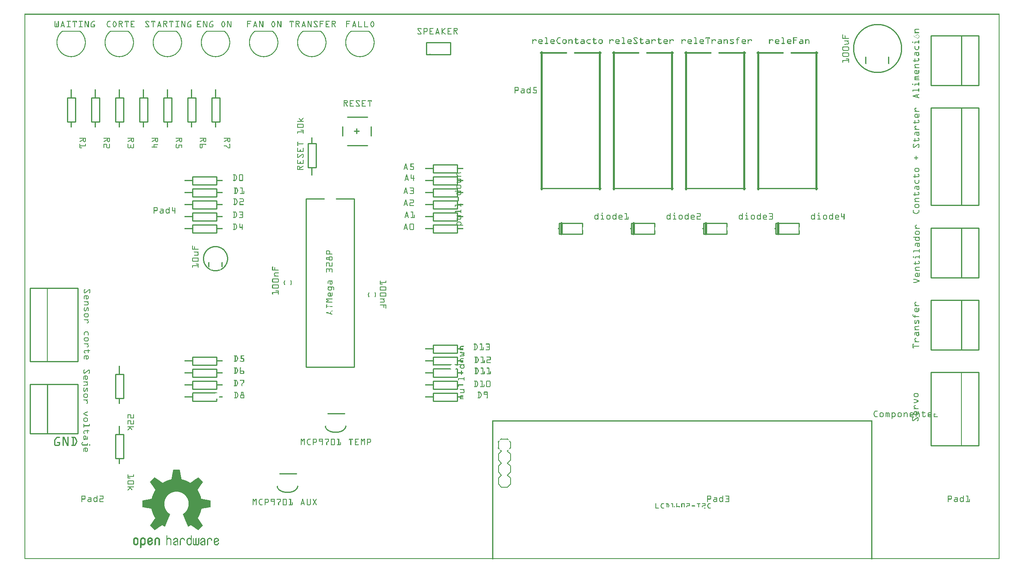
<source format=gto>
G04 MADE WITH FRITZING*
G04 WWW.FRITZING.ORG*
G04 DOUBLE SIDED*
G04 HOLES PLATED*
G04 CONTOUR ON CENTER OF CONTOUR VECTOR*
%ASAXBY*%
%FSLAX23Y23*%
%MOIN*%
%OFA0B0*%
%SFA1.0B1.0*%
%ADD10C,0.410000X0.39*%
%ADD11C,0.010000*%
%ADD12C,0.015947*%
%ADD13C,0.011276*%
%ADD14C,0.012022*%
%ADD15C,0.012026*%
%ADD16C,0.005000*%
%ADD17C,0.010417*%
%ADD18C,0.008000*%
%ADD19C,0.020000*%
%ADD20C,0.007874*%
%ADD21R,0.001000X0.001000*%
%LNSILK1*%
G90*
G70*
G54D10*
X7089Y4250D03*
G54D11*
X2879Y3600D02*
X2879Y3522D01*
D02*
X2682Y3679D02*
X2849Y3679D01*
D02*
X2682Y3443D02*
X2849Y3443D01*
D02*
X2643Y3600D02*
X2643Y3522D01*
D02*
X2761Y3581D02*
X2761Y3541D01*
D02*
X2780Y3561D02*
X2741Y3561D01*
D02*
X2356Y3259D02*
X2356Y3459D01*
D02*
X2356Y3459D02*
X2422Y3459D01*
D02*
X2422Y3459D02*
X2422Y3259D01*
D02*
X2422Y3259D02*
X2356Y3259D01*
D02*
X3339Y4200D02*
X3539Y4200D01*
D02*
X3539Y4200D02*
X3539Y4300D01*
D02*
X3539Y4300D02*
X3339Y4300D01*
D02*
X3339Y4300D02*
X3339Y4200D01*
D02*
X1622Y3840D02*
X1622Y3640D01*
D02*
X1622Y3640D02*
X1556Y3640D01*
D02*
X1556Y3640D02*
X1556Y3840D01*
D02*
X1556Y3840D02*
X1622Y3840D01*
D02*
X1422Y3840D02*
X1422Y3640D01*
D02*
X1422Y3640D02*
X1356Y3640D01*
D02*
X1356Y3640D02*
X1356Y3840D01*
D02*
X1356Y3840D02*
X1422Y3840D01*
D02*
X1222Y3840D02*
X1222Y3640D01*
D02*
X1222Y3640D02*
X1156Y3640D01*
D02*
X1156Y3640D02*
X1156Y3840D01*
D02*
X1156Y3840D02*
X1222Y3840D01*
D02*
X1022Y3840D02*
X1022Y3640D01*
D02*
X1022Y3640D02*
X956Y3640D01*
D02*
X956Y3640D02*
X956Y3840D01*
D02*
X956Y3840D02*
X1022Y3840D01*
D02*
X822Y3840D02*
X822Y3640D01*
D02*
X822Y3640D02*
X756Y3640D01*
D02*
X756Y3640D02*
X756Y3840D01*
D02*
X756Y3840D02*
X822Y3840D01*
D02*
X622Y3840D02*
X622Y3640D01*
D02*
X622Y3640D02*
X556Y3640D01*
D02*
X556Y3640D02*
X556Y3840D01*
D02*
X556Y3840D02*
X622Y3840D01*
D02*
X422Y3840D02*
X422Y3640D01*
D02*
X422Y3640D02*
X356Y3640D01*
D02*
X356Y3640D02*
X356Y3840D01*
D02*
X356Y3840D02*
X422Y3840D01*
D02*
X2339Y3000D02*
X2339Y1600D01*
D02*
X2339Y1600D02*
X2739Y1600D01*
D02*
X2739Y1600D02*
X2739Y3000D01*
D02*
X2339Y3000D02*
X2489Y3000D01*
D02*
X2589Y3000D02*
X2739Y3000D01*
G54D12*
D02*
X4297Y4219D02*
X4297Y3079D01*
G54D13*
D02*
X4289Y3085D02*
X4789Y3085D01*
G54D12*
D02*
X4781Y3079D02*
X4781Y4219D01*
G54D14*
D02*
X4289Y4212D02*
X4502Y4212D01*
G54D15*
D02*
X4575Y4214D02*
X4789Y4214D01*
G54D12*
D02*
X4897Y4219D02*
X4897Y3079D01*
G54D13*
D02*
X4889Y3085D02*
X5389Y3085D01*
G54D12*
D02*
X5381Y3079D02*
X5381Y4219D01*
G54D14*
D02*
X4889Y4212D02*
X5102Y4212D01*
G54D15*
D02*
X5175Y4214D02*
X5389Y4214D01*
G54D12*
D02*
X5497Y4219D02*
X5497Y3079D01*
G54D13*
D02*
X5489Y3085D02*
X5989Y3085D01*
G54D12*
D02*
X5981Y3079D02*
X5981Y4219D01*
G54D14*
D02*
X5489Y4212D02*
X5702Y4212D01*
G54D15*
D02*
X5775Y4214D02*
X5989Y4214D01*
G54D12*
D02*
X6097Y4219D02*
X6097Y3079D01*
G54D13*
D02*
X6089Y3085D02*
X6589Y3085D01*
G54D12*
D02*
X6581Y3079D02*
X6581Y4219D01*
G54D14*
D02*
X6089Y4212D02*
X6302Y4212D01*
G54D15*
D02*
X6375Y4214D02*
X6589Y4214D01*
G54D11*
D02*
X1398Y2883D02*
X1598Y2883D01*
D02*
X1598Y2883D02*
X1598Y2817D01*
D02*
X1598Y2817D02*
X1398Y2817D01*
D02*
X1398Y2817D02*
X1398Y2883D01*
D02*
X1398Y2983D02*
X1598Y2983D01*
D02*
X1598Y2983D02*
X1598Y2917D01*
D02*
X1598Y2917D02*
X1398Y2917D01*
D02*
X1398Y2917D02*
X1398Y2983D01*
D02*
X3398Y3283D02*
X3598Y3283D01*
D02*
X3598Y3283D02*
X3598Y3217D01*
D02*
X3598Y3217D02*
X3398Y3217D01*
D02*
X3398Y3217D02*
X3398Y3283D01*
D02*
X3398Y2783D02*
X3598Y2783D01*
D02*
X3598Y2783D02*
X3598Y2717D01*
D02*
X3598Y2717D02*
X3398Y2717D01*
D02*
X3398Y2717D02*
X3398Y2783D01*
D02*
X3398Y1783D02*
X3598Y1783D01*
D02*
X3598Y1783D02*
X3598Y1717D01*
D02*
X3598Y1717D02*
X3398Y1717D01*
D02*
X3398Y1717D02*
X3398Y1783D01*
D02*
X1598Y1317D02*
X1398Y1317D01*
D02*
X1398Y1317D02*
X1398Y1383D01*
D02*
X1398Y1583D02*
X1598Y1583D01*
D02*
X1598Y1583D02*
X1598Y1517D01*
D02*
X1598Y1517D02*
X1398Y1517D01*
D02*
X1398Y1517D02*
X1398Y1583D01*
D02*
X1398Y1683D02*
X1598Y1683D01*
D02*
X1598Y1683D02*
X1598Y1617D01*
D02*
X1598Y1617D02*
X1398Y1617D01*
D02*
X1398Y1617D02*
X1398Y1683D01*
D02*
X1398Y1483D02*
X1598Y1483D01*
D02*
X1598Y1483D02*
X1598Y1417D01*
D02*
X1598Y1417D02*
X1398Y1417D01*
D02*
X1398Y1417D02*
X1398Y1483D01*
D02*
X1398Y3083D02*
X1598Y3083D01*
D02*
X1598Y3083D02*
X1598Y3017D01*
D02*
X1598Y3017D02*
X1398Y3017D01*
D02*
X1398Y3017D02*
X1398Y3083D01*
D02*
X1398Y2783D02*
X1598Y2783D01*
D02*
X1598Y2783D02*
X1598Y2717D01*
D02*
X1598Y2717D02*
X1398Y2717D01*
D02*
X1398Y2717D02*
X1398Y2783D01*
D02*
X1398Y3183D02*
X1598Y3183D01*
D02*
X1598Y3183D02*
X1598Y3117D01*
D02*
X1598Y3117D02*
X1398Y3117D01*
D02*
X1398Y3117D02*
X1398Y3183D01*
D02*
X3398Y2883D02*
X3598Y2883D01*
D02*
X3598Y2883D02*
X3598Y2817D01*
D02*
X3598Y2817D02*
X3398Y2817D01*
D02*
X3398Y2817D02*
X3398Y2883D01*
D02*
X3398Y3083D02*
X3598Y3083D01*
D02*
X3598Y3083D02*
X3598Y3017D01*
D02*
X3598Y3017D02*
X3398Y3017D01*
D02*
X3398Y3017D02*
X3398Y3083D01*
D02*
X3398Y3183D02*
X3598Y3183D01*
D02*
X3598Y3183D02*
X3598Y3117D01*
D02*
X3598Y3117D02*
X3398Y3117D01*
D02*
X3398Y3117D02*
X3398Y3183D01*
D02*
X3398Y2983D02*
X3598Y2983D01*
D02*
X3598Y2983D02*
X3598Y2917D01*
D02*
X3598Y2917D02*
X3398Y2917D01*
D02*
X3398Y2917D02*
X3398Y2983D01*
D02*
X3398Y1383D02*
X3598Y1383D01*
D02*
X3598Y1383D02*
X3598Y1317D01*
D02*
X3598Y1317D02*
X3398Y1317D01*
D02*
X3398Y1317D02*
X3398Y1383D01*
D02*
X3398Y1483D02*
X3598Y1483D01*
D02*
X3598Y1483D02*
X3598Y1417D01*
D02*
X3598Y1417D02*
X3398Y1417D01*
D02*
X3398Y1417D02*
X3398Y1483D01*
D02*
X3598Y1583D02*
X3598Y1517D01*
D02*
X3598Y1517D02*
X3398Y1517D01*
D02*
X3398Y1517D02*
X3398Y1583D01*
D02*
X3398Y1683D02*
X3598Y1683D01*
D02*
X3598Y1683D02*
X3598Y1617D01*
D02*
X3398Y1617D02*
X3398Y1683D01*
D02*
X7534Y1555D02*
X7534Y945D01*
D02*
X7930Y945D02*
X7930Y1555D01*
D02*
X7930Y1555D02*
X7534Y1555D01*
G54D16*
D02*
X7787Y945D02*
X7787Y1555D01*
G54D11*
D02*
X7534Y945D02*
X7930Y945D01*
G54D17*
D02*
X7534Y4355D02*
X7534Y3944D01*
D02*
X7534Y3944D02*
X7930Y3944D01*
D02*
X7930Y3944D02*
X7930Y4355D01*
D02*
X7930Y4355D02*
X7534Y4355D01*
D02*
X7787Y3944D02*
X7787Y4355D01*
D02*
X7534Y2155D02*
X7534Y1744D01*
D02*
X7534Y1744D02*
X7930Y1744D01*
D02*
X7930Y1744D02*
X7930Y2155D01*
D02*
X7930Y2155D02*
X7534Y2155D01*
D02*
X7787Y1744D02*
X7787Y2155D01*
D02*
X7534Y2755D02*
X7534Y2344D01*
D02*
X7534Y2344D02*
X7930Y2344D01*
D02*
X7930Y2344D02*
X7930Y2755D01*
D02*
X7930Y2755D02*
X7534Y2755D01*
D02*
X7787Y2344D02*
X7787Y2755D01*
D02*
X7534Y3755D02*
X7534Y2945D01*
D02*
X7534Y2945D02*
X7930Y2945D01*
D02*
X7930Y2945D02*
X7930Y3755D01*
D02*
X7930Y3755D02*
X7534Y3755D01*
D02*
X7787Y2945D02*
X7787Y3755D01*
G54D18*
D02*
X4039Y675D02*
X4039Y625D01*
D02*
X4039Y625D02*
X4014Y600D01*
D02*
X3964Y600D02*
X3939Y625D01*
D02*
X4014Y800D02*
X4039Y775D01*
D02*
X4039Y775D02*
X4039Y725D01*
D02*
X4039Y725D02*
X4014Y700D01*
D02*
X3964Y700D02*
X3939Y725D01*
D02*
X3939Y725D02*
X3939Y775D01*
D02*
X3939Y775D02*
X3964Y800D01*
D02*
X4039Y675D02*
X4014Y700D01*
D02*
X3964Y700D02*
X3939Y675D01*
D02*
X3939Y625D02*
X3939Y675D01*
D02*
X4039Y975D02*
X4039Y925D01*
D02*
X4014Y900D02*
X4039Y875D01*
D02*
X4039Y875D02*
X4039Y825D01*
D02*
X4039Y825D02*
X4014Y800D01*
D02*
X3964Y800D02*
X3939Y825D01*
D02*
X3939Y825D02*
X3939Y875D01*
D02*
X3939Y875D02*
X3964Y900D01*
D02*
X4014Y1000D02*
X3964Y1000D01*
D02*
X3939Y925D02*
X3939Y975D01*
D02*
X4014Y600D02*
X3964Y600D01*
G54D11*
D02*
X6243Y2795D02*
X6438Y2795D01*
D02*
X6438Y2705D02*
X6243Y2705D01*
D02*
X6243Y2705D02*
X6243Y2795D01*
G54D19*
D02*
X6263Y2705D02*
X6263Y2795D01*
G54D11*
D02*
X5643Y2795D02*
X5838Y2795D01*
D02*
X5838Y2705D02*
X5643Y2705D01*
D02*
X5643Y2705D02*
X5643Y2795D01*
G54D19*
D02*
X5663Y2705D02*
X5663Y2795D01*
G54D11*
D02*
X5043Y2795D02*
X5238Y2795D01*
D02*
X5238Y2705D02*
X5043Y2705D01*
D02*
X5043Y2705D02*
X5043Y2795D01*
G54D19*
D02*
X5063Y2705D02*
X5063Y2795D01*
G54D11*
D02*
X4443Y2795D02*
X4638Y2795D01*
D02*
X4638Y2705D02*
X4443Y2705D01*
D02*
X4443Y2705D02*
X4443Y2795D01*
G54D19*
D02*
X4463Y2705D02*
X4463Y2795D01*
G54D11*
D02*
X822Y1040D02*
X822Y840D01*
D02*
X822Y840D02*
X756Y840D01*
D02*
X756Y840D02*
X756Y1040D01*
D02*
X756Y1040D02*
X822Y1040D01*
D02*
X822Y1540D02*
X822Y1340D01*
D02*
X822Y1340D02*
X756Y1340D01*
D02*
X756Y1340D02*
X756Y1540D01*
D02*
X756Y1540D02*
X822Y1540D01*
G54D17*
D02*
X444Y1045D02*
X444Y1456D01*
D02*
X444Y1456D02*
X48Y1456D01*
D02*
X48Y1456D02*
X48Y1045D01*
D02*
X48Y1045D02*
X444Y1045D01*
D02*
X190Y1456D02*
X190Y1045D01*
G54D11*
D02*
X444Y1645D02*
X444Y2255D01*
D02*
X48Y2255D02*
X48Y1645D01*
D02*
X48Y1645D02*
X444Y1645D01*
G54D16*
D02*
X190Y2255D02*
X190Y1645D01*
G54D11*
D02*
X444Y2255D02*
X48Y2255D01*
D02*
X2519Y1214D02*
X2659Y1214D01*
D02*
X2119Y714D02*
X2259Y714D01*
G54D20*
X1259Y4394D02*
X1117Y4394D01*
D02*
X2059Y4394D02*
X1917Y4394D01*
D02*
X1659Y4394D02*
X1517Y4394D01*
D02*
X2859Y4394D02*
X2717Y4394D01*
D02*
X859Y4394D02*
X717Y4394D01*
D02*
X459Y4394D02*
X317Y4394D01*
D02*
X2459Y4394D02*
X2317Y4394D01*
D02*
G54D21*
X0Y4538D02*
X8104Y4538D01*
X0Y4537D02*
X8104Y4537D01*
X0Y4536D02*
X8104Y4536D01*
X0Y4535D02*
X8104Y4535D01*
X0Y4534D02*
X8104Y4534D01*
X0Y4533D02*
X8104Y4533D01*
X0Y4532D02*
X8104Y4532D01*
X0Y4531D02*
X8104Y4531D01*
X0Y4530D02*
X7Y4530D01*
X8097Y4530D02*
X8104Y4530D01*
X0Y4529D02*
X7Y4529D01*
X8097Y4529D02*
X8104Y4529D01*
X0Y4528D02*
X7Y4528D01*
X8097Y4528D02*
X8104Y4528D01*
X0Y4527D02*
X7Y4527D01*
X8097Y4527D02*
X8104Y4527D01*
X0Y4526D02*
X7Y4526D01*
X8097Y4526D02*
X8104Y4526D01*
X0Y4525D02*
X7Y4525D01*
X8097Y4525D02*
X8104Y4525D01*
X0Y4524D02*
X7Y4524D01*
X8097Y4524D02*
X8104Y4524D01*
X0Y4523D02*
X7Y4523D01*
X8097Y4523D02*
X8104Y4523D01*
X0Y4522D02*
X7Y4522D01*
X8097Y4522D02*
X8104Y4522D01*
X0Y4521D02*
X7Y4521D01*
X8097Y4521D02*
X8104Y4521D01*
X0Y4520D02*
X7Y4520D01*
X8097Y4520D02*
X8104Y4520D01*
X0Y4519D02*
X7Y4519D01*
X8097Y4519D02*
X8104Y4519D01*
X0Y4518D02*
X7Y4518D01*
X8097Y4518D02*
X8104Y4518D01*
X0Y4517D02*
X7Y4517D01*
X8097Y4517D02*
X8104Y4517D01*
X0Y4516D02*
X7Y4516D01*
X8097Y4516D02*
X8104Y4516D01*
X0Y4515D02*
X7Y4515D01*
X8097Y4515D02*
X8104Y4515D01*
X0Y4514D02*
X7Y4514D01*
X8097Y4514D02*
X8104Y4514D01*
X0Y4513D02*
X7Y4513D01*
X8097Y4513D02*
X8104Y4513D01*
X0Y4512D02*
X7Y4512D01*
X8097Y4512D02*
X8104Y4512D01*
X0Y4511D02*
X7Y4511D01*
X8097Y4511D02*
X8104Y4511D01*
X0Y4510D02*
X7Y4510D01*
X8097Y4510D02*
X8104Y4510D01*
X0Y4509D02*
X7Y4509D01*
X8097Y4509D02*
X8104Y4509D01*
X0Y4508D02*
X7Y4508D01*
X8097Y4508D02*
X8104Y4508D01*
X0Y4507D02*
X7Y4507D01*
X8097Y4507D02*
X8104Y4507D01*
X0Y4506D02*
X7Y4506D01*
X8097Y4506D02*
X8104Y4506D01*
X0Y4505D02*
X7Y4505D01*
X8097Y4505D02*
X8104Y4505D01*
X0Y4504D02*
X7Y4504D01*
X8097Y4504D02*
X8104Y4504D01*
X0Y4503D02*
X7Y4503D01*
X8097Y4503D02*
X8104Y4503D01*
X0Y4502D02*
X7Y4502D01*
X8097Y4502D02*
X8104Y4502D01*
X0Y4501D02*
X7Y4501D01*
X8097Y4501D02*
X8104Y4501D01*
X0Y4500D02*
X7Y4500D01*
X8097Y4500D02*
X8104Y4500D01*
X0Y4499D02*
X7Y4499D01*
X8097Y4499D02*
X8104Y4499D01*
X0Y4498D02*
X7Y4498D01*
X8097Y4498D02*
X8104Y4498D01*
X0Y4497D02*
X7Y4497D01*
X8097Y4497D02*
X8104Y4497D01*
X0Y4496D02*
X7Y4496D01*
X8097Y4496D02*
X8104Y4496D01*
X0Y4495D02*
X7Y4495D01*
X8097Y4495D02*
X8104Y4495D01*
X0Y4494D02*
X7Y4494D01*
X8097Y4494D02*
X8104Y4494D01*
X0Y4493D02*
X7Y4493D01*
X8097Y4493D02*
X8104Y4493D01*
X0Y4492D02*
X7Y4492D01*
X8097Y4492D02*
X8104Y4492D01*
X0Y4491D02*
X7Y4491D01*
X8097Y4491D02*
X8104Y4491D01*
X0Y4490D02*
X7Y4490D01*
X8097Y4490D02*
X8104Y4490D01*
X0Y4489D02*
X7Y4489D01*
X8097Y4489D02*
X8104Y4489D01*
X0Y4488D02*
X7Y4488D01*
X8097Y4488D02*
X8104Y4488D01*
X0Y4487D02*
X7Y4487D01*
X8097Y4487D02*
X8104Y4487D01*
X0Y4486D02*
X7Y4486D01*
X8097Y4486D02*
X8104Y4486D01*
X0Y4485D02*
X7Y4485D01*
X8097Y4485D02*
X8104Y4485D01*
X0Y4484D02*
X7Y4484D01*
X8097Y4484D02*
X8104Y4484D01*
X0Y4483D02*
X7Y4483D01*
X8097Y4483D02*
X8104Y4483D01*
X0Y4482D02*
X7Y4482D01*
X8097Y4482D02*
X8104Y4482D01*
X0Y4481D02*
X7Y4481D01*
X8097Y4481D02*
X8104Y4481D01*
X0Y4480D02*
X7Y4480D01*
X8097Y4480D02*
X8104Y4480D01*
X0Y4479D02*
X7Y4479D01*
X8097Y4479D02*
X8104Y4479D01*
X0Y4478D02*
X7Y4478D01*
X254Y4478D02*
X255Y4478D01*
X281Y4478D02*
X282Y4478D01*
X317Y4478D02*
X319Y4478D01*
X354Y4478D02*
X382Y4478D01*
X401Y4478D02*
X435Y4478D01*
X454Y4478D02*
X482Y4478D01*
X501Y4478D02*
X509Y4478D01*
X531Y4478D02*
X532Y4478D01*
X570Y4478D02*
X582Y4478D01*
X699Y4478D02*
X714Y4478D01*
X749Y4478D02*
X750Y4478D01*
X783Y4478D02*
X808Y4478D01*
X833Y4478D02*
X866Y4478D01*
X883Y4478D02*
X914Y4478D01*
X1010Y4478D02*
X1030Y4478D01*
X1054Y4478D02*
X1087Y4478D01*
X1120Y4478D02*
X1121Y4478D01*
X1154Y4478D02*
X1179Y4478D01*
X1204Y4478D02*
X1237Y4478D01*
X1257Y4478D02*
X1285Y4478D01*
X1304Y4478D02*
X1312Y4478D01*
X1334Y4478D02*
X1335Y4478D01*
X1373Y4478D02*
X1385Y4478D01*
X1436Y4478D02*
X1466Y4478D01*
X1486Y4478D02*
X1494Y4478D01*
X1516Y4478D02*
X1516Y4478D01*
X1554Y4478D02*
X1566Y4478D01*
X1651Y4478D02*
X1653Y4478D01*
X1686Y4478D02*
X1694Y4478D01*
X1716Y4478D02*
X1716Y4478D01*
X1851Y4478D02*
X1882Y4478D01*
X1917Y4478D02*
X1918Y4478D01*
X1951Y4478D02*
X1959Y4478D01*
X1981Y4478D02*
X1982Y4478D01*
X2067Y4478D02*
X2069Y4478D01*
X2101Y4478D02*
X2109Y4478D01*
X2131Y4478D02*
X2132Y4478D01*
X2204Y4478D02*
X2237Y4478D01*
X2254Y4478D02*
X2279Y4478D01*
X2320Y4478D02*
X2321Y4478D01*
X2354Y4478D02*
X2362Y4478D01*
X2384Y4478D02*
X2385Y4478D01*
X2410Y4478D02*
X2430Y4478D01*
X2454Y4478D02*
X2485Y4478D01*
X2504Y4478D02*
X2535Y4478D01*
X2554Y4478D02*
X2579Y4478D01*
X2675Y4478D02*
X2706Y4478D01*
X2741Y4478D02*
X2742Y4478D01*
X2777Y4478D02*
X2778Y4478D01*
X2827Y4478D02*
X2828Y4478D01*
X2891Y4478D02*
X2892Y4478D01*
X8097Y4478D02*
X8104Y4478D01*
X0Y4477D02*
X7Y4477D01*
X252Y4477D02*
X256Y4477D01*
X280Y4477D02*
X284Y4477D01*
X316Y4477D02*
X320Y4477D01*
X352Y4477D02*
X384Y4477D01*
X401Y4477D02*
X435Y4477D01*
X452Y4477D02*
X484Y4477D01*
X501Y4477D02*
X510Y4477D01*
X530Y4477D02*
X534Y4477D01*
X567Y4477D02*
X584Y4477D01*
X696Y4477D02*
X715Y4477D01*
X746Y4477D02*
X753Y4477D01*
X783Y4477D02*
X810Y4477D01*
X833Y4477D02*
X866Y4477D01*
X883Y4477D02*
X915Y4477D01*
X1008Y4477D02*
X1033Y4477D01*
X1054Y4477D02*
X1088Y4477D01*
X1119Y4477D02*
X1123Y4477D01*
X1154Y4477D02*
X1182Y4477D01*
X1204Y4477D02*
X1238Y4477D01*
X1255Y4477D02*
X1287Y4477D01*
X1304Y4477D02*
X1313Y4477D01*
X1333Y4477D02*
X1337Y4477D01*
X1370Y4477D02*
X1387Y4477D01*
X1435Y4477D02*
X1468Y4477D01*
X1485Y4477D02*
X1494Y4477D01*
X1514Y4477D02*
X1518Y4477D01*
X1551Y4477D02*
X1568Y4477D01*
X1648Y4477D02*
X1656Y4477D01*
X1685Y4477D02*
X1694Y4477D01*
X1714Y4477D02*
X1718Y4477D01*
X1851Y4477D02*
X1884Y4477D01*
X1916Y4477D02*
X1920Y4477D01*
X1951Y4477D02*
X1960Y4477D01*
X1980Y4477D02*
X1984Y4477D01*
X2064Y4477D02*
X2072Y4477D01*
X2101Y4477D02*
X2110Y4477D01*
X2130Y4477D02*
X2134Y4477D01*
X2204Y4477D02*
X2238Y4477D01*
X2254Y4477D02*
X2282Y4477D01*
X2319Y4477D02*
X2323Y4477D01*
X2354Y4477D02*
X2363Y4477D01*
X2382Y4477D02*
X2387Y4477D01*
X2408Y4477D02*
X2433Y4477D01*
X2454Y4477D02*
X2487Y4477D01*
X2504Y4477D02*
X2537Y4477D01*
X2554Y4477D02*
X2582Y4477D01*
X2675Y4477D02*
X2707Y4477D01*
X2739Y4477D02*
X2744Y4477D01*
X2776Y4477D02*
X2780Y4477D01*
X2826Y4477D02*
X2830Y4477D01*
X2888Y4477D02*
X2895Y4477D01*
X8097Y4477D02*
X8104Y4477D01*
X0Y4476D02*
X7Y4476D01*
X252Y4476D02*
X257Y4476D01*
X279Y4476D02*
X285Y4476D01*
X315Y4476D02*
X321Y4476D01*
X352Y4476D02*
X385Y4476D01*
X401Y4476D02*
X435Y4476D01*
X452Y4476D02*
X484Y4476D01*
X501Y4476D02*
X510Y4476D01*
X529Y4476D02*
X534Y4476D01*
X565Y4476D02*
X584Y4476D01*
X694Y4476D02*
X716Y4476D01*
X744Y4476D02*
X755Y4476D01*
X783Y4476D02*
X812Y4476D01*
X833Y4476D02*
X866Y4476D01*
X883Y4476D02*
X916Y4476D01*
X1006Y4476D02*
X1034Y4476D01*
X1054Y4476D02*
X1088Y4476D01*
X1118Y4476D02*
X1123Y4476D01*
X1154Y4476D02*
X1183Y4476D01*
X1204Y4476D02*
X1238Y4476D01*
X1254Y4476D02*
X1287Y4476D01*
X1304Y4476D02*
X1313Y4476D01*
X1332Y4476D02*
X1337Y4476D01*
X1368Y4476D02*
X1387Y4476D01*
X1435Y4476D02*
X1469Y4476D01*
X1485Y4476D02*
X1495Y4476D01*
X1513Y4476D02*
X1519Y4476D01*
X1550Y4476D02*
X1569Y4476D01*
X1647Y4476D02*
X1657Y4476D01*
X1685Y4476D02*
X1695Y4476D01*
X1713Y4476D02*
X1719Y4476D01*
X1851Y4476D02*
X1884Y4476D01*
X1915Y4476D02*
X1921Y4476D01*
X1951Y4476D02*
X1960Y4476D01*
X1979Y4476D02*
X1984Y4476D01*
X2063Y4476D02*
X2073Y4476D01*
X2101Y4476D02*
X2110Y4476D01*
X2129Y4476D02*
X2134Y4476D01*
X2204Y4476D02*
X2238Y4476D01*
X2254Y4476D02*
X2283Y4476D01*
X2318Y4476D02*
X2323Y4476D01*
X2354Y4476D02*
X2363Y4476D01*
X2382Y4476D02*
X2387Y4476D01*
X2406Y4476D02*
X2434Y4476D01*
X2454Y4476D02*
X2487Y4476D01*
X2504Y4476D02*
X2537Y4476D01*
X2554Y4476D02*
X2583Y4476D01*
X2675Y4476D02*
X2708Y4476D01*
X2739Y4476D02*
X2744Y4476D01*
X2775Y4476D02*
X2780Y4476D01*
X2825Y4476D02*
X2830Y4476D01*
X2886Y4476D02*
X2897Y4476D01*
X8097Y4476D02*
X8104Y4476D01*
X0Y4475D02*
X7Y4475D01*
X251Y4475D02*
X257Y4475D01*
X279Y4475D02*
X285Y4475D01*
X315Y4475D02*
X321Y4475D01*
X351Y4475D02*
X385Y4475D01*
X401Y4475D02*
X435Y4475D01*
X451Y4475D02*
X485Y4475D01*
X501Y4475D02*
X511Y4475D01*
X529Y4475D02*
X535Y4475D01*
X564Y4475D02*
X585Y4475D01*
X693Y4475D02*
X716Y4475D01*
X743Y4475D02*
X756Y4475D01*
X783Y4475D02*
X813Y4475D01*
X833Y4475D02*
X866Y4475D01*
X883Y4475D02*
X916Y4475D01*
X1006Y4475D02*
X1035Y4475D01*
X1054Y4475D02*
X1088Y4475D01*
X1118Y4475D02*
X1124Y4475D01*
X1154Y4475D02*
X1184Y4475D01*
X1204Y4475D02*
X1238Y4475D01*
X1254Y4475D02*
X1288Y4475D01*
X1304Y4475D02*
X1314Y4475D01*
X1332Y4475D02*
X1338Y4475D01*
X1367Y4475D02*
X1388Y4475D01*
X1435Y4475D02*
X1469Y4475D01*
X1485Y4475D02*
X1495Y4475D01*
X1513Y4475D02*
X1519Y4475D01*
X1549Y4475D02*
X1569Y4475D01*
X1646Y4475D02*
X1659Y4475D01*
X1685Y4475D02*
X1695Y4475D01*
X1713Y4475D02*
X1719Y4475D01*
X1851Y4475D02*
X1885Y4475D01*
X1915Y4475D02*
X1921Y4475D01*
X1951Y4475D02*
X1961Y4475D01*
X1979Y4475D02*
X1985Y4475D01*
X2062Y4475D02*
X2074Y4475D01*
X2101Y4475D02*
X2111Y4475D01*
X2129Y4475D02*
X2135Y4475D01*
X2204Y4475D02*
X2238Y4475D01*
X2254Y4475D02*
X2284Y4475D01*
X2318Y4475D02*
X2324Y4475D01*
X2354Y4475D02*
X2364Y4475D01*
X2382Y4475D02*
X2388Y4475D01*
X2406Y4475D02*
X2435Y4475D01*
X2454Y4475D02*
X2487Y4475D01*
X2504Y4475D02*
X2537Y4475D01*
X2554Y4475D02*
X2584Y4475D01*
X2675Y4475D02*
X2708Y4475D01*
X2738Y4475D02*
X2745Y4475D01*
X2775Y4475D02*
X2781Y4475D01*
X2825Y4475D02*
X2831Y4475D01*
X2885Y4475D02*
X2898Y4475D01*
X8097Y4475D02*
X8104Y4475D01*
X0Y4474D02*
X7Y4474D01*
X251Y4474D02*
X257Y4474D01*
X279Y4474D02*
X285Y4474D01*
X315Y4474D02*
X321Y4474D01*
X351Y4474D02*
X385Y4474D01*
X401Y4474D02*
X435Y4474D01*
X451Y4474D02*
X485Y4474D01*
X501Y4474D02*
X511Y4474D01*
X529Y4474D02*
X535Y4474D01*
X563Y4474D02*
X585Y4474D01*
X692Y4474D02*
X716Y4474D01*
X742Y4474D02*
X757Y4474D01*
X783Y4474D02*
X814Y4474D01*
X833Y4474D02*
X866Y4474D01*
X883Y4474D02*
X916Y4474D01*
X1005Y4474D02*
X1036Y4474D01*
X1054Y4474D02*
X1088Y4474D01*
X1117Y4474D02*
X1124Y4474D01*
X1154Y4474D02*
X1185Y4474D01*
X1204Y4474D02*
X1238Y4474D01*
X1254Y4474D02*
X1287Y4474D01*
X1304Y4474D02*
X1314Y4474D01*
X1332Y4474D02*
X1338Y4474D01*
X1366Y4474D02*
X1387Y4474D01*
X1435Y4474D02*
X1469Y4474D01*
X1485Y4474D02*
X1496Y4474D01*
X1513Y4474D02*
X1519Y4474D01*
X1548Y4474D02*
X1569Y4474D01*
X1645Y4474D02*
X1659Y4474D01*
X1685Y4474D02*
X1696Y4474D01*
X1713Y4474D02*
X1719Y4474D01*
X1851Y4474D02*
X1885Y4474D01*
X1915Y4474D02*
X1921Y4474D01*
X1951Y4474D02*
X1961Y4474D01*
X1979Y4474D02*
X1985Y4474D01*
X2061Y4474D02*
X2075Y4474D01*
X2101Y4474D02*
X2111Y4474D01*
X2129Y4474D02*
X2135Y4474D01*
X2204Y4474D02*
X2238Y4474D01*
X2254Y4474D02*
X2285Y4474D01*
X2317Y4474D02*
X2324Y4474D01*
X2354Y4474D02*
X2364Y4474D01*
X2382Y4474D02*
X2388Y4474D01*
X2405Y4474D02*
X2436Y4474D01*
X2454Y4474D02*
X2487Y4474D01*
X2504Y4474D02*
X2537Y4474D01*
X2554Y4474D02*
X2585Y4474D01*
X2675Y4474D02*
X2708Y4474D01*
X2738Y4474D02*
X2745Y4474D01*
X2775Y4474D02*
X2781Y4474D01*
X2825Y4474D02*
X2831Y4474D01*
X2884Y4474D02*
X2899Y4474D01*
X8097Y4474D02*
X8104Y4474D01*
X0Y4473D02*
X7Y4473D01*
X251Y4473D02*
X257Y4473D01*
X279Y4473D02*
X285Y4473D01*
X314Y4473D02*
X322Y4473D01*
X352Y4473D02*
X384Y4473D01*
X401Y4473D02*
X435Y4473D01*
X452Y4473D02*
X484Y4473D01*
X501Y4473D02*
X512Y4473D01*
X529Y4473D02*
X535Y4473D01*
X563Y4473D02*
X584Y4473D01*
X692Y4473D02*
X716Y4473D01*
X742Y4473D02*
X757Y4473D01*
X783Y4473D02*
X815Y4473D01*
X833Y4473D02*
X866Y4473D01*
X883Y4473D02*
X916Y4473D01*
X1004Y4473D02*
X1037Y4473D01*
X1054Y4473D02*
X1088Y4473D01*
X1117Y4473D02*
X1124Y4473D01*
X1154Y4473D02*
X1186Y4473D01*
X1204Y4473D02*
X1238Y4473D01*
X1255Y4473D02*
X1287Y4473D01*
X1304Y4473D02*
X1315Y4473D01*
X1332Y4473D02*
X1338Y4473D01*
X1365Y4473D02*
X1387Y4473D01*
X1435Y4473D02*
X1469Y4473D01*
X1485Y4473D02*
X1496Y4473D01*
X1513Y4473D02*
X1519Y4473D01*
X1547Y4473D02*
X1569Y4473D01*
X1644Y4473D02*
X1660Y4473D01*
X1685Y4473D02*
X1696Y4473D01*
X1713Y4473D02*
X1719Y4473D01*
X1851Y4473D02*
X1884Y4473D01*
X1914Y4473D02*
X1922Y4473D01*
X1951Y4473D02*
X1962Y4473D01*
X1979Y4473D02*
X1985Y4473D01*
X2060Y4473D02*
X2076Y4473D01*
X2101Y4473D02*
X2112Y4473D01*
X2129Y4473D02*
X2135Y4473D01*
X2204Y4473D02*
X2238Y4473D01*
X2254Y4473D02*
X2286Y4473D01*
X2317Y4473D02*
X2324Y4473D01*
X2354Y4473D02*
X2364Y4473D01*
X2382Y4473D02*
X2388Y4473D01*
X2404Y4473D02*
X2437Y4473D01*
X2454Y4473D02*
X2487Y4473D01*
X2504Y4473D02*
X2537Y4473D01*
X2554Y4473D02*
X2586Y4473D01*
X2675Y4473D02*
X2708Y4473D01*
X2738Y4473D02*
X2745Y4473D01*
X2775Y4473D02*
X2781Y4473D01*
X2825Y4473D02*
X2831Y4473D01*
X2884Y4473D02*
X2899Y4473D01*
X8097Y4473D02*
X8104Y4473D01*
X0Y4472D02*
X7Y4472D01*
X251Y4472D02*
X257Y4472D01*
X279Y4472D02*
X285Y4472D01*
X314Y4472D02*
X322Y4472D01*
X353Y4472D02*
X383Y4472D01*
X401Y4472D02*
X435Y4472D01*
X453Y4472D02*
X483Y4472D01*
X501Y4472D02*
X512Y4472D01*
X529Y4472D02*
X535Y4472D01*
X562Y4472D02*
X583Y4472D01*
X691Y4472D02*
X715Y4472D01*
X741Y4472D02*
X758Y4472D01*
X783Y4472D02*
X815Y4472D01*
X833Y4472D02*
X866Y4472D01*
X883Y4472D02*
X915Y4472D01*
X1004Y4472D02*
X1037Y4472D01*
X1054Y4472D02*
X1088Y4472D01*
X1117Y4472D02*
X1125Y4472D01*
X1154Y4472D02*
X1187Y4472D01*
X1204Y4472D02*
X1238Y4472D01*
X1255Y4472D02*
X1286Y4472D01*
X1304Y4472D02*
X1315Y4472D01*
X1332Y4472D02*
X1338Y4472D01*
X1365Y4472D02*
X1386Y4472D01*
X1435Y4472D02*
X1468Y4472D01*
X1485Y4472D02*
X1496Y4472D01*
X1513Y4472D02*
X1519Y4472D01*
X1546Y4472D02*
X1568Y4472D01*
X1644Y4472D02*
X1660Y4472D01*
X1685Y4472D02*
X1696Y4472D01*
X1713Y4472D02*
X1719Y4472D01*
X1851Y4472D02*
X1883Y4472D01*
X1914Y4472D02*
X1922Y4472D01*
X1951Y4472D02*
X1962Y4472D01*
X1979Y4472D02*
X1985Y4472D01*
X2060Y4472D02*
X2076Y4472D01*
X2101Y4472D02*
X2112Y4472D01*
X2129Y4472D02*
X2135Y4472D01*
X2204Y4472D02*
X2238Y4472D01*
X2254Y4472D02*
X2287Y4472D01*
X2317Y4472D02*
X2325Y4472D01*
X2354Y4472D02*
X2365Y4472D01*
X2382Y4472D02*
X2388Y4472D01*
X2404Y4472D02*
X2437Y4472D01*
X2454Y4472D02*
X2486Y4472D01*
X2504Y4472D02*
X2536Y4472D01*
X2554Y4472D02*
X2587Y4472D01*
X2675Y4472D02*
X2707Y4472D01*
X2738Y4472D02*
X2745Y4472D01*
X2775Y4472D02*
X2781Y4472D01*
X2825Y4472D02*
X2831Y4472D01*
X2883Y4472D02*
X2900Y4472D01*
X8097Y4472D02*
X8104Y4472D01*
X0Y4471D02*
X7Y4471D01*
X251Y4471D02*
X257Y4471D01*
X279Y4471D02*
X285Y4471D01*
X314Y4471D02*
X322Y4471D01*
X365Y4471D02*
X371Y4471D01*
X401Y4471D02*
X407Y4471D01*
X415Y4471D02*
X421Y4471D01*
X429Y4471D02*
X435Y4471D01*
X465Y4471D02*
X471Y4471D01*
X501Y4471D02*
X513Y4471D01*
X529Y4471D02*
X535Y4471D01*
X561Y4471D02*
X570Y4471D01*
X691Y4471D02*
X699Y4471D01*
X741Y4471D02*
X748Y4471D01*
X751Y4471D02*
X758Y4471D01*
X783Y4471D02*
X789Y4471D01*
X808Y4471D02*
X816Y4471D01*
X833Y4471D02*
X839Y4471D01*
X846Y4471D02*
X853Y4471D01*
X860Y4471D02*
X866Y4471D01*
X883Y4471D02*
X889Y4471D01*
X1004Y4471D02*
X1011Y4471D01*
X1030Y4471D02*
X1037Y4471D01*
X1054Y4471D02*
X1060Y4471D01*
X1068Y4471D02*
X1074Y4471D01*
X1081Y4471D02*
X1088Y4471D01*
X1117Y4471D02*
X1125Y4471D01*
X1154Y4471D02*
X1160Y4471D01*
X1179Y4471D02*
X1187Y4471D01*
X1204Y4471D02*
X1210Y4471D01*
X1218Y4471D02*
X1224Y4471D01*
X1231Y4471D02*
X1238Y4471D01*
X1268Y4471D02*
X1274Y4471D01*
X1304Y4471D02*
X1315Y4471D01*
X1332Y4471D02*
X1338Y4471D01*
X1364Y4471D02*
X1373Y4471D01*
X1435Y4471D02*
X1442Y4471D01*
X1485Y4471D02*
X1497Y4471D01*
X1513Y4471D02*
X1519Y4471D01*
X1545Y4471D02*
X1554Y4471D01*
X1643Y4471D02*
X1651Y4471D01*
X1653Y4471D02*
X1661Y4471D01*
X1685Y4471D02*
X1697Y4471D01*
X1713Y4471D02*
X1719Y4471D01*
X1851Y4471D02*
X1857Y4471D01*
X1914Y4471D02*
X1922Y4471D01*
X1951Y4471D02*
X1963Y4471D01*
X1979Y4471D02*
X1985Y4471D01*
X2059Y4471D02*
X2067Y4471D01*
X2069Y4471D02*
X2077Y4471D01*
X2101Y4471D02*
X2113Y4471D01*
X2129Y4471D02*
X2135Y4471D01*
X2204Y4471D02*
X2210Y4471D01*
X2217Y4471D02*
X2224Y4471D01*
X2231Y4471D02*
X2238Y4471D01*
X2254Y4471D02*
X2260Y4471D01*
X2279Y4471D02*
X2287Y4471D01*
X2316Y4471D02*
X2325Y4471D01*
X2354Y4471D02*
X2365Y4471D01*
X2382Y4471D02*
X2388Y4471D01*
X2404Y4471D02*
X2410Y4471D01*
X2430Y4471D02*
X2437Y4471D01*
X2454Y4471D02*
X2460Y4471D01*
X2504Y4471D02*
X2510Y4471D01*
X2554Y4471D02*
X2560Y4471D01*
X2579Y4471D02*
X2587Y4471D01*
X2675Y4471D02*
X2681Y4471D01*
X2737Y4471D02*
X2746Y4471D01*
X2775Y4471D02*
X2781Y4471D01*
X2825Y4471D02*
X2831Y4471D01*
X2883Y4471D02*
X2890Y4471D01*
X2893Y4471D02*
X2900Y4471D01*
X8097Y4471D02*
X8104Y4471D01*
X0Y4470D02*
X7Y4470D01*
X251Y4470D02*
X257Y4470D01*
X279Y4470D02*
X285Y4470D01*
X313Y4470D02*
X323Y4470D01*
X365Y4470D02*
X371Y4470D01*
X401Y4470D02*
X407Y4470D01*
X415Y4470D02*
X421Y4470D01*
X429Y4470D02*
X435Y4470D01*
X465Y4470D02*
X471Y4470D01*
X501Y4470D02*
X513Y4470D01*
X529Y4470D02*
X535Y4470D01*
X560Y4470D02*
X568Y4470D01*
X690Y4470D02*
X697Y4470D01*
X740Y4470D02*
X747Y4470D01*
X752Y4470D02*
X759Y4470D01*
X783Y4470D02*
X789Y4470D01*
X809Y4470D02*
X816Y4470D01*
X833Y4470D02*
X839Y4470D01*
X846Y4470D02*
X852Y4470D01*
X860Y4470D02*
X866Y4470D01*
X883Y4470D02*
X889Y4470D01*
X1004Y4470D02*
X1010Y4470D01*
X1031Y4470D02*
X1037Y4470D01*
X1054Y4470D02*
X1060Y4470D01*
X1068Y4470D02*
X1074Y4470D01*
X1082Y4470D02*
X1088Y4470D01*
X1116Y4470D02*
X1125Y4470D01*
X1154Y4470D02*
X1160Y4470D01*
X1181Y4470D02*
X1187Y4470D01*
X1204Y4470D02*
X1210Y4470D01*
X1218Y4470D02*
X1224Y4470D01*
X1232Y4470D02*
X1238Y4470D01*
X1268Y4470D02*
X1274Y4470D01*
X1304Y4470D02*
X1316Y4470D01*
X1332Y4470D02*
X1338Y4470D01*
X1363Y4470D02*
X1371Y4470D01*
X1435Y4470D02*
X1441Y4470D01*
X1485Y4470D02*
X1497Y4470D01*
X1513Y4470D02*
X1519Y4470D01*
X1545Y4470D02*
X1553Y4470D01*
X1643Y4470D02*
X1650Y4470D01*
X1654Y4470D02*
X1661Y4470D01*
X1685Y4470D02*
X1697Y4470D01*
X1713Y4470D02*
X1719Y4470D01*
X1851Y4470D02*
X1857Y4470D01*
X1913Y4470D02*
X1922Y4470D01*
X1951Y4470D02*
X1963Y4470D01*
X1979Y4470D02*
X1985Y4470D01*
X2059Y4470D02*
X2066Y4470D01*
X2070Y4470D02*
X2077Y4470D01*
X2101Y4470D02*
X2113Y4470D01*
X2129Y4470D02*
X2135Y4470D01*
X2204Y4470D02*
X2210Y4470D01*
X2218Y4470D02*
X2224Y4470D01*
X2232Y4470D02*
X2238Y4470D01*
X2254Y4470D02*
X2260Y4470D01*
X2281Y4470D02*
X2287Y4470D01*
X2316Y4470D02*
X2325Y4470D01*
X2354Y4470D02*
X2366Y4470D01*
X2382Y4470D02*
X2388Y4470D01*
X2404Y4470D02*
X2410Y4470D01*
X2431Y4470D02*
X2437Y4470D01*
X2454Y4470D02*
X2460Y4470D01*
X2504Y4470D02*
X2510Y4470D01*
X2554Y4470D02*
X2560Y4470D01*
X2580Y4470D02*
X2587Y4470D01*
X2675Y4470D02*
X2681Y4470D01*
X2737Y4470D02*
X2746Y4470D01*
X2775Y4470D02*
X2781Y4470D01*
X2825Y4470D02*
X2831Y4470D01*
X2882Y4470D02*
X2889Y4470D01*
X2894Y4470D02*
X2901Y4470D01*
X8097Y4470D02*
X8104Y4470D01*
X0Y4469D02*
X7Y4469D01*
X251Y4469D02*
X257Y4469D01*
X279Y4469D02*
X285Y4469D01*
X313Y4469D02*
X323Y4469D01*
X365Y4469D02*
X371Y4469D01*
X401Y4469D02*
X407Y4469D01*
X415Y4469D02*
X421Y4469D01*
X429Y4469D02*
X435Y4469D01*
X465Y4469D02*
X471Y4469D01*
X501Y4469D02*
X513Y4469D01*
X529Y4469D02*
X535Y4469D01*
X560Y4469D02*
X568Y4469D01*
X690Y4469D02*
X697Y4469D01*
X740Y4469D02*
X747Y4469D01*
X752Y4469D02*
X759Y4469D01*
X783Y4469D02*
X789Y4469D01*
X810Y4469D02*
X816Y4469D01*
X833Y4469D02*
X839Y4469D01*
X846Y4469D02*
X852Y4469D01*
X860Y4469D02*
X866Y4469D01*
X883Y4469D02*
X889Y4469D01*
X1004Y4469D02*
X1011Y4469D01*
X1032Y4469D02*
X1038Y4469D01*
X1054Y4469D02*
X1060Y4469D01*
X1068Y4469D02*
X1074Y4469D01*
X1082Y4469D02*
X1088Y4469D01*
X1116Y4469D02*
X1126Y4469D01*
X1154Y4469D02*
X1160Y4469D01*
X1181Y4469D02*
X1187Y4469D01*
X1204Y4469D02*
X1210Y4469D01*
X1218Y4469D02*
X1224Y4469D01*
X1232Y4469D02*
X1238Y4469D01*
X1268Y4469D02*
X1274Y4469D01*
X1304Y4469D02*
X1316Y4469D01*
X1332Y4469D02*
X1338Y4469D01*
X1362Y4469D02*
X1370Y4469D01*
X1435Y4469D02*
X1441Y4469D01*
X1485Y4469D02*
X1498Y4469D01*
X1513Y4469D02*
X1519Y4469D01*
X1544Y4469D02*
X1552Y4469D01*
X1642Y4469D02*
X1649Y4469D01*
X1655Y4469D02*
X1662Y4469D01*
X1685Y4469D02*
X1698Y4469D01*
X1713Y4469D02*
X1719Y4469D01*
X1851Y4469D02*
X1857Y4469D01*
X1913Y4469D02*
X1923Y4469D01*
X1951Y4469D02*
X1963Y4469D01*
X1979Y4469D02*
X1985Y4469D01*
X2058Y4469D02*
X2065Y4469D01*
X2071Y4469D02*
X2078Y4469D01*
X2101Y4469D02*
X2113Y4469D01*
X2129Y4469D02*
X2135Y4469D01*
X2204Y4469D02*
X2210Y4469D01*
X2218Y4469D02*
X2224Y4469D01*
X2232Y4469D02*
X2238Y4469D01*
X2254Y4469D02*
X2260Y4469D01*
X2281Y4469D02*
X2287Y4469D01*
X2316Y4469D02*
X2326Y4469D01*
X2354Y4469D02*
X2366Y4469D01*
X2382Y4469D02*
X2388Y4469D01*
X2404Y4469D02*
X2411Y4469D01*
X2431Y4469D02*
X2438Y4469D01*
X2454Y4469D02*
X2460Y4469D01*
X2504Y4469D02*
X2510Y4469D01*
X2554Y4469D02*
X2560Y4469D01*
X2581Y4469D02*
X2587Y4469D01*
X2675Y4469D02*
X2681Y4469D01*
X2737Y4469D02*
X2746Y4469D01*
X2775Y4469D02*
X2781Y4469D01*
X2825Y4469D02*
X2831Y4469D01*
X2882Y4469D02*
X2889Y4469D01*
X2894Y4469D02*
X2901Y4469D01*
X8097Y4469D02*
X8104Y4469D01*
X0Y4468D02*
X7Y4468D01*
X251Y4468D02*
X257Y4468D01*
X279Y4468D02*
X285Y4468D01*
X313Y4468D02*
X323Y4468D01*
X365Y4468D02*
X371Y4468D01*
X401Y4468D02*
X407Y4468D01*
X415Y4468D02*
X421Y4468D01*
X429Y4468D02*
X435Y4468D01*
X465Y4468D02*
X471Y4468D01*
X501Y4468D02*
X514Y4468D01*
X529Y4468D02*
X535Y4468D01*
X559Y4468D02*
X567Y4468D01*
X689Y4468D02*
X696Y4468D01*
X739Y4468D02*
X746Y4468D01*
X753Y4468D02*
X760Y4468D01*
X783Y4468D02*
X789Y4468D01*
X810Y4468D02*
X816Y4468D01*
X833Y4468D02*
X839Y4468D01*
X846Y4468D02*
X852Y4468D01*
X860Y4468D02*
X866Y4468D01*
X883Y4468D02*
X889Y4468D01*
X1004Y4468D02*
X1012Y4468D01*
X1032Y4468D02*
X1037Y4468D01*
X1054Y4468D02*
X1060Y4468D01*
X1068Y4468D02*
X1074Y4468D01*
X1082Y4468D02*
X1087Y4468D01*
X1116Y4468D02*
X1126Y4468D01*
X1154Y4468D02*
X1160Y4468D01*
X1182Y4468D02*
X1188Y4468D01*
X1204Y4468D02*
X1210Y4468D01*
X1218Y4468D02*
X1224Y4468D01*
X1232Y4468D02*
X1237Y4468D01*
X1268Y4468D02*
X1274Y4468D01*
X1304Y4468D02*
X1317Y4468D01*
X1332Y4468D02*
X1338Y4468D01*
X1362Y4468D02*
X1370Y4468D01*
X1435Y4468D02*
X1441Y4468D01*
X1485Y4468D02*
X1498Y4468D01*
X1513Y4468D02*
X1519Y4468D01*
X1543Y4468D02*
X1551Y4468D01*
X1642Y4468D02*
X1649Y4468D01*
X1656Y4468D02*
X1662Y4468D01*
X1685Y4468D02*
X1698Y4468D01*
X1713Y4468D02*
X1719Y4468D01*
X1851Y4468D02*
X1857Y4468D01*
X1913Y4468D02*
X1923Y4468D01*
X1951Y4468D02*
X1964Y4468D01*
X1979Y4468D02*
X1985Y4468D01*
X2058Y4468D02*
X2065Y4468D01*
X2071Y4468D02*
X2078Y4468D01*
X2101Y4468D02*
X2114Y4468D01*
X2129Y4468D02*
X2135Y4468D01*
X2204Y4468D02*
X2210Y4468D01*
X2218Y4468D02*
X2224Y4468D01*
X2232Y4468D02*
X2237Y4468D01*
X2254Y4468D02*
X2260Y4468D01*
X2281Y4468D02*
X2288Y4468D01*
X2316Y4468D02*
X2326Y4468D01*
X2354Y4468D02*
X2367Y4468D01*
X2382Y4468D02*
X2388Y4468D01*
X2404Y4468D02*
X2412Y4468D01*
X2432Y4468D02*
X2437Y4468D01*
X2454Y4468D02*
X2460Y4468D01*
X2504Y4468D02*
X2510Y4468D01*
X2554Y4468D02*
X2560Y4468D01*
X2581Y4468D02*
X2588Y4468D01*
X2675Y4468D02*
X2681Y4468D01*
X2736Y4468D02*
X2747Y4468D01*
X2775Y4468D02*
X2781Y4468D01*
X2825Y4468D02*
X2831Y4468D01*
X2881Y4468D02*
X2888Y4468D01*
X2895Y4468D02*
X2902Y4468D01*
X8097Y4468D02*
X8104Y4468D01*
X0Y4467D02*
X7Y4467D01*
X251Y4467D02*
X257Y4467D01*
X279Y4467D02*
X285Y4467D01*
X313Y4467D02*
X323Y4467D01*
X365Y4467D02*
X371Y4467D01*
X402Y4467D02*
X407Y4467D01*
X415Y4467D02*
X421Y4467D01*
X429Y4467D02*
X434Y4467D01*
X465Y4467D02*
X471Y4467D01*
X501Y4467D02*
X514Y4467D01*
X529Y4467D02*
X535Y4467D01*
X558Y4467D02*
X566Y4467D01*
X689Y4467D02*
X696Y4467D01*
X739Y4467D02*
X746Y4467D01*
X753Y4467D02*
X760Y4467D01*
X783Y4467D02*
X789Y4467D01*
X810Y4467D02*
X816Y4467D01*
X833Y4467D02*
X838Y4467D01*
X846Y4467D02*
X852Y4467D01*
X861Y4467D02*
X866Y4467D01*
X883Y4467D02*
X889Y4467D01*
X1005Y4467D02*
X1012Y4467D01*
X1032Y4467D02*
X1037Y4467D01*
X1055Y4467D02*
X1059Y4467D01*
X1068Y4467D02*
X1074Y4467D01*
X1082Y4467D02*
X1087Y4467D01*
X1115Y4467D02*
X1126Y4467D01*
X1154Y4467D02*
X1160Y4467D01*
X1182Y4467D02*
X1188Y4467D01*
X1205Y4467D02*
X1209Y4467D01*
X1218Y4467D02*
X1224Y4467D01*
X1232Y4467D02*
X1237Y4467D01*
X1268Y4467D02*
X1274Y4467D01*
X1304Y4467D02*
X1317Y4467D01*
X1332Y4467D02*
X1338Y4467D01*
X1361Y4467D02*
X1369Y4467D01*
X1435Y4467D02*
X1441Y4467D01*
X1485Y4467D02*
X1499Y4467D01*
X1513Y4467D02*
X1519Y4467D01*
X1542Y4467D02*
X1550Y4467D01*
X1641Y4467D02*
X1648Y4467D01*
X1656Y4467D02*
X1663Y4467D01*
X1685Y4467D02*
X1699Y4467D01*
X1713Y4467D02*
X1719Y4467D01*
X1851Y4467D02*
X1857Y4467D01*
X1913Y4467D02*
X1923Y4467D01*
X1951Y4467D02*
X1964Y4467D01*
X1979Y4467D02*
X1985Y4467D01*
X2057Y4467D02*
X2064Y4467D01*
X2072Y4467D02*
X2079Y4467D01*
X2101Y4467D02*
X2114Y4467D01*
X2129Y4467D02*
X2135Y4467D01*
X2205Y4467D02*
X2209Y4467D01*
X2218Y4467D02*
X2224Y4467D01*
X2232Y4467D02*
X2237Y4467D01*
X2254Y4467D02*
X2260Y4467D01*
X2282Y4467D02*
X2288Y4467D01*
X2315Y4467D02*
X2326Y4467D01*
X2354Y4467D02*
X2367Y4467D01*
X2382Y4467D02*
X2388Y4467D01*
X2405Y4467D02*
X2412Y4467D01*
X2432Y4467D02*
X2437Y4467D01*
X2454Y4467D02*
X2460Y4467D01*
X2504Y4467D02*
X2510Y4467D01*
X2554Y4467D02*
X2560Y4467D01*
X2582Y4467D02*
X2588Y4467D01*
X2675Y4467D02*
X2681Y4467D01*
X2736Y4467D02*
X2747Y4467D01*
X2775Y4467D02*
X2781Y4467D01*
X2825Y4467D02*
X2831Y4467D01*
X2881Y4467D02*
X2888Y4467D01*
X2895Y4467D02*
X2902Y4467D01*
X8097Y4467D02*
X8104Y4467D01*
X0Y4466D02*
X7Y4466D01*
X251Y4466D02*
X257Y4466D01*
X279Y4466D02*
X285Y4466D01*
X312Y4466D02*
X324Y4466D01*
X365Y4466D02*
X371Y4466D01*
X403Y4466D02*
X406Y4466D01*
X415Y4466D02*
X421Y4466D01*
X430Y4466D02*
X433Y4466D01*
X465Y4466D02*
X471Y4466D01*
X501Y4466D02*
X515Y4466D01*
X529Y4466D02*
X535Y4466D01*
X557Y4466D02*
X565Y4466D01*
X688Y4466D02*
X695Y4466D01*
X738Y4466D02*
X745Y4466D01*
X754Y4466D02*
X761Y4466D01*
X783Y4466D02*
X789Y4466D01*
X810Y4466D02*
X816Y4466D01*
X834Y4466D02*
X837Y4466D01*
X846Y4466D02*
X852Y4466D01*
X862Y4466D02*
X865Y4466D01*
X883Y4466D02*
X889Y4466D01*
X1005Y4466D02*
X1013Y4466D01*
X1033Y4466D02*
X1036Y4466D01*
X1055Y4466D02*
X1059Y4466D01*
X1068Y4466D02*
X1074Y4466D01*
X1083Y4466D02*
X1086Y4466D01*
X1115Y4466D02*
X1126Y4466D01*
X1154Y4466D02*
X1160Y4466D01*
X1182Y4466D02*
X1188Y4466D01*
X1205Y4466D02*
X1209Y4466D01*
X1218Y4466D02*
X1224Y4466D01*
X1233Y4466D02*
X1236Y4466D01*
X1268Y4466D02*
X1274Y4466D01*
X1304Y4466D02*
X1318Y4466D01*
X1332Y4466D02*
X1338Y4466D01*
X1360Y4466D02*
X1368Y4466D01*
X1435Y4466D02*
X1441Y4466D01*
X1485Y4466D02*
X1499Y4466D01*
X1513Y4466D02*
X1519Y4466D01*
X1542Y4466D02*
X1549Y4466D01*
X1641Y4466D02*
X1648Y4466D01*
X1657Y4466D02*
X1663Y4466D01*
X1685Y4466D02*
X1699Y4466D01*
X1713Y4466D02*
X1719Y4466D01*
X1851Y4466D02*
X1857Y4466D01*
X1912Y4466D02*
X1924Y4466D01*
X1951Y4466D02*
X1965Y4466D01*
X1979Y4466D02*
X1985Y4466D01*
X2057Y4466D02*
X2064Y4466D01*
X2072Y4466D02*
X2079Y4466D01*
X2101Y4466D02*
X2115Y4466D01*
X2129Y4466D02*
X2135Y4466D01*
X2205Y4466D02*
X2209Y4466D01*
X2218Y4466D02*
X2224Y4466D01*
X2233Y4466D02*
X2236Y4466D01*
X2254Y4466D02*
X2260Y4466D01*
X2282Y4466D02*
X2288Y4466D01*
X2315Y4466D02*
X2326Y4466D01*
X2354Y4466D02*
X2368Y4466D01*
X2382Y4466D02*
X2388Y4466D01*
X2405Y4466D02*
X2413Y4466D01*
X2433Y4466D02*
X2436Y4466D01*
X2454Y4466D02*
X2460Y4466D01*
X2504Y4466D02*
X2510Y4466D01*
X2554Y4466D02*
X2560Y4466D01*
X2582Y4466D02*
X2588Y4466D01*
X2675Y4466D02*
X2681Y4466D01*
X2736Y4466D02*
X2747Y4466D01*
X2775Y4466D02*
X2781Y4466D01*
X2825Y4466D02*
X2831Y4466D01*
X2880Y4466D02*
X2887Y4466D01*
X2896Y4466D02*
X2903Y4466D01*
X8097Y4466D02*
X8104Y4466D01*
X0Y4465D02*
X7Y4465D01*
X251Y4465D02*
X257Y4465D01*
X279Y4465D02*
X285Y4465D01*
X312Y4465D02*
X324Y4465D01*
X365Y4465D02*
X371Y4465D01*
X415Y4465D02*
X421Y4465D01*
X465Y4465D02*
X471Y4465D01*
X501Y4465D02*
X515Y4465D01*
X529Y4465D02*
X535Y4465D01*
X557Y4465D02*
X564Y4465D01*
X688Y4465D02*
X695Y4465D01*
X738Y4465D02*
X745Y4465D01*
X754Y4465D02*
X761Y4465D01*
X783Y4465D02*
X789Y4465D01*
X810Y4465D02*
X816Y4465D01*
X846Y4465D02*
X852Y4465D01*
X883Y4465D02*
X889Y4465D01*
X1006Y4465D02*
X1014Y4465D01*
X1068Y4465D02*
X1074Y4465D01*
X1115Y4465D02*
X1127Y4465D01*
X1154Y4465D02*
X1160Y4465D01*
X1182Y4465D02*
X1188Y4465D01*
X1218Y4465D02*
X1224Y4465D01*
X1268Y4465D02*
X1274Y4465D01*
X1304Y4465D02*
X1318Y4465D01*
X1332Y4465D02*
X1338Y4465D01*
X1359Y4465D02*
X1367Y4465D01*
X1435Y4465D02*
X1441Y4465D01*
X1485Y4465D02*
X1499Y4465D01*
X1513Y4465D02*
X1519Y4465D01*
X1541Y4465D02*
X1549Y4465D01*
X1640Y4465D02*
X1647Y4465D01*
X1657Y4465D02*
X1664Y4465D01*
X1685Y4465D02*
X1699Y4465D01*
X1713Y4465D02*
X1719Y4465D01*
X1851Y4465D02*
X1857Y4465D01*
X1912Y4465D02*
X1924Y4465D01*
X1951Y4465D02*
X1965Y4465D01*
X1979Y4465D02*
X1985Y4465D01*
X2056Y4465D02*
X2063Y4465D01*
X2073Y4465D02*
X2080Y4465D01*
X2101Y4465D02*
X2115Y4465D01*
X2129Y4465D02*
X2135Y4465D01*
X2218Y4465D02*
X2224Y4465D01*
X2254Y4465D02*
X2260Y4465D01*
X2282Y4465D02*
X2288Y4465D01*
X2315Y4465D02*
X2327Y4465D01*
X2354Y4465D02*
X2368Y4465D01*
X2382Y4465D02*
X2388Y4465D01*
X2406Y4465D02*
X2414Y4465D01*
X2454Y4465D02*
X2460Y4465D01*
X2504Y4465D02*
X2510Y4465D01*
X2554Y4465D02*
X2560Y4465D01*
X2582Y4465D02*
X2588Y4465D01*
X2675Y4465D02*
X2681Y4465D01*
X2735Y4465D02*
X2747Y4465D01*
X2775Y4465D02*
X2781Y4465D01*
X2825Y4465D02*
X2831Y4465D01*
X2880Y4465D02*
X2887Y4465D01*
X2896Y4465D02*
X2903Y4465D01*
X8097Y4465D02*
X8104Y4465D01*
X0Y4464D02*
X7Y4464D01*
X251Y4464D02*
X257Y4464D01*
X279Y4464D02*
X285Y4464D01*
X312Y4464D02*
X324Y4464D01*
X365Y4464D02*
X371Y4464D01*
X415Y4464D02*
X421Y4464D01*
X465Y4464D02*
X471Y4464D01*
X501Y4464D02*
X507Y4464D01*
X509Y4464D02*
X516Y4464D01*
X529Y4464D02*
X535Y4464D01*
X556Y4464D02*
X564Y4464D01*
X687Y4464D02*
X694Y4464D01*
X737Y4464D02*
X744Y4464D01*
X755Y4464D02*
X762Y4464D01*
X783Y4464D02*
X789Y4464D01*
X810Y4464D02*
X816Y4464D01*
X846Y4464D02*
X852Y4464D01*
X883Y4464D02*
X889Y4464D01*
X1007Y4464D02*
X1015Y4464D01*
X1068Y4464D02*
X1074Y4464D01*
X1114Y4464D02*
X1127Y4464D01*
X1154Y4464D02*
X1160Y4464D01*
X1182Y4464D02*
X1188Y4464D01*
X1218Y4464D02*
X1224Y4464D01*
X1268Y4464D02*
X1274Y4464D01*
X1304Y4464D02*
X1310Y4464D01*
X1312Y4464D02*
X1318Y4464D01*
X1332Y4464D02*
X1338Y4464D01*
X1359Y4464D02*
X1366Y4464D01*
X1435Y4464D02*
X1441Y4464D01*
X1485Y4464D02*
X1491Y4464D01*
X1493Y4464D02*
X1500Y4464D01*
X1513Y4464D02*
X1519Y4464D01*
X1540Y4464D02*
X1548Y4464D01*
X1640Y4464D02*
X1647Y4464D01*
X1658Y4464D02*
X1664Y4464D01*
X1685Y4464D02*
X1691Y4464D01*
X1693Y4464D02*
X1700Y4464D01*
X1713Y4464D02*
X1719Y4464D01*
X1851Y4464D02*
X1857Y4464D01*
X1912Y4464D02*
X1924Y4464D01*
X1951Y4464D02*
X1957Y4464D01*
X1959Y4464D02*
X1966Y4464D01*
X1979Y4464D02*
X1985Y4464D01*
X2056Y4464D02*
X2063Y4464D01*
X2073Y4464D02*
X2080Y4464D01*
X2101Y4464D02*
X2107Y4464D01*
X2109Y4464D02*
X2116Y4464D01*
X2129Y4464D02*
X2135Y4464D01*
X2218Y4464D02*
X2224Y4464D01*
X2254Y4464D02*
X2260Y4464D01*
X2282Y4464D02*
X2288Y4464D01*
X2314Y4464D02*
X2327Y4464D01*
X2354Y4464D02*
X2360Y4464D01*
X2362Y4464D02*
X2368Y4464D01*
X2382Y4464D02*
X2388Y4464D01*
X2407Y4464D02*
X2415Y4464D01*
X2454Y4464D02*
X2460Y4464D01*
X2504Y4464D02*
X2510Y4464D01*
X2554Y4464D02*
X2560Y4464D01*
X2582Y4464D02*
X2588Y4464D01*
X2675Y4464D02*
X2681Y4464D01*
X2735Y4464D02*
X2748Y4464D01*
X2775Y4464D02*
X2781Y4464D01*
X2825Y4464D02*
X2831Y4464D01*
X2879Y4464D02*
X2886Y4464D01*
X2897Y4464D02*
X2904Y4464D01*
X8097Y4464D02*
X8104Y4464D01*
X0Y4463D02*
X7Y4463D01*
X251Y4463D02*
X257Y4463D01*
X279Y4463D02*
X285Y4463D01*
X311Y4463D02*
X325Y4463D01*
X365Y4463D02*
X371Y4463D01*
X415Y4463D02*
X421Y4463D01*
X465Y4463D02*
X471Y4463D01*
X501Y4463D02*
X507Y4463D01*
X509Y4463D02*
X516Y4463D01*
X529Y4463D02*
X535Y4463D01*
X555Y4463D02*
X563Y4463D01*
X687Y4463D02*
X694Y4463D01*
X737Y4463D02*
X744Y4463D01*
X755Y4463D02*
X762Y4463D01*
X783Y4463D02*
X789Y4463D01*
X810Y4463D02*
X816Y4463D01*
X846Y4463D02*
X852Y4463D01*
X883Y4463D02*
X889Y4463D01*
X1007Y4463D02*
X1015Y4463D01*
X1068Y4463D02*
X1074Y4463D01*
X1114Y4463D02*
X1127Y4463D01*
X1154Y4463D02*
X1160Y4463D01*
X1181Y4463D02*
X1188Y4463D01*
X1218Y4463D02*
X1224Y4463D01*
X1268Y4463D02*
X1274Y4463D01*
X1304Y4463D02*
X1310Y4463D01*
X1312Y4463D02*
X1319Y4463D01*
X1332Y4463D02*
X1338Y4463D01*
X1358Y4463D02*
X1366Y4463D01*
X1435Y4463D02*
X1441Y4463D01*
X1485Y4463D02*
X1491Y4463D01*
X1494Y4463D02*
X1500Y4463D01*
X1513Y4463D02*
X1519Y4463D01*
X1539Y4463D02*
X1547Y4463D01*
X1639Y4463D02*
X1646Y4463D01*
X1658Y4463D02*
X1665Y4463D01*
X1685Y4463D02*
X1691Y4463D01*
X1694Y4463D02*
X1700Y4463D01*
X1713Y4463D02*
X1719Y4463D01*
X1851Y4463D02*
X1857Y4463D01*
X1911Y4463D02*
X1925Y4463D01*
X1951Y4463D02*
X1957Y4463D01*
X1959Y4463D02*
X1966Y4463D01*
X1979Y4463D02*
X1985Y4463D01*
X2055Y4463D02*
X2062Y4463D01*
X2074Y4463D02*
X2081Y4463D01*
X2101Y4463D02*
X2107Y4463D01*
X2109Y4463D02*
X2116Y4463D01*
X2129Y4463D02*
X2135Y4463D01*
X2218Y4463D02*
X2224Y4463D01*
X2254Y4463D02*
X2260Y4463D01*
X2281Y4463D02*
X2287Y4463D01*
X2314Y4463D02*
X2327Y4463D01*
X2354Y4463D02*
X2360Y4463D01*
X2362Y4463D02*
X2369Y4463D01*
X2382Y4463D02*
X2388Y4463D01*
X2407Y4463D02*
X2415Y4463D01*
X2454Y4463D02*
X2460Y4463D01*
X2504Y4463D02*
X2510Y4463D01*
X2554Y4463D02*
X2560Y4463D01*
X2581Y4463D02*
X2587Y4463D01*
X2675Y4463D02*
X2681Y4463D01*
X2735Y4463D02*
X2748Y4463D01*
X2775Y4463D02*
X2781Y4463D01*
X2825Y4463D02*
X2831Y4463D01*
X2879Y4463D02*
X2886Y4463D01*
X2897Y4463D02*
X2904Y4463D01*
X8097Y4463D02*
X8104Y4463D01*
X0Y4462D02*
X7Y4462D01*
X251Y4462D02*
X257Y4462D01*
X279Y4462D02*
X285Y4462D01*
X311Y4462D02*
X325Y4462D01*
X365Y4462D02*
X371Y4462D01*
X415Y4462D02*
X421Y4462D01*
X465Y4462D02*
X471Y4462D01*
X501Y4462D02*
X507Y4462D01*
X510Y4462D02*
X517Y4462D01*
X529Y4462D02*
X535Y4462D01*
X554Y4462D02*
X562Y4462D01*
X686Y4462D02*
X693Y4462D01*
X736Y4462D02*
X743Y4462D01*
X756Y4462D02*
X763Y4462D01*
X783Y4462D02*
X789Y4462D01*
X809Y4462D02*
X816Y4462D01*
X846Y4462D02*
X852Y4462D01*
X883Y4462D02*
X889Y4462D01*
X1008Y4462D02*
X1016Y4462D01*
X1068Y4462D02*
X1074Y4462D01*
X1114Y4462D02*
X1128Y4462D01*
X1154Y4462D02*
X1160Y4462D01*
X1181Y4462D02*
X1187Y4462D01*
X1218Y4462D02*
X1224Y4462D01*
X1268Y4462D02*
X1274Y4462D01*
X1304Y4462D02*
X1310Y4462D01*
X1313Y4462D02*
X1319Y4462D01*
X1332Y4462D02*
X1338Y4462D01*
X1357Y4462D02*
X1365Y4462D01*
X1435Y4462D02*
X1441Y4462D01*
X1485Y4462D02*
X1491Y4462D01*
X1494Y4462D02*
X1501Y4462D01*
X1513Y4462D02*
X1519Y4462D01*
X1538Y4462D02*
X1546Y4462D01*
X1639Y4462D02*
X1646Y4462D01*
X1659Y4462D02*
X1665Y4462D01*
X1685Y4462D02*
X1691Y4462D01*
X1694Y4462D02*
X1701Y4462D01*
X1713Y4462D02*
X1719Y4462D01*
X1851Y4462D02*
X1857Y4462D01*
X1911Y4462D02*
X1925Y4462D01*
X1951Y4462D02*
X1957Y4462D01*
X1960Y4462D02*
X1967Y4462D01*
X1979Y4462D02*
X1985Y4462D01*
X2055Y4462D02*
X2062Y4462D01*
X2074Y4462D02*
X2081Y4462D01*
X2101Y4462D02*
X2107Y4462D01*
X2110Y4462D02*
X2117Y4462D01*
X2129Y4462D02*
X2135Y4462D01*
X2218Y4462D02*
X2224Y4462D01*
X2254Y4462D02*
X2260Y4462D01*
X2281Y4462D02*
X2287Y4462D01*
X2314Y4462D02*
X2328Y4462D01*
X2354Y4462D02*
X2360Y4462D01*
X2363Y4462D02*
X2369Y4462D01*
X2382Y4462D02*
X2388Y4462D01*
X2408Y4462D02*
X2416Y4462D01*
X2454Y4462D02*
X2460Y4462D01*
X2504Y4462D02*
X2510Y4462D01*
X2554Y4462D02*
X2560Y4462D01*
X2581Y4462D02*
X2587Y4462D01*
X2675Y4462D02*
X2681Y4462D01*
X2735Y4462D02*
X2748Y4462D01*
X2775Y4462D02*
X2781Y4462D01*
X2825Y4462D02*
X2831Y4462D01*
X2878Y4462D02*
X2885Y4462D01*
X2898Y4462D02*
X2905Y4462D01*
X8097Y4462D02*
X8104Y4462D01*
X0Y4461D02*
X7Y4461D01*
X251Y4461D02*
X257Y4461D01*
X279Y4461D02*
X285Y4461D01*
X311Y4461D02*
X317Y4461D01*
X319Y4461D02*
X325Y4461D01*
X365Y4461D02*
X371Y4461D01*
X415Y4461D02*
X421Y4461D01*
X465Y4461D02*
X471Y4461D01*
X501Y4461D02*
X507Y4461D01*
X510Y4461D02*
X517Y4461D01*
X529Y4461D02*
X535Y4461D01*
X554Y4461D02*
X561Y4461D01*
X686Y4461D02*
X693Y4461D01*
X736Y4461D02*
X743Y4461D01*
X756Y4461D02*
X763Y4461D01*
X783Y4461D02*
X789Y4461D01*
X808Y4461D02*
X816Y4461D01*
X846Y4461D02*
X852Y4461D01*
X883Y4461D02*
X889Y4461D01*
X1009Y4461D02*
X1017Y4461D01*
X1068Y4461D02*
X1074Y4461D01*
X1114Y4461D02*
X1120Y4461D01*
X1122Y4461D02*
X1128Y4461D01*
X1154Y4461D02*
X1160Y4461D01*
X1180Y4461D02*
X1187Y4461D01*
X1218Y4461D02*
X1224Y4461D01*
X1268Y4461D02*
X1274Y4461D01*
X1304Y4461D02*
X1310Y4461D01*
X1313Y4461D02*
X1320Y4461D01*
X1332Y4461D02*
X1338Y4461D01*
X1356Y4461D02*
X1364Y4461D01*
X1435Y4461D02*
X1441Y4461D01*
X1485Y4461D02*
X1491Y4461D01*
X1495Y4461D02*
X1501Y4461D01*
X1513Y4461D02*
X1519Y4461D01*
X1538Y4461D02*
X1546Y4461D01*
X1638Y4461D02*
X1645Y4461D01*
X1659Y4461D02*
X1666Y4461D01*
X1685Y4461D02*
X1691Y4461D01*
X1695Y4461D02*
X1701Y4461D01*
X1713Y4461D02*
X1719Y4461D01*
X1851Y4461D02*
X1857Y4461D01*
X1911Y4461D02*
X1917Y4461D01*
X1919Y4461D02*
X1925Y4461D01*
X1951Y4461D02*
X1957Y4461D01*
X1960Y4461D02*
X1967Y4461D01*
X1979Y4461D02*
X1985Y4461D01*
X2054Y4461D02*
X2061Y4461D01*
X2075Y4461D02*
X2082Y4461D01*
X2101Y4461D02*
X2107Y4461D01*
X2110Y4461D02*
X2117Y4461D01*
X2129Y4461D02*
X2135Y4461D01*
X2218Y4461D02*
X2224Y4461D01*
X2254Y4461D02*
X2260Y4461D01*
X2280Y4461D02*
X2287Y4461D01*
X2314Y4461D02*
X2320Y4461D01*
X2322Y4461D02*
X2328Y4461D01*
X2354Y4461D02*
X2360Y4461D01*
X2363Y4461D02*
X2370Y4461D01*
X2382Y4461D02*
X2388Y4461D01*
X2409Y4461D02*
X2417Y4461D01*
X2454Y4461D02*
X2460Y4461D01*
X2504Y4461D02*
X2510Y4461D01*
X2554Y4461D02*
X2560Y4461D01*
X2580Y4461D02*
X2587Y4461D01*
X2675Y4461D02*
X2681Y4461D01*
X2734Y4461D02*
X2749Y4461D01*
X2775Y4461D02*
X2781Y4461D01*
X2825Y4461D02*
X2831Y4461D01*
X2878Y4461D02*
X2885Y4461D01*
X2898Y4461D02*
X2905Y4461D01*
X8097Y4461D02*
X8104Y4461D01*
X0Y4460D02*
X7Y4460D01*
X251Y4460D02*
X257Y4460D01*
X267Y4460D02*
X269Y4460D01*
X279Y4460D02*
X285Y4460D01*
X311Y4460D02*
X317Y4460D01*
X319Y4460D02*
X325Y4460D01*
X365Y4460D02*
X371Y4460D01*
X415Y4460D02*
X421Y4460D01*
X465Y4460D02*
X471Y4460D01*
X501Y4460D02*
X507Y4460D01*
X511Y4460D02*
X517Y4460D01*
X529Y4460D02*
X535Y4460D01*
X553Y4460D02*
X560Y4460D01*
X685Y4460D02*
X692Y4460D01*
X735Y4460D02*
X742Y4460D01*
X757Y4460D02*
X764Y4460D01*
X783Y4460D02*
X815Y4460D01*
X846Y4460D02*
X852Y4460D01*
X883Y4460D02*
X889Y4460D01*
X1010Y4460D02*
X1018Y4460D01*
X1068Y4460D02*
X1074Y4460D01*
X1113Y4460D02*
X1120Y4460D01*
X1122Y4460D02*
X1128Y4460D01*
X1154Y4460D02*
X1187Y4460D01*
X1218Y4460D02*
X1224Y4460D01*
X1268Y4460D02*
X1274Y4460D01*
X1304Y4460D02*
X1310Y4460D01*
X1314Y4460D02*
X1320Y4460D01*
X1332Y4460D02*
X1338Y4460D01*
X1356Y4460D02*
X1363Y4460D01*
X1435Y4460D02*
X1441Y4460D01*
X1485Y4460D02*
X1491Y4460D01*
X1495Y4460D02*
X1502Y4460D01*
X1513Y4460D02*
X1519Y4460D01*
X1537Y4460D02*
X1545Y4460D01*
X1638Y4460D02*
X1645Y4460D01*
X1660Y4460D02*
X1666Y4460D01*
X1685Y4460D02*
X1691Y4460D01*
X1695Y4460D02*
X1702Y4460D01*
X1713Y4460D02*
X1719Y4460D01*
X1851Y4460D02*
X1876Y4460D01*
X1910Y4460D02*
X1917Y4460D01*
X1919Y4460D02*
X1925Y4460D01*
X1951Y4460D02*
X1957Y4460D01*
X1961Y4460D02*
X1967Y4460D01*
X1979Y4460D02*
X1985Y4460D01*
X2054Y4460D02*
X2061Y4460D01*
X2075Y4460D02*
X2082Y4460D01*
X2101Y4460D02*
X2107Y4460D01*
X2111Y4460D02*
X2117Y4460D01*
X2129Y4460D02*
X2135Y4460D01*
X2218Y4460D02*
X2224Y4460D01*
X2254Y4460D02*
X2287Y4460D01*
X2313Y4460D02*
X2320Y4460D01*
X2322Y4460D02*
X2328Y4460D01*
X2354Y4460D02*
X2360Y4460D01*
X2363Y4460D02*
X2370Y4460D01*
X2382Y4460D02*
X2388Y4460D01*
X2410Y4460D02*
X2418Y4460D01*
X2454Y4460D02*
X2479Y4460D01*
X2504Y4460D02*
X2510Y4460D01*
X2554Y4460D02*
X2587Y4460D01*
X2675Y4460D02*
X2700Y4460D01*
X2734Y4460D02*
X2740Y4460D01*
X2743Y4460D02*
X2749Y4460D01*
X2775Y4460D02*
X2781Y4460D01*
X2825Y4460D02*
X2831Y4460D01*
X2877Y4460D02*
X2884Y4460D01*
X2899Y4460D02*
X2906Y4460D01*
X8097Y4460D02*
X8104Y4460D01*
X0Y4459D02*
X7Y4459D01*
X251Y4459D02*
X257Y4459D01*
X266Y4459D02*
X270Y4459D01*
X279Y4459D02*
X285Y4459D01*
X310Y4459D02*
X317Y4459D01*
X319Y4459D02*
X326Y4459D01*
X365Y4459D02*
X371Y4459D01*
X415Y4459D02*
X421Y4459D01*
X465Y4459D02*
X471Y4459D01*
X501Y4459D02*
X507Y4459D01*
X511Y4459D02*
X518Y4459D01*
X529Y4459D02*
X535Y4459D01*
X552Y4459D02*
X560Y4459D01*
X685Y4459D02*
X692Y4459D01*
X735Y4459D02*
X742Y4459D01*
X757Y4459D02*
X764Y4459D01*
X783Y4459D02*
X815Y4459D01*
X846Y4459D02*
X852Y4459D01*
X883Y4459D02*
X889Y4459D01*
X1011Y4459D02*
X1019Y4459D01*
X1068Y4459D02*
X1074Y4459D01*
X1113Y4459D02*
X1119Y4459D01*
X1122Y4459D02*
X1129Y4459D01*
X1154Y4459D02*
X1186Y4459D01*
X1218Y4459D02*
X1224Y4459D01*
X1268Y4459D02*
X1274Y4459D01*
X1304Y4459D02*
X1310Y4459D01*
X1314Y4459D02*
X1321Y4459D01*
X1332Y4459D02*
X1338Y4459D01*
X1355Y4459D02*
X1362Y4459D01*
X1435Y4459D02*
X1441Y4459D01*
X1485Y4459D02*
X1491Y4459D01*
X1495Y4459D02*
X1502Y4459D01*
X1513Y4459D02*
X1519Y4459D01*
X1537Y4459D02*
X1544Y4459D01*
X1637Y4459D02*
X1644Y4459D01*
X1660Y4459D02*
X1667Y4459D01*
X1685Y4459D02*
X1691Y4459D01*
X1695Y4459D02*
X1702Y4459D01*
X1713Y4459D02*
X1719Y4459D01*
X1851Y4459D02*
X1877Y4459D01*
X1910Y4459D02*
X1916Y4459D01*
X1919Y4459D02*
X1926Y4459D01*
X1951Y4459D02*
X1957Y4459D01*
X1961Y4459D02*
X1968Y4459D01*
X1979Y4459D02*
X1985Y4459D01*
X2053Y4459D02*
X2060Y4459D01*
X2076Y4459D02*
X2083Y4459D01*
X2101Y4459D02*
X2107Y4459D01*
X2111Y4459D02*
X2118Y4459D01*
X2129Y4459D02*
X2135Y4459D01*
X2218Y4459D02*
X2224Y4459D01*
X2254Y4459D02*
X2286Y4459D01*
X2313Y4459D02*
X2319Y4459D01*
X2322Y4459D02*
X2328Y4459D01*
X2354Y4459D02*
X2360Y4459D01*
X2364Y4459D02*
X2371Y4459D01*
X2382Y4459D02*
X2388Y4459D01*
X2411Y4459D02*
X2419Y4459D01*
X2454Y4459D02*
X2480Y4459D01*
X2504Y4459D02*
X2510Y4459D01*
X2554Y4459D02*
X2586Y4459D01*
X2675Y4459D02*
X2701Y4459D01*
X2734Y4459D02*
X2740Y4459D01*
X2743Y4459D02*
X2749Y4459D01*
X2775Y4459D02*
X2781Y4459D01*
X2825Y4459D02*
X2831Y4459D01*
X2877Y4459D02*
X2884Y4459D01*
X2899Y4459D02*
X2906Y4459D01*
X8097Y4459D02*
X8104Y4459D01*
X0Y4458D02*
X7Y4458D01*
X251Y4458D02*
X257Y4458D01*
X265Y4458D02*
X271Y4458D01*
X279Y4458D02*
X285Y4458D01*
X310Y4458D02*
X316Y4458D01*
X320Y4458D02*
X326Y4458D01*
X365Y4458D02*
X371Y4458D01*
X415Y4458D02*
X421Y4458D01*
X465Y4458D02*
X471Y4458D01*
X501Y4458D02*
X507Y4458D01*
X512Y4458D02*
X518Y4458D01*
X529Y4458D02*
X535Y4458D01*
X552Y4458D02*
X559Y4458D01*
X684Y4458D02*
X691Y4458D01*
X734Y4458D02*
X741Y4458D01*
X758Y4458D02*
X765Y4458D01*
X783Y4458D02*
X814Y4458D01*
X846Y4458D02*
X852Y4458D01*
X883Y4458D02*
X889Y4458D01*
X1011Y4458D02*
X1019Y4458D01*
X1068Y4458D02*
X1074Y4458D01*
X1113Y4458D02*
X1119Y4458D01*
X1122Y4458D02*
X1129Y4458D01*
X1154Y4458D02*
X1186Y4458D01*
X1218Y4458D02*
X1224Y4458D01*
X1268Y4458D02*
X1274Y4458D01*
X1304Y4458D02*
X1310Y4458D01*
X1314Y4458D02*
X1321Y4458D01*
X1332Y4458D02*
X1338Y4458D01*
X1355Y4458D02*
X1362Y4458D01*
X1435Y4458D02*
X1441Y4458D01*
X1485Y4458D02*
X1491Y4458D01*
X1496Y4458D02*
X1503Y4458D01*
X1513Y4458D02*
X1519Y4458D01*
X1536Y4458D02*
X1543Y4458D01*
X1637Y4458D02*
X1644Y4458D01*
X1661Y4458D02*
X1667Y4458D01*
X1685Y4458D02*
X1691Y4458D01*
X1696Y4458D02*
X1703Y4458D01*
X1713Y4458D02*
X1719Y4458D01*
X1851Y4458D02*
X1878Y4458D01*
X1910Y4458D02*
X1916Y4458D01*
X1920Y4458D02*
X1926Y4458D01*
X1951Y4458D02*
X1957Y4458D01*
X1962Y4458D02*
X1968Y4458D01*
X1979Y4458D02*
X1985Y4458D01*
X2053Y4458D02*
X2060Y4458D01*
X2076Y4458D02*
X2083Y4458D01*
X2101Y4458D02*
X2107Y4458D01*
X2112Y4458D02*
X2118Y4458D01*
X2129Y4458D02*
X2135Y4458D01*
X2218Y4458D02*
X2224Y4458D01*
X2254Y4458D02*
X2286Y4458D01*
X2313Y4458D02*
X2319Y4458D01*
X2322Y4458D02*
X2329Y4458D01*
X2354Y4458D02*
X2360Y4458D01*
X2364Y4458D02*
X2371Y4458D01*
X2382Y4458D02*
X2388Y4458D01*
X2411Y4458D02*
X2419Y4458D01*
X2454Y4458D02*
X2480Y4458D01*
X2504Y4458D02*
X2510Y4458D01*
X2554Y4458D02*
X2586Y4458D01*
X2675Y4458D02*
X2701Y4458D01*
X2733Y4458D02*
X2740Y4458D01*
X2743Y4458D02*
X2750Y4458D01*
X2775Y4458D02*
X2781Y4458D01*
X2825Y4458D02*
X2831Y4458D01*
X2876Y4458D02*
X2883Y4458D01*
X2900Y4458D02*
X2907Y4458D01*
X8097Y4458D02*
X8104Y4458D01*
X0Y4457D02*
X7Y4457D01*
X251Y4457D02*
X257Y4457D01*
X265Y4457D02*
X271Y4457D01*
X279Y4457D02*
X285Y4457D01*
X310Y4457D02*
X316Y4457D01*
X320Y4457D02*
X326Y4457D01*
X365Y4457D02*
X371Y4457D01*
X415Y4457D02*
X421Y4457D01*
X465Y4457D02*
X471Y4457D01*
X501Y4457D02*
X507Y4457D01*
X512Y4457D02*
X519Y4457D01*
X529Y4457D02*
X535Y4457D01*
X552Y4457D02*
X558Y4457D01*
X684Y4457D02*
X691Y4457D01*
X734Y4457D02*
X741Y4457D01*
X758Y4457D02*
X765Y4457D01*
X783Y4457D02*
X813Y4457D01*
X846Y4457D02*
X852Y4457D01*
X883Y4457D02*
X889Y4457D01*
X1012Y4457D02*
X1020Y4457D01*
X1068Y4457D02*
X1074Y4457D01*
X1112Y4457D02*
X1119Y4457D01*
X1123Y4457D02*
X1129Y4457D01*
X1154Y4457D02*
X1185Y4457D01*
X1218Y4457D02*
X1224Y4457D01*
X1268Y4457D02*
X1274Y4457D01*
X1304Y4457D02*
X1310Y4457D01*
X1315Y4457D02*
X1322Y4457D01*
X1332Y4457D02*
X1338Y4457D01*
X1355Y4457D02*
X1361Y4457D01*
X1435Y4457D02*
X1441Y4457D01*
X1485Y4457D02*
X1491Y4457D01*
X1496Y4457D02*
X1503Y4457D01*
X1513Y4457D02*
X1519Y4457D01*
X1536Y4457D02*
X1543Y4457D01*
X1637Y4457D02*
X1643Y4457D01*
X1661Y4457D02*
X1668Y4457D01*
X1685Y4457D02*
X1691Y4457D01*
X1696Y4457D02*
X1703Y4457D01*
X1713Y4457D02*
X1719Y4457D01*
X1851Y4457D02*
X1878Y4457D01*
X1910Y4457D02*
X1916Y4457D01*
X1920Y4457D02*
X1926Y4457D01*
X1951Y4457D02*
X1957Y4457D01*
X1962Y4457D02*
X1969Y4457D01*
X1979Y4457D02*
X1985Y4457D01*
X2052Y4457D02*
X2059Y4457D01*
X2077Y4457D02*
X2083Y4457D01*
X2101Y4457D02*
X2107Y4457D01*
X2112Y4457D02*
X2119Y4457D01*
X2129Y4457D02*
X2135Y4457D01*
X2218Y4457D02*
X2224Y4457D01*
X2254Y4457D02*
X2285Y4457D01*
X2312Y4457D02*
X2319Y4457D01*
X2323Y4457D02*
X2329Y4457D01*
X2354Y4457D02*
X2360Y4457D01*
X2365Y4457D02*
X2372Y4457D01*
X2382Y4457D02*
X2388Y4457D01*
X2412Y4457D02*
X2420Y4457D01*
X2454Y4457D02*
X2481Y4457D01*
X2504Y4457D02*
X2510Y4457D01*
X2554Y4457D02*
X2585Y4457D01*
X2675Y4457D02*
X2701Y4457D01*
X2733Y4457D02*
X2739Y4457D01*
X2743Y4457D02*
X2750Y4457D01*
X2775Y4457D02*
X2781Y4457D01*
X2825Y4457D02*
X2831Y4457D01*
X2876Y4457D02*
X2883Y4457D01*
X2900Y4457D02*
X2907Y4457D01*
X8097Y4457D02*
X8104Y4457D01*
X0Y4456D02*
X7Y4456D01*
X251Y4456D02*
X257Y4456D01*
X265Y4456D02*
X271Y4456D01*
X279Y4456D02*
X285Y4456D01*
X309Y4456D02*
X316Y4456D01*
X320Y4456D02*
X327Y4456D01*
X365Y4456D02*
X371Y4456D01*
X415Y4456D02*
X421Y4456D01*
X465Y4456D02*
X471Y4456D01*
X501Y4456D02*
X507Y4456D01*
X512Y4456D02*
X519Y4456D01*
X529Y4456D02*
X535Y4456D01*
X551Y4456D02*
X558Y4456D01*
X684Y4456D02*
X690Y4456D01*
X734Y4456D02*
X740Y4456D01*
X759Y4456D02*
X765Y4456D01*
X783Y4456D02*
X812Y4456D01*
X846Y4456D02*
X852Y4456D01*
X883Y4456D02*
X889Y4456D01*
X1013Y4456D02*
X1021Y4456D01*
X1068Y4456D02*
X1074Y4456D01*
X1112Y4456D02*
X1118Y4456D01*
X1123Y4456D02*
X1129Y4456D01*
X1154Y4456D02*
X1184Y4456D01*
X1218Y4456D02*
X1224Y4456D01*
X1268Y4456D02*
X1274Y4456D01*
X1304Y4456D02*
X1310Y4456D01*
X1315Y4456D02*
X1322Y4456D01*
X1332Y4456D02*
X1338Y4456D01*
X1354Y4456D02*
X1361Y4456D01*
X1435Y4456D02*
X1441Y4456D01*
X1485Y4456D02*
X1491Y4456D01*
X1497Y4456D02*
X1503Y4456D01*
X1513Y4456D02*
X1519Y4456D01*
X1536Y4456D02*
X1542Y4456D01*
X1636Y4456D02*
X1643Y4456D01*
X1662Y4456D02*
X1668Y4456D01*
X1685Y4456D02*
X1691Y4456D01*
X1697Y4456D02*
X1703Y4456D01*
X1713Y4456D02*
X1719Y4456D01*
X1851Y4456D02*
X1878Y4456D01*
X1909Y4456D02*
X1916Y4456D01*
X1920Y4456D02*
X1927Y4456D01*
X1951Y4456D02*
X1957Y4456D01*
X1962Y4456D02*
X1969Y4456D01*
X1979Y4456D02*
X1985Y4456D01*
X2052Y4456D02*
X2059Y4456D01*
X2077Y4456D02*
X2084Y4456D01*
X2101Y4456D02*
X2107Y4456D01*
X2112Y4456D02*
X2119Y4456D01*
X2129Y4456D02*
X2135Y4456D01*
X2218Y4456D02*
X2224Y4456D01*
X2254Y4456D02*
X2284Y4456D01*
X2312Y4456D02*
X2318Y4456D01*
X2323Y4456D02*
X2329Y4456D01*
X2354Y4456D02*
X2360Y4456D01*
X2365Y4456D02*
X2372Y4456D01*
X2382Y4456D02*
X2388Y4456D01*
X2413Y4456D02*
X2421Y4456D01*
X2454Y4456D02*
X2480Y4456D01*
X2504Y4456D02*
X2510Y4456D01*
X2554Y4456D02*
X2584Y4456D01*
X2675Y4456D02*
X2701Y4456D01*
X2733Y4456D02*
X2739Y4456D01*
X2744Y4456D02*
X2750Y4456D01*
X2775Y4456D02*
X2781Y4456D01*
X2825Y4456D02*
X2831Y4456D01*
X2876Y4456D02*
X2882Y4456D01*
X2901Y4456D02*
X2907Y4456D01*
X8097Y4456D02*
X8104Y4456D01*
X0Y4455D02*
X7Y4455D01*
X251Y4455D02*
X257Y4455D01*
X265Y4455D02*
X271Y4455D01*
X279Y4455D02*
X285Y4455D01*
X309Y4455D02*
X315Y4455D01*
X321Y4455D02*
X327Y4455D01*
X365Y4455D02*
X371Y4455D01*
X415Y4455D02*
X421Y4455D01*
X465Y4455D02*
X471Y4455D01*
X501Y4455D02*
X507Y4455D01*
X513Y4455D02*
X520Y4455D01*
X529Y4455D02*
X535Y4455D01*
X551Y4455D02*
X558Y4455D01*
X683Y4455D02*
X690Y4455D01*
X733Y4455D02*
X740Y4455D01*
X759Y4455D02*
X766Y4455D01*
X783Y4455D02*
X811Y4455D01*
X846Y4455D02*
X852Y4455D01*
X883Y4455D02*
X889Y4455D01*
X1014Y4455D02*
X1022Y4455D01*
X1068Y4455D02*
X1074Y4455D01*
X1112Y4455D02*
X1118Y4455D01*
X1123Y4455D02*
X1130Y4455D01*
X1154Y4455D02*
X1182Y4455D01*
X1218Y4455D02*
X1224Y4455D01*
X1268Y4455D02*
X1274Y4455D01*
X1304Y4455D02*
X1310Y4455D01*
X1316Y4455D02*
X1322Y4455D01*
X1332Y4455D02*
X1338Y4455D01*
X1354Y4455D02*
X1360Y4455D01*
X1435Y4455D02*
X1442Y4455D01*
X1485Y4455D02*
X1491Y4455D01*
X1497Y4455D02*
X1504Y4455D01*
X1513Y4455D02*
X1519Y4455D01*
X1536Y4455D02*
X1542Y4455D01*
X1636Y4455D02*
X1642Y4455D01*
X1662Y4455D02*
X1668Y4455D01*
X1685Y4455D02*
X1691Y4455D01*
X1697Y4455D02*
X1704Y4455D01*
X1713Y4455D02*
X1719Y4455D01*
X1851Y4455D02*
X1877Y4455D01*
X1909Y4455D02*
X1915Y4455D01*
X1921Y4455D02*
X1927Y4455D01*
X1951Y4455D02*
X1957Y4455D01*
X1963Y4455D02*
X1970Y4455D01*
X1979Y4455D02*
X1985Y4455D01*
X2052Y4455D02*
X2058Y4455D01*
X2078Y4455D02*
X2084Y4455D01*
X2101Y4455D02*
X2107Y4455D01*
X2113Y4455D02*
X2120Y4455D01*
X2129Y4455D02*
X2135Y4455D01*
X2218Y4455D02*
X2224Y4455D01*
X2254Y4455D02*
X2282Y4455D01*
X2312Y4455D02*
X2318Y4455D01*
X2323Y4455D02*
X2330Y4455D01*
X2354Y4455D02*
X2360Y4455D01*
X2366Y4455D02*
X2372Y4455D01*
X2382Y4455D02*
X2388Y4455D01*
X2414Y4455D02*
X2422Y4455D01*
X2454Y4455D02*
X2480Y4455D01*
X2504Y4455D02*
X2510Y4455D01*
X2554Y4455D02*
X2582Y4455D01*
X2675Y4455D02*
X2701Y4455D01*
X2733Y4455D02*
X2739Y4455D01*
X2744Y4455D02*
X2750Y4455D01*
X2775Y4455D02*
X2781Y4455D01*
X2825Y4455D02*
X2831Y4455D01*
X2875Y4455D02*
X2882Y4455D01*
X2901Y4455D02*
X2908Y4455D01*
X8097Y4455D02*
X8104Y4455D01*
X0Y4454D02*
X7Y4454D01*
X251Y4454D02*
X257Y4454D01*
X265Y4454D02*
X271Y4454D01*
X279Y4454D02*
X285Y4454D01*
X309Y4454D02*
X315Y4454D01*
X321Y4454D02*
X327Y4454D01*
X365Y4454D02*
X371Y4454D01*
X415Y4454D02*
X421Y4454D01*
X465Y4454D02*
X471Y4454D01*
X501Y4454D02*
X507Y4454D01*
X513Y4454D02*
X520Y4454D01*
X529Y4454D02*
X535Y4454D01*
X551Y4454D02*
X557Y4454D01*
X683Y4454D02*
X689Y4454D01*
X733Y4454D02*
X739Y4454D01*
X760Y4454D02*
X766Y4454D01*
X783Y4454D02*
X809Y4454D01*
X846Y4454D02*
X852Y4454D01*
X883Y4454D02*
X901Y4454D01*
X1014Y4454D02*
X1022Y4454D01*
X1068Y4454D02*
X1074Y4454D01*
X1112Y4454D02*
X1118Y4454D01*
X1124Y4454D02*
X1130Y4454D01*
X1154Y4454D02*
X1180Y4454D01*
X1218Y4454D02*
X1224Y4454D01*
X1268Y4454D02*
X1274Y4454D01*
X1304Y4454D02*
X1310Y4454D01*
X1316Y4454D02*
X1323Y4454D01*
X1332Y4454D02*
X1338Y4454D01*
X1354Y4454D02*
X1360Y4454D01*
X1435Y4454D02*
X1454Y4454D01*
X1485Y4454D02*
X1491Y4454D01*
X1498Y4454D02*
X1504Y4454D01*
X1513Y4454D02*
X1519Y4454D01*
X1536Y4454D02*
X1542Y4454D01*
X1636Y4454D02*
X1642Y4454D01*
X1662Y4454D02*
X1669Y4454D01*
X1685Y4454D02*
X1691Y4454D01*
X1698Y4454D02*
X1704Y4454D01*
X1713Y4454D02*
X1719Y4454D01*
X1851Y4454D02*
X1876Y4454D01*
X1909Y4454D02*
X1915Y4454D01*
X1921Y4454D02*
X1927Y4454D01*
X1951Y4454D02*
X1957Y4454D01*
X1963Y4454D02*
X1970Y4454D01*
X1979Y4454D02*
X1985Y4454D01*
X2051Y4454D02*
X2058Y4454D01*
X2078Y4454D02*
X2084Y4454D01*
X2101Y4454D02*
X2107Y4454D01*
X2113Y4454D02*
X2120Y4454D01*
X2129Y4454D02*
X2135Y4454D01*
X2218Y4454D02*
X2224Y4454D01*
X2254Y4454D02*
X2280Y4454D01*
X2312Y4454D02*
X2318Y4454D01*
X2324Y4454D02*
X2330Y4454D01*
X2354Y4454D02*
X2360Y4454D01*
X2366Y4454D02*
X2373Y4454D01*
X2382Y4454D02*
X2388Y4454D01*
X2414Y4454D02*
X2422Y4454D01*
X2454Y4454D02*
X2479Y4454D01*
X2504Y4454D02*
X2522Y4454D01*
X2554Y4454D02*
X2580Y4454D01*
X2675Y4454D02*
X2700Y4454D01*
X2732Y4454D02*
X2739Y4454D01*
X2744Y4454D02*
X2751Y4454D01*
X2775Y4454D02*
X2781Y4454D01*
X2825Y4454D02*
X2831Y4454D01*
X2875Y4454D02*
X2881Y4454D01*
X2902Y4454D02*
X2908Y4454D01*
X8097Y4454D02*
X8104Y4454D01*
X0Y4453D02*
X7Y4453D01*
X251Y4453D02*
X257Y4453D01*
X265Y4453D02*
X271Y4453D01*
X279Y4453D02*
X285Y4453D01*
X308Y4453D02*
X315Y4453D01*
X321Y4453D02*
X327Y4453D01*
X365Y4453D02*
X371Y4453D01*
X415Y4453D02*
X421Y4453D01*
X465Y4453D02*
X471Y4453D01*
X501Y4453D02*
X507Y4453D01*
X514Y4453D02*
X521Y4453D01*
X529Y4453D02*
X535Y4453D01*
X551Y4453D02*
X557Y4453D01*
X683Y4453D02*
X689Y4453D01*
X733Y4453D02*
X739Y4453D01*
X760Y4453D02*
X766Y4453D01*
X783Y4453D02*
X789Y4453D01*
X795Y4453D02*
X802Y4453D01*
X846Y4453D02*
X852Y4453D01*
X883Y4453D02*
X902Y4453D01*
X1015Y4453D02*
X1023Y4453D01*
X1068Y4453D02*
X1074Y4453D01*
X1111Y4453D02*
X1118Y4453D01*
X1124Y4453D02*
X1130Y4453D01*
X1154Y4453D02*
X1160Y4453D01*
X1166Y4453D02*
X1173Y4453D01*
X1218Y4453D02*
X1224Y4453D01*
X1268Y4453D02*
X1274Y4453D01*
X1304Y4453D02*
X1310Y4453D01*
X1317Y4453D02*
X1323Y4453D01*
X1332Y4453D02*
X1338Y4453D01*
X1354Y4453D02*
X1360Y4453D01*
X1435Y4453D02*
X1455Y4453D01*
X1485Y4453D02*
X1491Y4453D01*
X1498Y4453D02*
X1505Y4453D01*
X1513Y4453D02*
X1519Y4453D01*
X1535Y4453D02*
X1541Y4453D01*
X1636Y4453D02*
X1642Y4453D01*
X1663Y4453D02*
X1669Y4453D01*
X1685Y4453D02*
X1691Y4453D01*
X1698Y4453D02*
X1705Y4453D01*
X1713Y4453D02*
X1719Y4453D01*
X1851Y4453D02*
X1857Y4453D01*
X1908Y4453D02*
X1915Y4453D01*
X1921Y4453D02*
X1927Y4453D01*
X1951Y4453D02*
X1957Y4453D01*
X1964Y4453D02*
X1970Y4453D01*
X1979Y4453D02*
X1985Y4453D01*
X2051Y4453D02*
X2057Y4453D01*
X2078Y4453D02*
X2085Y4453D01*
X2101Y4453D02*
X2107Y4453D01*
X2114Y4453D02*
X2120Y4453D01*
X2129Y4453D02*
X2135Y4453D01*
X2218Y4453D02*
X2224Y4453D01*
X2254Y4453D02*
X2260Y4453D01*
X2266Y4453D02*
X2273Y4453D01*
X2311Y4453D02*
X2318Y4453D01*
X2324Y4453D02*
X2330Y4453D01*
X2354Y4453D02*
X2360Y4453D01*
X2367Y4453D02*
X2373Y4453D01*
X2382Y4453D02*
X2388Y4453D01*
X2415Y4453D02*
X2423Y4453D01*
X2454Y4453D02*
X2460Y4453D01*
X2504Y4453D02*
X2523Y4453D01*
X2554Y4453D02*
X2560Y4453D01*
X2566Y4453D02*
X2573Y4453D01*
X2675Y4453D02*
X2681Y4453D01*
X2732Y4453D02*
X2738Y4453D01*
X2745Y4453D02*
X2751Y4453D01*
X2775Y4453D02*
X2781Y4453D01*
X2825Y4453D02*
X2831Y4453D01*
X2875Y4453D02*
X2881Y4453D01*
X2902Y4453D02*
X2908Y4453D01*
X8097Y4453D02*
X8104Y4453D01*
X0Y4452D02*
X7Y4452D01*
X251Y4452D02*
X257Y4452D01*
X265Y4452D02*
X271Y4452D01*
X279Y4452D02*
X285Y4452D01*
X308Y4452D02*
X314Y4452D01*
X321Y4452D02*
X328Y4452D01*
X365Y4452D02*
X371Y4452D01*
X415Y4452D02*
X421Y4452D01*
X465Y4452D02*
X471Y4452D01*
X501Y4452D02*
X507Y4452D01*
X514Y4452D02*
X521Y4452D01*
X529Y4452D02*
X535Y4452D01*
X551Y4452D02*
X557Y4452D01*
X683Y4452D02*
X689Y4452D01*
X733Y4452D02*
X739Y4452D01*
X760Y4452D02*
X766Y4452D01*
X783Y4452D02*
X789Y4452D01*
X795Y4452D02*
X803Y4452D01*
X846Y4452D02*
X852Y4452D01*
X883Y4452D02*
X902Y4452D01*
X1016Y4452D02*
X1024Y4452D01*
X1068Y4452D02*
X1074Y4452D01*
X1111Y4452D02*
X1117Y4452D01*
X1124Y4452D02*
X1131Y4452D01*
X1154Y4452D02*
X1160Y4452D01*
X1167Y4452D02*
X1174Y4452D01*
X1218Y4452D02*
X1224Y4452D01*
X1268Y4452D02*
X1274Y4452D01*
X1304Y4452D02*
X1310Y4452D01*
X1317Y4452D02*
X1324Y4452D01*
X1332Y4452D02*
X1338Y4452D01*
X1354Y4452D02*
X1360Y4452D01*
X1435Y4452D02*
X1455Y4452D01*
X1485Y4452D02*
X1491Y4452D01*
X1498Y4452D02*
X1505Y4452D01*
X1513Y4452D02*
X1519Y4452D01*
X1535Y4452D02*
X1541Y4452D01*
X1636Y4452D02*
X1642Y4452D01*
X1663Y4452D02*
X1669Y4452D01*
X1685Y4452D02*
X1691Y4452D01*
X1698Y4452D02*
X1705Y4452D01*
X1713Y4452D02*
X1719Y4452D01*
X1851Y4452D02*
X1857Y4452D01*
X1908Y4452D02*
X1914Y4452D01*
X1921Y4452D02*
X1928Y4452D01*
X1951Y4452D02*
X1957Y4452D01*
X1964Y4452D02*
X1971Y4452D01*
X1979Y4452D02*
X1985Y4452D01*
X2051Y4452D02*
X2057Y4452D01*
X2079Y4452D02*
X2085Y4452D01*
X2101Y4452D02*
X2107Y4452D01*
X2114Y4452D02*
X2121Y4452D01*
X2129Y4452D02*
X2135Y4452D01*
X2218Y4452D02*
X2224Y4452D01*
X2254Y4452D02*
X2260Y4452D01*
X2267Y4452D02*
X2274Y4452D01*
X2311Y4452D02*
X2317Y4452D01*
X2324Y4452D02*
X2331Y4452D01*
X2354Y4452D02*
X2360Y4452D01*
X2367Y4452D02*
X2374Y4452D01*
X2382Y4452D02*
X2388Y4452D01*
X2416Y4452D02*
X2424Y4452D01*
X2454Y4452D02*
X2460Y4452D01*
X2504Y4452D02*
X2524Y4452D01*
X2554Y4452D02*
X2560Y4452D01*
X2567Y4452D02*
X2574Y4452D01*
X2675Y4452D02*
X2681Y4452D01*
X2732Y4452D02*
X2738Y4452D01*
X2745Y4452D02*
X2751Y4452D01*
X2775Y4452D02*
X2781Y4452D01*
X2825Y4452D02*
X2831Y4452D01*
X2875Y4452D02*
X2881Y4452D01*
X2902Y4452D02*
X2908Y4452D01*
X8097Y4452D02*
X8104Y4452D01*
X0Y4451D02*
X7Y4451D01*
X251Y4451D02*
X257Y4451D01*
X265Y4451D02*
X271Y4451D01*
X279Y4451D02*
X285Y4451D01*
X308Y4451D02*
X314Y4451D01*
X322Y4451D02*
X328Y4451D01*
X365Y4451D02*
X371Y4451D01*
X415Y4451D02*
X421Y4451D01*
X465Y4451D02*
X471Y4451D01*
X501Y4451D02*
X507Y4451D01*
X515Y4451D02*
X521Y4451D01*
X529Y4451D02*
X535Y4451D01*
X551Y4451D02*
X557Y4451D01*
X683Y4451D02*
X689Y4451D01*
X733Y4451D02*
X739Y4451D01*
X760Y4451D02*
X766Y4451D01*
X783Y4451D02*
X789Y4451D01*
X796Y4451D02*
X803Y4451D01*
X846Y4451D02*
X852Y4451D01*
X883Y4451D02*
X902Y4451D01*
X1017Y4451D02*
X1025Y4451D01*
X1068Y4451D02*
X1074Y4451D01*
X1111Y4451D02*
X1117Y4451D01*
X1125Y4451D02*
X1131Y4451D01*
X1154Y4451D02*
X1160Y4451D01*
X1167Y4451D02*
X1174Y4451D01*
X1218Y4451D02*
X1224Y4451D01*
X1268Y4451D02*
X1274Y4451D01*
X1304Y4451D02*
X1310Y4451D01*
X1317Y4451D02*
X1324Y4451D01*
X1332Y4451D02*
X1338Y4451D01*
X1354Y4451D02*
X1360Y4451D01*
X1435Y4451D02*
X1455Y4451D01*
X1485Y4451D02*
X1491Y4451D01*
X1499Y4451D02*
X1506Y4451D01*
X1513Y4451D02*
X1519Y4451D01*
X1535Y4451D02*
X1541Y4451D01*
X1635Y4451D02*
X1642Y4451D01*
X1663Y4451D02*
X1669Y4451D01*
X1685Y4451D02*
X1691Y4451D01*
X1699Y4451D02*
X1706Y4451D01*
X1713Y4451D02*
X1719Y4451D01*
X1851Y4451D02*
X1857Y4451D01*
X1908Y4451D02*
X1914Y4451D01*
X1922Y4451D02*
X1928Y4451D01*
X1951Y4451D02*
X1957Y4451D01*
X1965Y4451D02*
X1971Y4451D01*
X1979Y4451D02*
X1985Y4451D01*
X2051Y4451D02*
X2057Y4451D01*
X2079Y4451D02*
X2085Y4451D01*
X2101Y4451D02*
X2107Y4451D01*
X2115Y4451D02*
X2121Y4451D01*
X2129Y4451D02*
X2135Y4451D01*
X2218Y4451D02*
X2224Y4451D01*
X2254Y4451D02*
X2260Y4451D01*
X2267Y4451D02*
X2274Y4451D01*
X2311Y4451D02*
X2317Y4451D01*
X2324Y4451D02*
X2331Y4451D01*
X2354Y4451D02*
X2360Y4451D01*
X2367Y4451D02*
X2374Y4451D01*
X2382Y4451D02*
X2388Y4451D01*
X2417Y4451D02*
X2425Y4451D01*
X2454Y4451D02*
X2460Y4451D01*
X2504Y4451D02*
X2524Y4451D01*
X2554Y4451D02*
X2560Y4451D01*
X2567Y4451D02*
X2574Y4451D01*
X2675Y4451D02*
X2681Y4451D01*
X2731Y4451D02*
X2738Y4451D01*
X2745Y4451D02*
X2752Y4451D01*
X2775Y4451D02*
X2781Y4451D01*
X2825Y4451D02*
X2831Y4451D01*
X2875Y4451D02*
X2881Y4451D01*
X2902Y4451D02*
X2908Y4451D01*
X8097Y4451D02*
X8104Y4451D01*
X0Y4450D02*
X7Y4450D01*
X251Y4450D02*
X257Y4450D01*
X265Y4450D02*
X271Y4450D01*
X279Y4450D02*
X285Y4450D01*
X308Y4450D02*
X314Y4450D01*
X322Y4450D02*
X328Y4450D01*
X365Y4450D02*
X371Y4450D01*
X415Y4450D02*
X421Y4450D01*
X465Y4450D02*
X471Y4450D01*
X501Y4450D02*
X507Y4450D01*
X515Y4450D02*
X522Y4450D01*
X529Y4450D02*
X535Y4450D01*
X551Y4450D02*
X557Y4450D01*
X683Y4450D02*
X689Y4450D01*
X733Y4450D02*
X739Y4450D01*
X760Y4450D02*
X766Y4450D01*
X783Y4450D02*
X789Y4450D01*
X797Y4450D02*
X804Y4450D01*
X846Y4450D02*
X852Y4450D01*
X883Y4450D02*
X902Y4450D01*
X1018Y4450D02*
X1026Y4450D01*
X1068Y4450D02*
X1074Y4450D01*
X1110Y4450D02*
X1117Y4450D01*
X1125Y4450D02*
X1131Y4450D01*
X1154Y4450D02*
X1160Y4450D01*
X1168Y4450D02*
X1175Y4450D01*
X1218Y4450D02*
X1224Y4450D01*
X1268Y4450D02*
X1274Y4450D01*
X1304Y4450D02*
X1310Y4450D01*
X1318Y4450D02*
X1325Y4450D01*
X1332Y4450D02*
X1338Y4450D01*
X1354Y4450D02*
X1360Y4450D01*
X1435Y4450D02*
X1455Y4450D01*
X1485Y4450D02*
X1491Y4450D01*
X1499Y4450D02*
X1506Y4450D01*
X1513Y4450D02*
X1519Y4450D01*
X1535Y4450D02*
X1541Y4450D01*
X1636Y4450D02*
X1642Y4450D01*
X1663Y4450D02*
X1669Y4450D01*
X1685Y4450D02*
X1691Y4450D01*
X1699Y4450D02*
X1706Y4450D01*
X1713Y4450D02*
X1719Y4450D01*
X1851Y4450D02*
X1857Y4450D01*
X1908Y4450D02*
X1914Y4450D01*
X1922Y4450D02*
X1928Y4450D01*
X1951Y4450D02*
X1957Y4450D01*
X1965Y4450D02*
X1972Y4450D01*
X1979Y4450D02*
X1985Y4450D01*
X2051Y4450D02*
X2057Y4450D01*
X2079Y4450D02*
X2085Y4450D01*
X2101Y4450D02*
X2107Y4450D01*
X2115Y4450D02*
X2122Y4450D01*
X2129Y4450D02*
X2135Y4450D01*
X2218Y4450D02*
X2224Y4450D01*
X2254Y4450D02*
X2260Y4450D01*
X2268Y4450D02*
X2275Y4450D01*
X2310Y4450D02*
X2317Y4450D01*
X2325Y4450D02*
X2331Y4450D01*
X2354Y4450D02*
X2360Y4450D01*
X2368Y4450D02*
X2375Y4450D01*
X2382Y4450D02*
X2388Y4450D01*
X2418Y4450D02*
X2426Y4450D01*
X2454Y4450D02*
X2460Y4450D01*
X2504Y4450D02*
X2524Y4450D01*
X2554Y4450D02*
X2560Y4450D01*
X2568Y4450D02*
X2575Y4450D01*
X2675Y4450D02*
X2681Y4450D01*
X2731Y4450D02*
X2737Y4450D01*
X2746Y4450D02*
X2752Y4450D01*
X2775Y4450D02*
X2781Y4450D01*
X2825Y4450D02*
X2831Y4450D01*
X2875Y4450D02*
X2881Y4450D01*
X2902Y4450D02*
X2908Y4450D01*
X8097Y4450D02*
X8104Y4450D01*
X0Y4449D02*
X7Y4449D01*
X251Y4449D02*
X257Y4449D01*
X265Y4449D02*
X271Y4449D01*
X279Y4449D02*
X285Y4449D01*
X307Y4449D02*
X314Y4449D01*
X322Y4449D02*
X329Y4449D01*
X365Y4449D02*
X371Y4449D01*
X415Y4449D02*
X421Y4449D01*
X465Y4449D02*
X471Y4449D01*
X501Y4449D02*
X507Y4449D01*
X516Y4449D02*
X522Y4449D01*
X529Y4449D02*
X535Y4449D01*
X551Y4449D02*
X557Y4449D01*
X683Y4449D02*
X689Y4449D01*
X733Y4449D02*
X739Y4449D01*
X760Y4449D02*
X766Y4449D01*
X783Y4449D02*
X789Y4449D01*
X797Y4449D02*
X804Y4449D01*
X846Y4449D02*
X852Y4449D01*
X883Y4449D02*
X902Y4449D01*
X1018Y4449D02*
X1026Y4449D01*
X1068Y4449D02*
X1074Y4449D01*
X1110Y4449D02*
X1116Y4449D01*
X1125Y4449D02*
X1131Y4449D01*
X1154Y4449D02*
X1160Y4449D01*
X1168Y4449D02*
X1176Y4449D01*
X1218Y4449D02*
X1224Y4449D01*
X1268Y4449D02*
X1274Y4449D01*
X1304Y4449D02*
X1310Y4449D01*
X1318Y4449D02*
X1325Y4449D01*
X1332Y4449D02*
X1338Y4449D01*
X1354Y4449D02*
X1360Y4449D01*
X1435Y4449D02*
X1454Y4449D01*
X1485Y4449D02*
X1491Y4449D01*
X1500Y4449D02*
X1506Y4449D01*
X1513Y4449D02*
X1519Y4449D01*
X1535Y4449D02*
X1541Y4449D01*
X1636Y4449D02*
X1642Y4449D01*
X1663Y4449D02*
X1669Y4449D01*
X1685Y4449D02*
X1691Y4449D01*
X1700Y4449D02*
X1706Y4449D01*
X1713Y4449D02*
X1719Y4449D01*
X1851Y4449D02*
X1857Y4449D01*
X1907Y4449D02*
X1914Y4449D01*
X1922Y4449D02*
X1929Y4449D01*
X1951Y4449D02*
X1957Y4449D01*
X1965Y4449D02*
X1972Y4449D01*
X1979Y4449D02*
X1985Y4449D01*
X2051Y4449D02*
X2057Y4449D01*
X2078Y4449D02*
X2085Y4449D01*
X2101Y4449D02*
X2107Y4449D01*
X2115Y4449D02*
X2122Y4449D01*
X2129Y4449D02*
X2135Y4449D01*
X2218Y4449D02*
X2224Y4449D01*
X2254Y4449D02*
X2260Y4449D01*
X2268Y4449D02*
X2276Y4449D01*
X2310Y4449D02*
X2316Y4449D01*
X2325Y4449D02*
X2331Y4449D01*
X2354Y4449D02*
X2360Y4449D01*
X2368Y4449D02*
X2375Y4449D01*
X2382Y4449D02*
X2388Y4449D01*
X2418Y4449D02*
X2426Y4449D01*
X2454Y4449D02*
X2460Y4449D01*
X2504Y4449D02*
X2523Y4449D01*
X2554Y4449D02*
X2560Y4449D01*
X2568Y4449D02*
X2576Y4449D01*
X2675Y4449D02*
X2681Y4449D01*
X2731Y4449D02*
X2737Y4449D01*
X2746Y4449D02*
X2752Y4449D01*
X2775Y4449D02*
X2781Y4449D01*
X2825Y4449D02*
X2831Y4449D01*
X2875Y4449D02*
X2881Y4449D01*
X2902Y4449D02*
X2908Y4449D01*
X8097Y4449D02*
X8104Y4449D01*
X0Y4448D02*
X7Y4448D01*
X251Y4448D02*
X257Y4448D01*
X265Y4448D02*
X271Y4448D01*
X279Y4448D02*
X285Y4448D01*
X307Y4448D02*
X313Y4448D01*
X323Y4448D02*
X329Y4448D01*
X365Y4448D02*
X371Y4448D01*
X415Y4448D02*
X421Y4448D01*
X465Y4448D02*
X471Y4448D01*
X501Y4448D02*
X507Y4448D01*
X516Y4448D02*
X523Y4448D01*
X529Y4448D02*
X535Y4448D01*
X551Y4448D02*
X557Y4448D01*
X570Y4448D02*
X585Y4448D01*
X683Y4448D02*
X689Y4448D01*
X733Y4448D02*
X739Y4448D01*
X760Y4448D02*
X766Y4448D01*
X783Y4448D02*
X789Y4448D01*
X798Y4448D02*
X805Y4448D01*
X846Y4448D02*
X852Y4448D01*
X883Y4448D02*
X900Y4448D01*
X1019Y4448D02*
X1027Y4448D01*
X1068Y4448D02*
X1074Y4448D01*
X1110Y4448D02*
X1116Y4448D01*
X1125Y4448D02*
X1132Y4448D01*
X1154Y4448D02*
X1160Y4448D01*
X1169Y4448D02*
X1176Y4448D01*
X1218Y4448D02*
X1224Y4448D01*
X1268Y4448D02*
X1274Y4448D01*
X1304Y4448D02*
X1310Y4448D01*
X1319Y4448D02*
X1325Y4448D01*
X1332Y4448D02*
X1338Y4448D01*
X1354Y4448D02*
X1360Y4448D01*
X1373Y4448D02*
X1388Y4448D01*
X1435Y4448D02*
X1453Y4448D01*
X1485Y4448D02*
X1491Y4448D01*
X1500Y4448D02*
X1507Y4448D01*
X1513Y4448D02*
X1519Y4448D01*
X1535Y4448D02*
X1541Y4448D01*
X1554Y4448D02*
X1569Y4448D01*
X1636Y4448D02*
X1642Y4448D01*
X1662Y4448D02*
X1669Y4448D01*
X1685Y4448D02*
X1691Y4448D01*
X1700Y4448D02*
X1707Y4448D01*
X1713Y4448D02*
X1719Y4448D01*
X1851Y4448D02*
X1857Y4448D01*
X1907Y4448D02*
X1913Y4448D01*
X1923Y4448D02*
X1929Y4448D01*
X1951Y4448D02*
X1957Y4448D01*
X1966Y4448D02*
X1973Y4448D01*
X1979Y4448D02*
X1985Y4448D01*
X2051Y4448D02*
X2058Y4448D01*
X2078Y4448D02*
X2084Y4448D01*
X2101Y4448D02*
X2107Y4448D01*
X2116Y4448D02*
X2123Y4448D01*
X2129Y4448D02*
X2135Y4448D01*
X2218Y4448D02*
X2224Y4448D01*
X2254Y4448D02*
X2260Y4448D01*
X2269Y4448D02*
X2276Y4448D01*
X2310Y4448D02*
X2316Y4448D01*
X2325Y4448D02*
X2332Y4448D01*
X2354Y4448D02*
X2360Y4448D01*
X2369Y4448D02*
X2375Y4448D01*
X2382Y4448D02*
X2388Y4448D01*
X2419Y4448D02*
X2427Y4448D01*
X2454Y4448D02*
X2460Y4448D01*
X2504Y4448D02*
X2522Y4448D01*
X2554Y4448D02*
X2560Y4448D01*
X2569Y4448D02*
X2576Y4448D01*
X2675Y4448D02*
X2681Y4448D01*
X2731Y4448D02*
X2737Y4448D01*
X2746Y4448D02*
X2752Y4448D01*
X2775Y4448D02*
X2781Y4448D01*
X2825Y4448D02*
X2831Y4448D01*
X2875Y4448D02*
X2881Y4448D01*
X2902Y4448D02*
X2908Y4448D01*
X8097Y4448D02*
X8104Y4448D01*
X0Y4447D02*
X7Y4447D01*
X251Y4447D02*
X257Y4447D01*
X265Y4447D02*
X271Y4447D01*
X279Y4447D02*
X285Y4447D01*
X307Y4447D02*
X313Y4447D01*
X323Y4447D02*
X329Y4447D01*
X365Y4447D02*
X371Y4447D01*
X415Y4447D02*
X421Y4447D01*
X465Y4447D02*
X471Y4447D01*
X501Y4447D02*
X507Y4447D01*
X516Y4447D02*
X523Y4447D01*
X529Y4447D02*
X535Y4447D01*
X551Y4447D02*
X557Y4447D01*
X569Y4447D02*
X585Y4447D01*
X683Y4447D02*
X690Y4447D01*
X733Y4447D02*
X740Y4447D01*
X759Y4447D02*
X766Y4447D01*
X783Y4447D02*
X789Y4447D01*
X798Y4447D02*
X805Y4447D01*
X846Y4447D02*
X852Y4447D01*
X883Y4447D02*
X889Y4447D01*
X1020Y4447D02*
X1028Y4447D01*
X1068Y4447D02*
X1074Y4447D01*
X1109Y4447D02*
X1116Y4447D01*
X1126Y4447D02*
X1132Y4447D01*
X1154Y4447D02*
X1160Y4447D01*
X1170Y4447D02*
X1177Y4447D01*
X1218Y4447D02*
X1224Y4447D01*
X1268Y4447D02*
X1274Y4447D01*
X1304Y4447D02*
X1310Y4447D01*
X1319Y4447D02*
X1326Y4447D01*
X1332Y4447D02*
X1338Y4447D01*
X1354Y4447D02*
X1360Y4447D01*
X1372Y4447D02*
X1388Y4447D01*
X1435Y4447D02*
X1441Y4447D01*
X1485Y4447D02*
X1491Y4447D01*
X1501Y4447D02*
X1507Y4447D01*
X1513Y4447D02*
X1519Y4447D01*
X1535Y4447D02*
X1541Y4447D01*
X1553Y4447D02*
X1569Y4447D01*
X1636Y4447D02*
X1642Y4447D01*
X1662Y4447D02*
X1668Y4447D01*
X1685Y4447D02*
X1691Y4447D01*
X1701Y4447D02*
X1707Y4447D01*
X1713Y4447D02*
X1719Y4447D01*
X1851Y4447D02*
X1857Y4447D01*
X1907Y4447D02*
X1913Y4447D01*
X1923Y4447D02*
X1929Y4447D01*
X1951Y4447D02*
X1957Y4447D01*
X1966Y4447D02*
X1973Y4447D01*
X1979Y4447D02*
X1985Y4447D01*
X2052Y4447D02*
X2058Y4447D01*
X2078Y4447D02*
X2084Y4447D01*
X2101Y4447D02*
X2107Y4447D01*
X2116Y4447D02*
X2123Y4447D01*
X2129Y4447D02*
X2135Y4447D01*
X2218Y4447D02*
X2224Y4447D01*
X2254Y4447D02*
X2260Y4447D01*
X2270Y4447D02*
X2277Y4447D01*
X2309Y4447D02*
X2316Y4447D01*
X2326Y4447D02*
X2332Y4447D01*
X2354Y4447D02*
X2360Y4447D01*
X2369Y4447D02*
X2376Y4447D01*
X2382Y4447D02*
X2388Y4447D01*
X2420Y4447D02*
X2428Y4447D01*
X2454Y4447D02*
X2460Y4447D01*
X2504Y4447D02*
X2510Y4447D01*
X2554Y4447D02*
X2560Y4447D01*
X2570Y4447D02*
X2577Y4447D01*
X2675Y4447D02*
X2681Y4447D01*
X2730Y4447D02*
X2737Y4447D01*
X2746Y4447D02*
X2753Y4447D01*
X2775Y4447D02*
X2781Y4447D01*
X2825Y4447D02*
X2831Y4447D01*
X2875Y4447D02*
X2882Y4447D01*
X2901Y4447D02*
X2908Y4447D01*
X8097Y4447D02*
X8104Y4447D01*
X0Y4446D02*
X7Y4446D01*
X251Y4446D02*
X257Y4446D01*
X265Y4446D02*
X271Y4446D01*
X279Y4446D02*
X285Y4446D01*
X306Y4446D02*
X313Y4446D01*
X323Y4446D02*
X330Y4446D01*
X365Y4446D02*
X371Y4446D01*
X415Y4446D02*
X421Y4446D01*
X465Y4446D02*
X471Y4446D01*
X501Y4446D02*
X507Y4446D01*
X517Y4446D02*
X524Y4446D01*
X529Y4446D02*
X535Y4446D01*
X551Y4446D02*
X557Y4446D01*
X569Y4446D02*
X585Y4446D01*
X684Y4446D02*
X690Y4446D01*
X734Y4446D02*
X740Y4446D01*
X759Y4446D02*
X765Y4446D01*
X783Y4446D02*
X789Y4446D01*
X799Y4446D02*
X806Y4446D01*
X846Y4446D02*
X852Y4446D01*
X883Y4446D02*
X889Y4446D01*
X1021Y4446D02*
X1029Y4446D01*
X1068Y4446D02*
X1074Y4446D01*
X1109Y4446D02*
X1116Y4446D01*
X1126Y4446D02*
X1132Y4446D01*
X1154Y4446D02*
X1160Y4446D01*
X1170Y4446D02*
X1177Y4446D01*
X1218Y4446D02*
X1224Y4446D01*
X1268Y4446D02*
X1274Y4446D01*
X1304Y4446D02*
X1310Y4446D01*
X1320Y4446D02*
X1326Y4446D01*
X1332Y4446D02*
X1338Y4446D01*
X1354Y4446D02*
X1360Y4446D01*
X1371Y4446D02*
X1388Y4446D01*
X1435Y4446D02*
X1441Y4446D01*
X1485Y4446D02*
X1491Y4446D01*
X1501Y4446D02*
X1508Y4446D01*
X1513Y4446D02*
X1519Y4446D01*
X1535Y4446D02*
X1541Y4446D01*
X1553Y4446D02*
X1569Y4446D01*
X1636Y4446D02*
X1643Y4446D01*
X1662Y4446D02*
X1668Y4446D01*
X1685Y4446D02*
X1691Y4446D01*
X1701Y4446D02*
X1708Y4446D01*
X1713Y4446D02*
X1719Y4446D01*
X1851Y4446D02*
X1857Y4446D01*
X1906Y4446D02*
X1913Y4446D01*
X1923Y4446D02*
X1929Y4446D01*
X1951Y4446D02*
X1957Y4446D01*
X1967Y4446D02*
X1974Y4446D01*
X1979Y4446D02*
X1985Y4446D01*
X2052Y4446D02*
X2059Y4446D01*
X2077Y4446D02*
X2084Y4446D01*
X2101Y4446D02*
X2107Y4446D01*
X2117Y4446D02*
X2124Y4446D01*
X2129Y4446D02*
X2135Y4446D01*
X2218Y4446D02*
X2224Y4446D01*
X2254Y4446D02*
X2260Y4446D01*
X2270Y4446D02*
X2277Y4446D01*
X2309Y4446D02*
X2315Y4446D01*
X2326Y4446D02*
X2332Y4446D01*
X2354Y4446D02*
X2360Y4446D01*
X2370Y4446D02*
X2376Y4446D01*
X2382Y4446D02*
X2388Y4446D01*
X2421Y4446D02*
X2429Y4446D01*
X2454Y4446D02*
X2460Y4446D01*
X2504Y4446D02*
X2510Y4446D01*
X2554Y4446D02*
X2560Y4446D01*
X2570Y4446D02*
X2577Y4446D01*
X2675Y4446D02*
X2681Y4446D01*
X2730Y4446D02*
X2736Y4446D01*
X2747Y4446D02*
X2753Y4446D01*
X2775Y4446D02*
X2781Y4446D01*
X2825Y4446D02*
X2831Y4446D01*
X2876Y4446D02*
X2882Y4446D01*
X2901Y4446D02*
X2907Y4446D01*
X8097Y4446D02*
X8104Y4446D01*
X0Y4445D02*
X7Y4445D01*
X251Y4445D02*
X257Y4445D01*
X265Y4445D02*
X271Y4445D01*
X279Y4445D02*
X285Y4445D01*
X306Y4445D02*
X312Y4445D01*
X324Y4445D02*
X330Y4445D01*
X365Y4445D02*
X371Y4445D01*
X415Y4445D02*
X421Y4445D01*
X465Y4445D02*
X471Y4445D01*
X501Y4445D02*
X507Y4445D01*
X517Y4445D02*
X524Y4445D01*
X529Y4445D02*
X535Y4445D01*
X551Y4445D02*
X557Y4445D01*
X569Y4445D02*
X585Y4445D01*
X684Y4445D02*
X691Y4445D01*
X734Y4445D02*
X741Y4445D01*
X758Y4445D02*
X765Y4445D01*
X783Y4445D02*
X789Y4445D01*
X799Y4445D02*
X807Y4445D01*
X846Y4445D02*
X852Y4445D01*
X883Y4445D02*
X889Y4445D01*
X1021Y4445D02*
X1029Y4445D01*
X1068Y4445D02*
X1074Y4445D01*
X1109Y4445D02*
X1115Y4445D01*
X1126Y4445D02*
X1133Y4445D01*
X1154Y4445D02*
X1160Y4445D01*
X1171Y4445D02*
X1178Y4445D01*
X1218Y4445D02*
X1224Y4445D01*
X1268Y4445D02*
X1274Y4445D01*
X1304Y4445D02*
X1310Y4445D01*
X1320Y4445D02*
X1327Y4445D01*
X1332Y4445D02*
X1338Y4445D01*
X1354Y4445D02*
X1360Y4445D01*
X1371Y4445D02*
X1388Y4445D01*
X1435Y4445D02*
X1441Y4445D01*
X1485Y4445D02*
X1491Y4445D01*
X1502Y4445D02*
X1508Y4445D01*
X1513Y4445D02*
X1519Y4445D01*
X1535Y4445D02*
X1541Y4445D01*
X1553Y4445D02*
X1569Y4445D01*
X1637Y4445D02*
X1643Y4445D01*
X1661Y4445D02*
X1668Y4445D01*
X1685Y4445D02*
X1691Y4445D01*
X1702Y4445D02*
X1708Y4445D01*
X1713Y4445D02*
X1719Y4445D01*
X1851Y4445D02*
X1857Y4445D01*
X1906Y4445D02*
X1912Y4445D01*
X1923Y4445D02*
X1930Y4445D01*
X1951Y4445D02*
X1957Y4445D01*
X1967Y4445D02*
X1974Y4445D01*
X1979Y4445D02*
X1985Y4445D01*
X2052Y4445D02*
X2059Y4445D01*
X2077Y4445D02*
X2083Y4445D01*
X2101Y4445D02*
X2107Y4445D01*
X2117Y4445D02*
X2124Y4445D01*
X2129Y4445D02*
X2135Y4445D01*
X2218Y4445D02*
X2224Y4445D01*
X2254Y4445D02*
X2260Y4445D01*
X2271Y4445D02*
X2278Y4445D01*
X2309Y4445D02*
X2315Y4445D01*
X2326Y4445D02*
X2333Y4445D01*
X2354Y4445D02*
X2360Y4445D01*
X2370Y4445D02*
X2377Y4445D01*
X2382Y4445D02*
X2388Y4445D01*
X2421Y4445D02*
X2429Y4445D01*
X2454Y4445D02*
X2460Y4445D01*
X2504Y4445D02*
X2510Y4445D01*
X2554Y4445D02*
X2560Y4445D01*
X2571Y4445D02*
X2578Y4445D01*
X2675Y4445D02*
X2681Y4445D01*
X2730Y4445D02*
X2736Y4445D01*
X2747Y4445D02*
X2753Y4445D01*
X2775Y4445D02*
X2781Y4445D01*
X2825Y4445D02*
X2831Y4445D01*
X2876Y4445D02*
X2883Y4445D01*
X2900Y4445D02*
X2907Y4445D01*
X8097Y4445D02*
X8104Y4445D01*
X0Y4444D02*
X7Y4444D01*
X251Y4444D02*
X257Y4444D01*
X265Y4444D02*
X271Y4444D01*
X279Y4444D02*
X285Y4444D01*
X306Y4444D02*
X312Y4444D01*
X324Y4444D02*
X330Y4444D01*
X365Y4444D02*
X371Y4444D01*
X415Y4444D02*
X421Y4444D01*
X465Y4444D02*
X471Y4444D01*
X501Y4444D02*
X507Y4444D01*
X518Y4444D02*
X524Y4444D01*
X529Y4444D02*
X535Y4444D01*
X551Y4444D02*
X557Y4444D01*
X569Y4444D02*
X585Y4444D01*
X684Y4444D02*
X691Y4444D01*
X734Y4444D02*
X741Y4444D01*
X758Y4444D02*
X765Y4444D01*
X783Y4444D02*
X789Y4444D01*
X800Y4444D02*
X807Y4444D01*
X846Y4444D02*
X852Y4444D01*
X883Y4444D02*
X889Y4444D01*
X1022Y4444D02*
X1030Y4444D01*
X1068Y4444D02*
X1074Y4444D01*
X1109Y4444D02*
X1115Y4444D01*
X1127Y4444D02*
X1133Y4444D01*
X1154Y4444D02*
X1160Y4444D01*
X1171Y4444D02*
X1179Y4444D01*
X1218Y4444D02*
X1224Y4444D01*
X1268Y4444D02*
X1274Y4444D01*
X1304Y4444D02*
X1310Y4444D01*
X1321Y4444D02*
X1327Y4444D01*
X1332Y4444D02*
X1338Y4444D01*
X1354Y4444D02*
X1360Y4444D01*
X1371Y4444D02*
X1388Y4444D01*
X1435Y4444D02*
X1441Y4444D01*
X1485Y4444D02*
X1491Y4444D01*
X1502Y4444D02*
X1509Y4444D01*
X1513Y4444D02*
X1519Y4444D01*
X1535Y4444D02*
X1541Y4444D01*
X1553Y4444D02*
X1569Y4444D01*
X1637Y4444D02*
X1644Y4444D01*
X1661Y4444D02*
X1667Y4444D01*
X1685Y4444D02*
X1691Y4444D01*
X1702Y4444D02*
X1709Y4444D01*
X1713Y4444D02*
X1719Y4444D01*
X1851Y4444D02*
X1857Y4444D01*
X1906Y4444D02*
X1912Y4444D01*
X1924Y4444D02*
X1930Y4444D01*
X1951Y4444D02*
X1957Y4444D01*
X1968Y4444D02*
X1974Y4444D01*
X1979Y4444D02*
X1985Y4444D01*
X2053Y4444D02*
X2060Y4444D01*
X2076Y4444D02*
X2083Y4444D01*
X2101Y4444D02*
X2107Y4444D01*
X2118Y4444D02*
X2124Y4444D01*
X2129Y4444D02*
X2135Y4444D01*
X2218Y4444D02*
X2224Y4444D01*
X2254Y4444D02*
X2260Y4444D01*
X2271Y4444D02*
X2279Y4444D01*
X2309Y4444D02*
X2315Y4444D01*
X2327Y4444D02*
X2333Y4444D01*
X2354Y4444D02*
X2360Y4444D01*
X2370Y4444D02*
X2377Y4444D01*
X2382Y4444D02*
X2388Y4444D01*
X2422Y4444D02*
X2430Y4444D01*
X2454Y4444D02*
X2460Y4444D01*
X2504Y4444D02*
X2510Y4444D01*
X2554Y4444D02*
X2560Y4444D01*
X2571Y4444D02*
X2578Y4444D01*
X2675Y4444D02*
X2681Y4444D01*
X2729Y4444D02*
X2736Y4444D01*
X2747Y4444D02*
X2754Y4444D01*
X2775Y4444D02*
X2781Y4444D01*
X2825Y4444D02*
X2831Y4444D01*
X2876Y4444D02*
X2883Y4444D01*
X2900Y4444D02*
X2907Y4444D01*
X8097Y4444D02*
X8104Y4444D01*
X0Y4443D02*
X7Y4443D01*
X251Y4443D02*
X257Y4443D01*
X265Y4443D02*
X271Y4443D01*
X279Y4443D02*
X285Y4443D01*
X306Y4443D02*
X312Y4443D01*
X324Y4443D02*
X330Y4443D01*
X365Y4443D02*
X371Y4443D01*
X415Y4443D02*
X421Y4443D01*
X465Y4443D02*
X471Y4443D01*
X501Y4443D02*
X507Y4443D01*
X518Y4443D02*
X525Y4443D01*
X529Y4443D02*
X535Y4443D01*
X551Y4443D02*
X557Y4443D01*
X569Y4443D02*
X585Y4443D01*
X685Y4443D02*
X692Y4443D01*
X735Y4443D02*
X742Y4443D01*
X757Y4443D02*
X764Y4443D01*
X783Y4443D02*
X789Y4443D01*
X801Y4443D02*
X808Y4443D01*
X846Y4443D02*
X852Y4443D01*
X883Y4443D02*
X889Y4443D01*
X1023Y4443D02*
X1031Y4443D01*
X1068Y4443D02*
X1074Y4443D01*
X1108Y4443D02*
X1115Y4443D01*
X1127Y4443D02*
X1133Y4443D01*
X1154Y4443D02*
X1160Y4443D01*
X1172Y4443D02*
X1179Y4443D01*
X1218Y4443D02*
X1224Y4443D01*
X1268Y4443D02*
X1274Y4443D01*
X1304Y4443D02*
X1310Y4443D01*
X1321Y4443D02*
X1328Y4443D01*
X1332Y4443D02*
X1338Y4443D01*
X1354Y4443D02*
X1360Y4443D01*
X1372Y4443D02*
X1388Y4443D01*
X1435Y4443D02*
X1441Y4443D01*
X1485Y4443D02*
X1491Y4443D01*
X1502Y4443D02*
X1509Y4443D01*
X1513Y4443D02*
X1519Y4443D01*
X1535Y4443D02*
X1541Y4443D01*
X1554Y4443D02*
X1569Y4443D01*
X1638Y4443D02*
X1644Y4443D01*
X1660Y4443D02*
X1667Y4443D01*
X1685Y4443D02*
X1691Y4443D01*
X1702Y4443D02*
X1709Y4443D01*
X1713Y4443D02*
X1719Y4443D01*
X1851Y4443D02*
X1857Y4443D01*
X1905Y4443D02*
X1912Y4443D01*
X1924Y4443D02*
X1930Y4443D01*
X1951Y4443D02*
X1957Y4443D01*
X1968Y4443D02*
X1975Y4443D01*
X1979Y4443D02*
X1985Y4443D01*
X2053Y4443D02*
X2060Y4443D01*
X2076Y4443D02*
X2083Y4443D01*
X2101Y4443D02*
X2107Y4443D01*
X2118Y4443D02*
X2125Y4443D01*
X2129Y4443D02*
X2135Y4443D01*
X2218Y4443D02*
X2224Y4443D01*
X2254Y4443D02*
X2260Y4443D01*
X2272Y4443D02*
X2279Y4443D01*
X2308Y4443D02*
X2315Y4443D01*
X2327Y4443D02*
X2333Y4443D01*
X2354Y4443D02*
X2360Y4443D01*
X2371Y4443D02*
X2378Y4443D01*
X2382Y4443D02*
X2388Y4443D01*
X2423Y4443D02*
X2431Y4443D01*
X2454Y4443D02*
X2460Y4443D01*
X2504Y4443D02*
X2510Y4443D01*
X2554Y4443D02*
X2560Y4443D01*
X2572Y4443D02*
X2579Y4443D01*
X2675Y4443D02*
X2681Y4443D01*
X2729Y4443D02*
X2736Y4443D01*
X2747Y4443D02*
X2754Y4443D01*
X2775Y4443D02*
X2781Y4443D01*
X2825Y4443D02*
X2831Y4443D01*
X2877Y4443D02*
X2884Y4443D01*
X2899Y4443D02*
X2906Y4443D01*
X8097Y4443D02*
X8104Y4443D01*
X0Y4442D02*
X7Y4442D01*
X251Y4442D02*
X257Y4442D01*
X265Y4442D02*
X271Y4442D01*
X279Y4442D02*
X285Y4442D01*
X305Y4442D02*
X331Y4442D01*
X365Y4442D02*
X371Y4442D01*
X415Y4442D02*
X421Y4442D01*
X465Y4442D02*
X471Y4442D01*
X501Y4442D02*
X507Y4442D01*
X519Y4442D02*
X525Y4442D01*
X529Y4442D02*
X535Y4442D01*
X551Y4442D02*
X557Y4442D01*
X571Y4442D02*
X585Y4442D01*
X685Y4442D02*
X692Y4442D01*
X735Y4442D02*
X742Y4442D01*
X757Y4442D02*
X764Y4442D01*
X783Y4442D02*
X789Y4442D01*
X801Y4442D02*
X808Y4442D01*
X846Y4442D02*
X852Y4442D01*
X883Y4442D02*
X889Y4442D01*
X1024Y4442D02*
X1032Y4442D01*
X1068Y4442D02*
X1074Y4442D01*
X1108Y4442D02*
X1133Y4442D01*
X1154Y4442D02*
X1160Y4442D01*
X1173Y4442D02*
X1180Y4442D01*
X1218Y4442D02*
X1224Y4442D01*
X1268Y4442D02*
X1274Y4442D01*
X1304Y4442D02*
X1310Y4442D01*
X1321Y4442D02*
X1328Y4442D01*
X1332Y4442D02*
X1338Y4442D01*
X1354Y4442D02*
X1360Y4442D01*
X1373Y4442D02*
X1388Y4442D01*
X1435Y4442D02*
X1441Y4442D01*
X1485Y4442D02*
X1491Y4442D01*
X1503Y4442D02*
X1510Y4442D01*
X1513Y4442D02*
X1519Y4442D01*
X1535Y4442D02*
X1541Y4442D01*
X1555Y4442D02*
X1569Y4442D01*
X1638Y4442D02*
X1645Y4442D01*
X1660Y4442D02*
X1666Y4442D01*
X1685Y4442D02*
X1691Y4442D01*
X1703Y4442D02*
X1710Y4442D01*
X1713Y4442D02*
X1719Y4442D01*
X1851Y4442D02*
X1857Y4442D01*
X1905Y4442D02*
X1931Y4442D01*
X1951Y4442D02*
X1957Y4442D01*
X1969Y4442D02*
X1975Y4442D01*
X1979Y4442D02*
X1985Y4442D01*
X2054Y4442D02*
X2061Y4442D01*
X2075Y4442D02*
X2082Y4442D01*
X2101Y4442D02*
X2107Y4442D01*
X2119Y4442D02*
X2125Y4442D01*
X2129Y4442D02*
X2135Y4442D01*
X2218Y4442D02*
X2224Y4442D01*
X2254Y4442D02*
X2260Y4442D01*
X2272Y4442D02*
X2280Y4442D01*
X2308Y4442D02*
X2333Y4442D01*
X2354Y4442D02*
X2360Y4442D01*
X2371Y4442D02*
X2378Y4442D01*
X2382Y4442D02*
X2388Y4442D01*
X2424Y4442D02*
X2432Y4442D01*
X2454Y4442D02*
X2460Y4442D01*
X2504Y4442D02*
X2510Y4442D01*
X2554Y4442D02*
X2560Y4442D01*
X2572Y4442D02*
X2580Y4442D01*
X2675Y4442D02*
X2681Y4442D01*
X2729Y4442D02*
X2754Y4442D01*
X2775Y4442D02*
X2781Y4442D01*
X2825Y4442D02*
X2831Y4442D01*
X2877Y4442D02*
X2884Y4442D01*
X2899Y4442D02*
X2906Y4442D01*
X8097Y4442D02*
X8104Y4442D01*
X0Y4441D02*
X7Y4441D01*
X251Y4441D02*
X257Y4441D01*
X265Y4441D02*
X271Y4441D01*
X279Y4441D02*
X285Y4441D01*
X305Y4441D02*
X331Y4441D01*
X365Y4441D02*
X371Y4441D01*
X415Y4441D02*
X421Y4441D01*
X465Y4441D02*
X471Y4441D01*
X501Y4441D02*
X507Y4441D01*
X519Y4441D02*
X526Y4441D01*
X529Y4441D02*
X535Y4441D01*
X551Y4441D02*
X557Y4441D01*
X579Y4441D02*
X585Y4441D01*
X686Y4441D02*
X693Y4441D01*
X736Y4441D02*
X743Y4441D01*
X756Y4441D02*
X763Y4441D01*
X783Y4441D02*
X789Y4441D01*
X802Y4441D02*
X809Y4441D01*
X846Y4441D02*
X852Y4441D01*
X883Y4441D02*
X889Y4441D01*
X1025Y4441D02*
X1033Y4441D01*
X1068Y4441D02*
X1074Y4441D01*
X1108Y4441D02*
X1134Y4441D01*
X1154Y4441D02*
X1160Y4441D01*
X1173Y4441D02*
X1180Y4441D01*
X1218Y4441D02*
X1224Y4441D01*
X1268Y4441D02*
X1274Y4441D01*
X1304Y4441D02*
X1310Y4441D01*
X1322Y4441D02*
X1329Y4441D01*
X1332Y4441D02*
X1338Y4441D01*
X1354Y4441D02*
X1360Y4441D01*
X1382Y4441D02*
X1388Y4441D01*
X1435Y4441D02*
X1441Y4441D01*
X1485Y4441D02*
X1491Y4441D01*
X1503Y4441D02*
X1510Y4441D01*
X1513Y4441D02*
X1519Y4441D01*
X1535Y4441D02*
X1541Y4441D01*
X1563Y4441D02*
X1569Y4441D01*
X1639Y4441D02*
X1645Y4441D01*
X1659Y4441D02*
X1666Y4441D01*
X1685Y4441D02*
X1691Y4441D01*
X1703Y4441D02*
X1710Y4441D01*
X1713Y4441D02*
X1719Y4441D01*
X1851Y4441D02*
X1857Y4441D01*
X1905Y4441D02*
X1931Y4441D01*
X1951Y4441D02*
X1957Y4441D01*
X1969Y4441D02*
X1976Y4441D01*
X1979Y4441D02*
X1985Y4441D01*
X2054Y4441D02*
X2061Y4441D01*
X2075Y4441D02*
X2082Y4441D01*
X2101Y4441D02*
X2107Y4441D01*
X2119Y4441D02*
X2126Y4441D01*
X2129Y4441D02*
X2135Y4441D01*
X2218Y4441D02*
X2224Y4441D01*
X2254Y4441D02*
X2260Y4441D01*
X2273Y4441D02*
X2280Y4441D01*
X2308Y4441D02*
X2334Y4441D01*
X2354Y4441D02*
X2360Y4441D01*
X2372Y4441D02*
X2379Y4441D01*
X2382Y4441D02*
X2388Y4441D01*
X2425Y4441D02*
X2433Y4441D01*
X2454Y4441D02*
X2460Y4441D01*
X2504Y4441D02*
X2510Y4441D01*
X2554Y4441D02*
X2560Y4441D01*
X2573Y4441D02*
X2580Y4441D01*
X2675Y4441D02*
X2681Y4441D01*
X2728Y4441D02*
X2754Y4441D01*
X2775Y4441D02*
X2781Y4441D01*
X2825Y4441D02*
X2831Y4441D01*
X2878Y4441D02*
X2885Y4441D01*
X2898Y4441D02*
X2905Y4441D01*
X8097Y4441D02*
X8104Y4441D01*
X0Y4440D02*
X7Y4440D01*
X251Y4440D02*
X257Y4440D01*
X265Y4440D02*
X271Y4440D01*
X279Y4440D02*
X285Y4440D01*
X305Y4440D02*
X331Y4440D01*
X365Y4440D02*
X371Y4440D01*
X415Y4440D02*
X421Y4440D01*
X465Y4440D02*
X471Y4440D01*
X501Y4440D02*
X507Y4440D01*
X519Y4440D02*
X526Y4440D01*
X529Y4440D02*
X535Y4440D01*
X551Y4440D02*
X557Y4440D01*
X579Y4440D02*
X585Y4440D01*
X686Y4440D02*
X693Y4440D01*
X736Y4440D02*
X743Y4440D01*
X756Y4440D02*
X763Y4440D01*
X783Y4440D02*
X789Y4440D01*
X802Y4440D02*
X810Y4440D01*
X846Y4440D02*
X852Y4440D01*
X883Y4440D02*
X889Y4440D01*
X1025Y4440D02*
X1033Y4440D01*
X1068Y4440D02*
X1074Y4440D01*
X1107Y4440D02*
X1134Y4440D01*
X1154Y4440D02*
X1160Y4440D01*
X1174Y4440D02*
X1181Y4440D01*
X1218Y4440D02*
X1224Y4440D01*
X1268Y4440D02*
X1274Y4440D01*
X1304Y4440D02*
X1310Y4440D01*
X1322Y4440D02*
X1329Y4440D01*
X1332Y4440D02*
X1338Y4440D01*
X1354Y4440D02*
X1360Y4440D01*
X1382Y4440D02*
X1388Y4440D01*
X1435Y4440D02*
X1441Y4440D01*
X1485Y4440D02*
X1491Y4440D01*
X1504Y4440D02*
X1510Y4440D01*
X1513Y4440D02*
X1519Y4440D01*
X1535Y4440D02*
X1541Y4440D01*
X1563Y4440D02*
X1569Y4440D01*
X1639Y4440D02*
X1646Y4440D01*
X1659Y4440D02*
X1665Y4440D01*
X1685Y4440D02*
X1691Y4440D01*
X1704Y4440D02*
X1710Y4440D01*
X1713Y4440D02*
X1719Y4440D01*
X1851Y4440D02*
X1857Y4440D01*
X1905Y4440D02*
X1931Y4440D01*
X1951Y4440D02*
X1957Y4440D01*
X1969Y4440D02*
X1976Y4440D01*
X1979Y4440D02*
X1985Y4440D01*
X2055Y4440D02*
X2062Y4440D01*
X2074Y4440D02*
X2081Y4440D01*
X2101Y4440D02*
X2107Y4440D01*
X2119Y4440D02*
X2126Y4440D01*
X2129Y4440D02*
X2135Y4440D01*
X2218Y4440D02*
X2224Y4440D01*
X2254Y4440D02*
X2260Y4440D01*
X2274Y4440D02*
X2281Y4440D01*
X2307Y4440D02*
X2334Y4440D01*
X2354Y4440D02*
X2360Y4440D01*
X2372Y4440D02*
X2379Y4440D01*
X2382Y4440D02*
X2388Y4440D01*
X2425Y4440D02*
X2433Y4440D01*
X2454Y4440D02*
X2460Y4440D01*
X2504Y4440D02*
X2510Y4440D01*
X2554Y4440D02*
X2560Y4440D01*
X2574Y4440D02*
X2581Y4440D01*
X2675Y4440D02*
X2681Y4440D01*
X2728Y4440D02*
X2755Y4440D01*
X2775Y4440D02*
X2781Y4440D01*
X2825Y4440D02*
X2831Y4440D01*
X2878Y4440D02*
X2885Y4440D01*
X2898Y4440D02*
X2905Y4440D01*
X8097Y4440D02*
X8104Y4440D01*
X0Y4439D02*
X7Y4439D01*
X251Y4439D02*
X257Y4439D01*
X265Y4439D02*
X271Y4439D01*
X279Y4439D02*
X285Y4439D01*
X304Y4439D02*
X332Y4439D01*
X365Y4439D02*
X371Y4439D01*
X415Y4439D02*
X421Y4439D01*
X465Y4439D02*
X471Y4439D01*
X501Y4439D02*
X507Y4439D01*
X520Y4439D02*
X527Y4439D01*
X529Y4439D02*
X535Y4439D01*
X551Y4439D02*
X557Y4439D01*
X579Y4439D02*
X585Y4439D01*
X687Y4439D02*
X694Y4439D01*
X737Y4439D02*
X744Y4439D01*
X755Y4439D02*
X762Y4439D01*
X783Y4439D02*
X789Y4439D01*
X803Y4439D02*
X810Y4439D01*
X846Y4439D02*
X852Y4439D01*
X883Y4439D02*
X889Y4439D01*
X1026Y4439D02*
X1034Y4439D01*
X1068Y4439D02*
X1074Y4439D01*
X1107Y4439D02*
X1134Y4439D01*
X1154Y4439D02*
X1160Y4439D01*
X1174Y4439D02*
X1181Y4439D01*
X1218Y4439D02*
X1224Y4439D01*
X1268Y4439D02*
X1274Y4439D01*
X1304Y4439D02*
X1310Y4439D01*
X1323Y4439D02*
X1329Y4439D01*
X1332Y4439D02*
X1338Y4439D01*
X1354Y4439D02*
X1360Y4439D01*
X1382Y4439D02*
X1388Y4439D01*
X1435Y4439D02*
X1441Y4439D01*
X1485Y4439D02*
X1491Y4439D01*
X1504Y4439D02*
X1511Y4439D01*
X1513Y4439D02*
X1519Y4439D01*
X1535Y4439D02*
X1541Y4439D01*
X1563Y4439D02*
X1569Y4439D01*
X1640Y4439D02*
X1646Y4439D01*
X1658Y4439D02*
X1665Y4439D01*
X1685Y4439D02*
X1691Y4439D01*
X1704Y4439D02*
X1711Y4439D01*
X1713Y4439D02*
X1719Y4439D01*
X1851Y4439D02*
X1857Y4439D01*
X1904Y4439D02*
X1931Y4439D01*
X1951Y4439D02*
X1957Y4439D01*
X1970Y4439D02*
X1977Y4439D01*
X1979Y4439D02*
X1985Y4439D01*
X2055Y4439D02*
X2062Y4439D01*
X2074Y4439D02*
X2081Y4439D01*
X2101Y4439D02*
X2107Y4439D01*
X2120Y4439D02*
X2127Y4439D01*
X2129Y4439D02*
X2135Y4439D01*
X2218Y4439D02*
X2224Y4439D01*
X2254Y4439D02*
X2260Y4439D01*
X2274Y4439D02*
X2281Y4439D01*
X2307Y4439D02*
X2334Y4439D01*
X2354Y4439D02*
X2360Y4439D01*
X2373Y4439D02*
X2379Y4439D01*
X2382Y4439D02*
X2388Y4439D01*
X2426Y4439D02*
X2434Y4439D01*
X2454Y4439D02*
X2460Y4439D01*
X2504Y4439D02*
X2510Y4439D01*
X2554Y4439D02*
X2560Y4439D01*
X2574Y4439D02*
X2581Y4439D01*
X2675Y4439D02*
X2681Y4439D01*
X2728Y4439D02*
X2755Y4439D01*
X2775Y4439D02*
X2781Y4439D01*
X2825Y4439D02*
X2831Y4439D01*
X2879Y4439D02*
X2886Y4439D01*
X2897Y4439D02*
X2904Y4439D01*
X8097Y4439D02*
X8104Y4439D01*
X0Y4438D02*
X7Y4438D01*
X251Y4438D02*
X257Y4438D01*
X265Y4438D02*
X271Y4438D01*
X279Y4438D02*
X285Y4438D01*
X304Y4438D02*
X332Y4438D01*
X365Y4438D02*
X371Y4438D01*
X415Y4438D02*
X421Y4438D01*
X465Y4438D02*
X471Y4438D01*
X501Y4438D02*
X507Y4438D01*
X520Y4438D02*
X527Y4438D01*
X529Y4438D02*
X535Y4438D01*
X551Y4438D02*
X557Y4438D01*
X579Y4438D02*
X585Y4438D01*
X687Y4438D02*
X694Y4438D01*
X737Y4438D02*
X744Y4438D01*
X755Y4438D02*
X762Y4438D01*
X783Y4438D02*
X789Y4438D01*
X804Y4438D02*
X811Y4438D01*
X846Y4438D02*
X852Y4438D01*
X883Y4438D02*
X889Y4438D01*
X1027Y4438D02*
X1035Y4438D01*
X1068Y4438D02*
X1074Y4438D01*
X1107Y4438D02*
X1135Y4438D01*
X1154Y4438D02*
X1160Y4438D01*
X1175Y4438D02*
X1182Y4438D01*
X1218Y4438D02*
X1224Y4438D01*
X1268Y4438D02*
X1274Y4438D01*
X1304Y4438D02*
X1310Y4438D01*
X1323Y4438D02*
X1330Y4438D01*
X1332Y4438D02*
X1338Y4438D01*
X1354Y4438D02*
X1360Y4438D01*
X1382Y4438D02*
X1388Y4438D01*
X1435Y4438D02*
X1441Y4438D01*
X1485Y4438D02*
X1491Y4438D01*
X1505Y4438D02*
X1511Y4438D01*
X1513Y4438D02*
X1519Y4438D01*
X1535Y4438D02*
X1541Y4438D01*
X1563Y4438D02*
X1569Y4438D01*
X1640Y4438D02*
X1647Y4438D01*
X1658Y4438D02*
X1664Y4438D01*
X1685Y4438D02*
X1691Y4438D01*
X1705Y4438D02*
X1711Y4438D01*
X1713Y4438D02*
X1719Y4438D01*
X1851Y4438D02*
X1857Y4438D01*
X1904Y4438D02*
X1932Y4438D01*
X1951Y4438D02*
X1957Y4438D01*
X1970Y4438D02*
X1977Y4438D01*
X1979Y4438D02*
X1985Y4438D01*
X2056Y4438D02*
X2063Y4438D01*
X2073Y4438D02*
X2080Y4438D01*
X2101Y4438D02*
X2107Y4438D01*
X2120Y4438D02*
X2127Y4438D01*
X2129Y4438D02*
X2135Y4438D01*
X2218Y4438D02*
X2224Y4438D01*
X2254Y4438D02*
X2260Y4438D01*
X2275Y4438D02*
X2282Y4438D01*
X2307Y4438D02*
X2335Y4438D01*
X2354Y4438D02*
X2360Y4438D01*
X2373Y4438D02*
X2380Y4438D01*
X2382Y4438D02*
X2388Y4438D01*
X2427Y4438D02*
X2435Y4438D01*
X2454Y4438D02*
X2460Y4438D01*
X2504Y4438D02*
X2510Y4438D01*
X2554Y4438D02*
X2560Y4438D01*
X2575Y4438D02*
X2582Y4438D01*
X2675Y4438D02*
X2681Y4438D01*
X2728Y4438D02*
X2755Y4438D01*
X2775Y4438D02*
X2781Y4438D01*
X2825Y4438D02*
X2831Y4438D01*
X2879Y4438D02*
X2886Y4438D01*
X2897Y4438D02*
X2904Y4438D01*
X8097Y4438D02*
X8104Y4438D01*
X0Y4437D02*
X7Y4437D01*
X251Y4437D02*
X257Y4437D01*
X265Y4437D02*
X271Y4437D01*
X279Y4437D02*
X285Y4437D01*
X304Y4437D02*
X332Y4437D01*
X365Y4437D02*
X371Y4437D01*
X415Y4437D02*
X421Y4437D01*
X465Y4437D02*
X471Y4437D01*
X501Y4437D02*
X507Y4437D01*
X521Y4437D02*
X535Y4437D01*
X551Y4437D02*
X557Y4437D01*
X579Y4437D02*
X585Y4437D01*
X688Y4437D02*
X695Y4437D01*
X738Y4437D02*
X745Y4437D01*
X754Y4437D02*
X761Y4437D01*
X783Y4437D02*
X789Y4437D01*
X804Y4437D02*
X811Y4437D01*
X846Y4437D02*
X852Y4437D01*
X883Y4437D02*
X889Y4437D01*
X1028Y4437D02*
X1036Y4437D01*
X1068Y4437D02*
X1074Y4437D01*
X1107Y4437D02*
X1135Y4437D01*
X1154Y4437D02*
X1160Y4437D01*
X1175Y4437D02*
X1183Y4437D01*
X1218Y4437D02*
X1224Y4437D01*
X1268Y4437D02*
X1274Y4437D01*
X1304Y4437D02*
X1310Y4437D01*
X1324Y4437D02*
X1338Y4437D01*
X1354Y4437D02*
X1360Y4437D01*
X1382Y4437D02*
X1388Y4437D01*
X1435Y4437D02*
X1441Y4437D01*
X1485Y4437D02*
X1491Y4437D01*
X1505Y4437D02*
X1519Y4437D01*
X1535Y4437D02*
X1541Y4437D01*
X1563Y4437D02*
X1569Y4437D01*
X1641Y4437D02*
X1647Y4437D01*
X1657Y4437D02*
X1664Y4437D01*
X1685Y4437D02*
X1691Y4437D01*
X1705Y4437D02*
X1719Y4437D01*
X1851Y4437D02*
X1857Y4437D01*
X1904Y4437D02*
X1932Y4437D01*
X1951Y4437D02*
X1957Y4437D01*
X1971Y4437D02*
X1985Y4437D01*
X2056Y4437D02*
X2063Y4437D01*
X2073Y4437D02*
X2080Y4437D01*
X2101Y4437D02*
X2107Y4437D01*
X2121Y4437D02*
X2135Y4437D01*
X2218Y4437D02*
X2224Y4437D01*
X2254Y4437D02*
X2260Y4437D01*
X2275Y4437D02*
X2283Y4437D01*
X2307Y4437D02*
X2335Y4437D01*
X2354Y4437D02*
X2360Y4437D01*
X2374Y4437D02*
X2388Y4437D01*
X2428Y4437D02*
X2436Y4437D01*
X2454Y4437D02*
X2460Y4437D01*
X2504Y4437D02*
X2510Y4437D01*
X2554Y4437D02*
X2560Y4437D01*
X2575Y4437D02*
X2583Y4437D01*
X2675Y4437D02*
X2681Y4437D01*
X2727Y4437D02*
X2756Y4437D01*
X2775Y4437D02*
X2781Y4437D01*
X2825Y4437D02*
X2831Y4437D01*
X2880Y4437D02*
X2887Y4437D01*
X2896Y4437D02*
X2903Y4437D01*
X8097Y4437D02*
X8104Y4437D01*
X0Y4436D02*
X7Y4436D01*
X251Y4436D02*
X257Y4436D01*
X265Y4436D02*
X271Y4436D01*
X279Y4436D02*
X285Y4436D01*
X303Y4436D02*
X332Y4436D01*
X365Y4436D02*
X371Y4436D01*
X415Y4436D02*
X421Y4436D01*
X465Y4436D02*
X471Y4436D01*
X501Y4436D02*
X507Y4436D01*
X521Y4436D02*
X535Y4436D01*
X551Y4436D02*
X557Y4436D01*
X579Y4436D02*
X585Y4436D01*
X688Y4436D02*
X695Y4436D01*
X738Y4436D02*
X745Y4436D01*
X754Y4436D02*
X761Y4436D01*
X783Y4436D02*
X789Y4436D01*
X805Y4436D02*
X812Y4436D01*
X846Y4436D02*
X852Y4436D01*
X883Y4436D02*
X889Y4436D01*
X1005Y4436D02*
X1009Y4436D01*
X1028Y4436D02*
X1036Y4436D01*
X1068Y4436D02*
X1074Y4436D01*
X1106Y4436D02*
X1135Y4436D01*
X1154Y4436D02*
X1160Y4436D01*
X1176Y4436D02*
X1183Y4436D01*
X1218Y4436D02*
X1224Y4436D01*
X1268Y4436D02*
X1274Y4436D01*
X1304Y4436D02*
X1310Y4436D01*
X1324Y4436D02*
X1338Y4436D01*
X1354Y4436D02*
X1360Y4436D01*
X1382Y4436D02*
X1388Y4436D01*
X1435Y4436D02*
X1441Y4436D01*
X1485Y4436D02*
X1491Y4436D01*
X1505Y4436D02*
X1519Y4436D01*
X1535Y4436D02*
X1541Y4436D01*
X1563Y4436D02*
X1569Y4436D01*
X1641Y4436D02*
X1648Y4436D01*
X1657Y4436D02*
X1663Y4436D01*
X1685Y4436D02*
X1691Y4436D01*
X1705Y4436D02*
X1719Y4436D01*
X1851Y4436D02*
X1857Y4436D01*
X1903Y4436D02*
X1932Y4436D01*
X1951Y4436D02*
X1957Y4436D01*
X1971Y4436D02*
X1985Y4436D01*
X2057Y4436D02*
X2064Y4436D01*
X2072Y4436D02*
X2079Y4436D01*
X2101Y4436D02*
X2107Y4436D01*
X2121Y4436D02*
X2135Y4436D01*
X2218Y4436D02*
X2224Y4436D01*
X2254Y4436D02*
X2260Y4436D01*
X2276Y4436D02*
X2283Y4436D01*
X2306Y4436D02*
X2335Y4436D01*
X2354Y4436D02*
X2360Y4436D01*
X2374Y4436D02*
X2388Y4436D01*
X2405Y4436D02*
X2409Y4436D01*
X2428Y4436D02*
X2436Y4436D01*
X2454Y4436D02*
X2460Y4436D01*
X2504Y4436D02*
X2510Y4436D01*
X2554Y4436D02*
X2560Y4436D01*
X2576Y4436D02*
X2583Y4436D01*
X2675Y4436D02*
X2681Y4436D01*
X2727Y4436D02*
X2756Y4436D01*
X2775Y4436D02*
X2781Y4436D01*
X2825Y4436D02*
X2831Y4436D01*
X2880Y4436D02*
X2887Y4436D01*
X2896Y4436D02*
X2903Y4436D01*
X8097Y4436D02*
X8104Y4436D01*
X0Y4435D02*
X7Y4435D01*
X251Y4435D02*
X257Y4435D01*
X265Y4435D02*
X271Y4435D01*
X279Y4435D02*
X285Y4435D01*
X303Y4435D02*
X310Y4435D01*
X326Y4435D02*
X333Y4435D01*
X365Y4435D02*
X371Y4435D01*
X415Y4435D02*
X421Y4435D01*
X465Y4435D02*
X471Y4435D01*
X501Y4435D02*
X507Y4435D01*
X522Y4435D02*
X535Y4435D01*
X551Y4435D02*
X557Y4435D01*
X579Y4435D02*
X585Y4435D01*
X689Y4435D02*
X696Y4435D01*
X739Y4435D02*
X746Y4435D01*
X753Y4435D02*
X760Y4435D01*
X783Y4435D02*
X789Y4435D01*
X805Y4435D02*
X812Y4435D01*
X846Y4435D02*
X852Y4435D01*
X883Y4435D02*
X889Y4435D01*
X1004Y4435D02*
X1010Y4435D01*
X1029Y4435D02*
X1037Y4435D01*
X1068Y4435D02*
X1074Y4435D01*
X1106Y4435D02*
X1112Y4435D01*
X1129Y4435D02*
X1136Y4435D01*
X1154Y4435D02*
X1160Y4435D01*
X1177Y4435D02*
X1184Y4435D01*
X1218Y4435D02*
X1224Y4435D01*
X1268Y4435D02*
X1274Y4435D01*
X1304Y4435D02*
X1310Y4435D01*
X1324Y4435D02*
X1338Y4435D01*
X1354Y4435D02*
X1360Y4435D01*
X1382Y4435D02*
X1388Y4435D01*
X1435Y4435D02*
X1441Y4435D01*
X1485Y4435D02*
X1491Y4435D01*
X1506Y4435D02*
X1519Y4435D01*
X1535Y4435D02*
X1541Y4435D01*
X1563Y4435D02*
X1569Y4435D01*
X1642Y4435D02*
X1648Y4435D01*
X1656Y4435D02*
X1663Y4435D01*
X1685Y4435D02*
X1691Y4435D01*
X1706Y4435D02*
X1719Y4435D01*
X1851Y4435D02*
X1857Y4435D01*
X1903Y4435D02*
X1909Y4435D01*
X1926Y4435D02*
X1933Y4435D01*
X1951Y4435D02*
X1957Y4435D01*
X1972Y4435D02*
X1985Y4435D01*
X2057Y4435D02*
X2064Y4435D01*
X2072Y4435D02*
X2079Y4435D01*
X2101Y4435D02*
X2107Y4435D01*
X2122Y4435D02*
X2135Y4435D01*
X2218Y4435D02*
X2224Y4435D01*
X2254Y4435D02*
X2260Y4435D01*
X2277Y4435D02*
X2284Y4435D01*
X2306Y4435D02*
X2312Y4435D01*
X2329Y4435D02*
X2335Y4435D01*
X2354Y4435D02*
X2360Y4435D01*
X2374Y4435D02*
X2388Y4435D01*
X2404Y4435D02*
X2410Y4435D01*
X2429Y4435D02*
X2437Y4435D01*
X2454Y4435D02*
X2460Y4435D01*
X2504Y4435D02*
X2510Y4435D01*
X2554Y4435D02*
X2560Y4435D01*
X2577Y4435D02*
X2584Y4435D01*
X2675Y4435D02*
X2681Y4435D01*
X2727Y4435D02*
X2733Y4435D01*
X2750Y4435D02*
X2756Y4435D01*
X2775Y4435D02*
X2781Y4435D01*
X2825Y4435D02*
X2831Y4435D01*
X2881Y4435D02*
X2888Y4435D01*
X2895Y4435D02*
X2902Y4435D01*
X8097Y4435D02*
X8104Y4435D01*
X0Y4434D02*
X7Y4434D01*
X251Y4434D02*
X257Y4434D01*
X265Y4434D02*
X271Y4434D01*
X279Y4434D02*
X285Y4434D01*
X303Y4434D02*
X309Y4434D01*
X327Y4434D02*
X333Y4434D01*
X365Y4434D02*
X371Y4434D01*
X415Y4434D02*
X421Y4434D01*
X465Y4434D02*
X471Y4434D01*
X501Y4434D02*
X507Y4434D01*
X522Y4434D02*
X535Y4434D01*
X551Y4434D02*
X557Y4434D01*
X579Y4434D02*
X585Y4434D01*
X689Y4434D02*
X696Y4434D01*
X739Y4434D02*
X746Y4434D01*
X753Y4434D02*
X760Y4434D01*
X783Y4434D02*
X789Y4434D01*
X806Y4434D02*
X813Y4434D01*
X846Y4434D02*
X852Y4434D01*
X883Y4434D02*
X889Y4434D01*
X1004Y4434D02*
X1010Y4434D01*
X1030Y4434D02*
X1037Y4434D01*
X1068Y4434D02*
X1074Y4434D01*
X1106Y4434D02*
X1112Y4434D01*
X1130Y4434D02*
X1136Y4434D01*
X1154Y4434D02*
X1160Y4434D01*
X1177Y4434D02*
X1184Y4434D01*
X1218Y4434D02*
X1224Y4434D01*
X1268Y4434D02*
X1274Y4434D01*
X1304Y4434D02*
X1310Y4434D01*
X1325Y4434D02*
X1338Y4434D01*
X1354Y4434D02*
X1360Y4434D01*
X1381Y4434D02*
X1388Y4434D01*
X1435Y4434D02*
X1441Y4434D01*
X1485Y4434D02*
X1491Y4434D01*
X1506Y4434D02*
X1519Y4434D01*
X1536Y4434D02*
X1542Y4434D01*
X1563Y4434D02*
X1569Y4434D01*
X1642Y4434D02*
X1649Y4434D01*
X1656Y4434D02*
X1662Y4434D01*
X1685Y4434D02*
X1691Y4434D01*
X1706Y4434D02*
X1719Y4434D01*
X1851Y4434D02*
X1857Y4434D01*
X1903Y4434D02*
X1909Y4434D01*
X1927Y4434D02*
X1933Y4434D01*
X1951Y4434D02*
X1957Y4434D01*
X1972Y4434D02*
X1985Y4434D01*
X2058Y4434D02*
X2065Y4434D01*
X2071Y4434D02*
X2078Y4434D01*
X2101Y4434D02*
X2107Y4434D01*
X2122Y4434D02*
X2135Y4434D01*
X2218Y4434D02*
X2224Y4434D01*
X2254Y4434D02*
X2260Y4434D01*
X2277Y4434D02*
X2284Y4434D01*
X2306Y4434D02*
X2312Y4434D01*
X2330Y4434D02*
X2336Y4434D01*
X2354Y4434D02*
X2360Y4434D01*
X2375Y4434D02*
X2388Y4434D01*
X2404Y4434D02*
X2410Y4434D01*
X2430Y4434D02*
X2437Y4434D01*
X2454Y4434D02*
X2460Y4434D01*
X2504Y4434D02*
X2510Y4434D01*
X2554Y4434D02*
X2560Y4434D01*
X2577Y4434D02*
X2584Y4434D01*
X2675Y4434D02*
X2681Y4434D01*
X2726Y4434D02*
X2733Y4434D01*
X2750Y4434D02*
X2757Y4434D01*
X2775Y4434D02*
X2781Y4434D01*
X2825Y4434D02*
X2831Y4434D01*
X2881Y4434D02*
X2888Y4434D01*
X2895Y4434D02*
X2902Y4434D01*
X8097Y4434D02*
X8104Y4434D01*
X0Y4433D02*
X7Y4433D01*
X251Y4433D02*
X258Y4433D01*
X264Y4433D02*
X272Y4433D01*
X278Y4433D02*
X285Y4433D01*
X303Y4433D02*
X309Y4433D01*
X327Y4433D02*
X333Y4433D01*
X365Y4433D02*
X371Y4433D01*
X415Y4433D02*
X421Y4433D01*
X465Y4433D02*
X471Y4433D01*
X501Y4433D02*
X507Y4433D01*
X523Y4433D02*
X535Y4433D01*
X551Y4433D02*
X558Y4433D01*
X578Y4433D02*
X585Y4433D01*
X690Y4433D02*
X697Y4433D01*
X740Y4433D02*
X747Y4433D01*
X752Y4433D02*
X759Y4433D01*
X783Y4433D02*
X789Y4433D01*
X806Y4433D02*
X814Y4433D01*
X846Y4433D02*
X852Y4433D01*
X883Y4433D02*
X889Y4433D01*
X1004Y4433D02*
X1010Y4433D01*
X1031Y4433D02*
X1038Y4433D01*
X1068Y4433D02*
X1074Y4433D01*
X1105Y4433D02*
X1112Y4433D01*
X1130Y4433D02*
X1136Y4433D01*
X1154Y4433D02*
X1160Y4433D01*
X1178Y4433D02*
X1185Y4433D01*
X1218Y4433D02*
X1224Y4433D01*
X1268Y4433D02*
X1274Y4433D01*
X1304Y4433D02*
X1310Y4433D01*
X1325Y4433D02*
X1338Y4433D01*
X1354Y4433D02*
X1360Y4433D01*
X1381Y4433D02*
X1387Y4433D01*
X1435Y4433D02*
X1441Y4433D01*
X1485Y4433D02*
X1491Y4433D01*
X1507Y4433D02*
X1519Y4433D01*
X1536Y4433D02*
X1542Y4433D01*
X1563Y4433D02*
X1569Y4433D01*
X1643Y4433D02*
X1649Y4433D01*
X1655Y4433D02*
X1662Y4433D01*
X1685Y4433D02*
X1691Y4433D01*
X1707Y4433D02*
X1719Y4433D01*
X1851Y4433D02*
X1857Y4433D01*
X1903Y4433D02*
X1909Y4433D01*
X1927Y4433D02*
X1933Y4433D01*
X1951Y4433D02*
X1957Y4433D01*
X1973Y4433D02*
X1985Y4433D01*
X2058Y4433D02*
X2065Y4433D01*
X2071Y4433D02*
X2078Y4433D01*
X2101Y4433D02*
X2107Y4433D01*
X2123Y4433D02*
X2135Y4433D01*
X2218Y4433D02*
X2224Y4433D01*
X2254Y4433D02*
X2260Y4433D01*
X2278Y4433D02*
X2285Y4433D01*
X2305Y4433D02*
X2312Y4433D01*
X2330Y4433D02*
X2336Y4433D01*
X2354Y4433D02*
X2360Y4433D01*
X2375Y4433D02*
X2388Y4433D01*
X2404Y4433D02*
X2410Y4433D01*
X2431Y4433D02*
X2437Y4433D01*
X2454Y4433D02*
X2460Y4433D01*
X2504Y4433D02*
X2510Y4433D01*
X2554Y4433D02*
X2560Y4433D01*
X2578Y4433D02*
X2585Y4433D01*
X2675Y4433D02*
X2681Y4433D01*
X2726Y4433D02*
X2732Y4433D01*
X2751Y4433D02*
X2757Y4433D01*
X2775Y4433D02*
X2781Y4433D01*
X2825Y4433D02*
X2831Y4433D01*
X2882Y4433D02*
X2889Y4433D01*
X2894Y4433D02*
X2901Y4433D01*
X8097Y4433D02*
X8104Y4433D01*
X0Y4432D02*
X7Y4432D01*
X252Y4432D02*
X259Y4432D01*
X264Y4432D02*
X272Y4432D01*
X277Y4432D02*
X285Y4432D01*
X302Y4432D02*
X309Y4432D01*
X327Y4432D02*
X334Y4432D01*
X365Y4432D02*
X371Y4432D01*
X415Y4432D02*
X421Y4432D01*
X465Y4432D02*
X471Y4432D01*
X501Y4432D02*
X507Y4432D01*
X523Y4432D02*
X535Y4432D01*
X552Y4432D02*
X558Y4432D01*
X578Y4432D02*
X584Y4432D01*
X690Y4432D02*
X697Y4432D01*
X740Y4432D02*
X747Y4432D01*
X752Y4432D02*
X759Y4432D01*
X783Y4432D02*
X789Y4432D01*
X807Y4432D02*
X814Y4432D01*
X846Y4432D02*
X852Y4432D01*
X883Y4432D02*
X889Y4432D01*
X1004Y4432D02*
X1011Y4432D01*
X1031Y4432D02*
X1038Y4432D01*
X1068Y4432D02*
X1074Y4432D01*
X1105Y4432D02*
X1111Y4432D01*
X1130Y4432D02*
X1136Y4432D01*
X1154Y4432D02*
X1160Y4432D01*
X1178Y4432D02*
X1186Y4432D01*
X1218Y4432D02*
X1224Y4432D01*
X1268Y4432D02*
X1274Y4432D01*
X1304Y4432D02*
X1310Y4432D01*
X1326Y4432D02*
X1338Y4432D01*
X1354Y4432D02*
X1361Y4432D01*
X1380Y4432D02*
X1387Y4432D01*
X1435Y4432D02*
X1441Y4432D01*
X1485Y4432D02*
X1491Y4432D01*
X1507Y4432D02*
X1519Y4432D01*
X1536Y4432D02*
X1543Y4432D01*
X1562Y4432D02*
X1569Y4432D01*
X1643Y4432D02*
X1650Y4432D01*
X1654Y4432D02*
X1661Y4432D01*
X1685Y4432D02*
X1691Y4432D01*
X1707Y4432D02*
X1719Y4432D01*
X1851Y4432D02*
X1857Y4432D01*
X1902Y4432D02*
X1909Y4432D01*
X1927Y4432D02*
X1934Y4432D01*
X1951Y4432D02*
X1957Y4432D01*
X1973Y4432D02*
X1985Y4432D01*
X2059Y4432D02*
X2066Y4432D01*
X2070Y4432D02*
X2077Y4432D01*
X2101Y4432D02*
X2107Y4432D01*
X2123Y4432D02*
X2135Y4432D01*
X2218Y4432D02*
X2224Y4432D01*
X2254Y4432D02*
X2260Y4432D01*
X2278Y4432D02*
X2286Y4432D01*
X2305Y4432D02*
X2311Y4432D01*
X2330Y4432D02*
X2336Y4432D01*
X2354Y4432D02*
X2360Y4432D01*
X2376Y4432D02*
X2388Y4432D01*
X2404Y4432D02*
X2411Y4432D01*
X2431Y4432D02*
X2438Y4432D01*
X2454Y4432D02*
X2460Y4432D01*
X2504Y4432D02*
X2510Y4432D01*
X2554Y4432D02*
X2560Y4432D01*
X2578Y4432D02*
X2585Y4432D01*
X2675Y4432D02*
X2681Y4432D01*
X2726Y4432D02*
X2732Y4432D01*
X2751Y4432D02*
X2757Y4432D01*
X2775Y4432D02*
X2781Y4432D01*
X2825Y4432D02*
X2831Y4432D01*
X2882Y4432D02*
X2889Y4432D01*
X2894Y4432D02*
X2901Y4432D01*
X8097Y4432D02*
X8104Y4432D01*
X0Y4431D02*
X7Y4431D01*
X252Y4431D02*
X284Y4431D01*
X302Y4431D02*
X308Y4431D01*
X328Y4431D02*
X334Y4431D01*
X355Y4431D02*
X381Y4431D01*
X415Y4431D02*
X421Y4431D01*
X455Y4431D02*
X481Y4431D01*
X501Y4431D02*
X507Y4431D01*
X523Y4431D02*
X535Y4431D01*
X552Y4431D02*
X584Y4431D01*
X691Y4431D02*
X713Y4431D01*
X741Y4431D02*
X758Y4431D01*
X783Y4431D02*
X789Y4431D01*
X808Y4431D02*
X815Y4431D01*
X846Y4431D02*
X852Y4431D01*
X883Y4431D02*
X913Y4431D01*
X1004Y4431D02*
X1037Y4431D01*
X1068Y4431D02*
X1074Y4431D01*
X1105Y4431D02*
X1111Y4431D01*
X1130Y4431D02*
X1137Y4431D01*
X1154Y4431D02*
X1160Y4431D01*
X1179Y4431D02*
X1186Y4431D01*
X1218Y4431D02*
X1224Y4431D01*
X1257Y4431D02*
X1284Y4431D01*
X1304Y4431D02*
X1310Y4431D01*
X1326Y4431D02*
X1338Y4431D01*
X1355Y4431D02*
X1387Y4431D01*
X1435Y4431D02*
X1466Y4431D01*
X1485Y4431D02*
X1491Y4431D01*
X1508Y4431D02*
X1519Y4431D01*
X1536Y4431D02*
X1568Y4431D01*
X1644Y4431D02*
X1661Y4431D01*
X1685Y4431D02*
X1691Y4431D01*
X1708Y4431D02*
X1719Y4431D01*
X1851Y4431D02*
X1857Y4431D01*
X1902Y4431D02*
X1908Y4431D01*
X1928Y4431D02*
X1934Y4431D01*
X1951Y4431D02*
X1957Y4431D01*
X1973Y4431D02*
X1985Y4431D01*
X2059Y4431D02*
X2077Y4431D01*
X2101Y4431D02*
X2107Y4431D01*
X2123Y4431D02*
X2135Y4431D01*
X2218Y4431D02*
X2224Y4431D01*
X2254Y4431D02*
X2260Y4431D01*
X2279Y4431D02*
X2286Y4431D01*
X2305Y4431D02*
X2311Y4431D01*
X2330Y4431D02*
X2337Y4431D01*
X2354Y4431D02*
X2360Y4431D01*
X2376Y4431D02*
X2388Y4431D01*
X2404Y4431D02*
X2437Y4431D01*
X2454Y4431D02*
X2460Y4431D01*
X2504Y4431D02*
X2534Y4431D01*
X2554Y4431D02*
X2560Y4431D01*
X2579Y4431D02*
X2586Y4431D01*
X2675Y4431D02*
X2681Y4431D01*
X2726Y4431D02*
X2732Y4431D01*
X2751Y4431D02*
X2757Y4431D01*
X2775Y4431D02*
X2805Y4431D01*
X2825Y4431D02*
X2855Y4431D01*
X2883Y4431D02*
X2900Y4431D01*
X8097Y4431D02*
X8104Y4431D01*
X0Y4430D02*
X7Y4430D01*
X253Y4430D02*
X283Y4430D01*
X302Y4430D02*
X308Y4430D01*
X328Y4430D02*
X334Y4430D01*
X352Y4430D02*
X384Y4430D01*
X415Y4430D02*
X421Y4430D01*
X452Y4430D02*
X484Y4430D01*
X501Y4430D02*
X507Y4430D01*
X524Y4430D02*
X535Y4430D01*
X552Y4430D02*
X584Y4430D01*
X691Y4430D02*
X715Y4430D01*
X741Y4430D02*
X758Y4430D01*
X783Y4430D02*
X789Y4430D01*
X808Y4430D02*
X815Y4430D01*
X846Y4430D02*
X852Y4430D01*
X883Y4430D02*
X915Y4430D01*
X1005Y4430D02*
X1037Y4430D01*
X1068Y4430D02*
X1074Y4430D01*
X1105Y4430D02*
X1111Y4430D01*
X1131Y4430D02*
X1137Y4430D01*
X1154Y4430D02*
X1160Y4430D01*
X1180Y4430D02*
X1187Y4430D01*
X1218Y4430D02*
X1224Y4430D01*
X1255Y4430D02*
X1286Y4430D01*
X1304Y4430D02*
X1310Y4430D01*
X1327Y4430D02*
X1338Y4430D01*
X1355Y4430D02*
X1387Y4430D01*
X1435Y4430D02*
X1468Y4430D01*
X1485Y4430D02*
X1491Y4430D01*
X1508Y4430D02*
X1519Y4430D01*
X1537Y4430D02*
X1568Y4430D01*
X1644Y4430D02*
X1660Y4430D01*
X1685Y4430D02*
X1691Y4430D01*
X1708Y4430D02*
X1719Y4430D01*
X1851Y4430D02*
X1857Y4430D01*
X1902Y4430D02*
X1908Y4430D01*
X1928Y4430D02*
X1934Y4430D01*
X1951Y4430D02*
X1957Y4430D01*
X1974Y4430D02*
X1985Y4430D01*
X2060Y4430D02*
X2076Y4430D01*
X2101Y4430D02*
X2107Y4430D01*
X2124Y4430D02*
X2135Y4430D01*
X2218Y4430D02*
X2224Y4430D01*
X2254Y4430D02*
X2260Y4430D01*
X2279Y4430D02*
X2287Y4430D01*
X2304Y4430D02*
X2311Y4430D01*
X2331Y4430D02*
X2337Y4430D01*
X2354Y4430D02*
X2360Y4430D01*
X2377Y4430D02*
X2388Y4430D01*
X2405Y4430D02*
X2437Y4430D01*
X2454Y4430D02*
X2460Y4430D01*
X2504Y4430D02*
X2536Y4430D01*
X2554Y4430D02*
X2560Y4430D01*
X2579Y4430D02*
X2587Y4430D01*
X2675Y4430D02*
X2681Y4430D01*
X2725Y4430D02*
X2732Y4430D01*
X2751Y4430D02*
X2758Y4430D01*
X2775Y4430D02*
X2807Y4430D01*
X2825Y4430D02*
X2857Y4430D01*
X2883Y4430D02*
X2900Y4430D01*
X8097Y4430D02*
X8104Y4430D01*
X0Y4429D02*
X7Y4429D01*
X253Y4429D02*
X283Y4429D01*
X301Y4429D02*
X308Y4429D01*
X328Y4429D02*
X334Y4429D01*
X352Y4429D02*
X384Y4429D01*
X415Y4429D02*
X421Y4429D01*
X452Y4429D02*
X484Y4429D01*
X501Y4429D02*
X507Y4429D01*
X524Y4429D02*
X535Y4429D01*
X553Y4429D02*
X583Y4429D01*
X692Y4429D02*
X716Y4429D01*
X742Y4429D02*
X757Y4429D01*
X783Y4429D02*
X789Y4429D01*
X809Y4429D02*
X816Y4429D01*
X846Y4429D02*
X852Y4429D01*
X883Y4429D02*
X916Y4429D01*
X1005Y4429D02*
X1037Y4429D01*
X1068Y4429D02*
X1074Y4429D01*
X1104Y4429D02*
X1111Y4429D01*
X1131Y4429D02*
X1137Y4429D01*
X1154Y4429D02*
X1160Y4429D01*
X1180Y4429D02*
X1187Y4429D01*
X1218Y4429D02*
X1224Y4429D01*
X1254Y4429D02*
X1287Y4429D01*
X1304Y4429D02*
X1310Y4429D01*
X1327Y4429D02*
X1338Y4429D01*
X1356Y4429D02*
X1386Y4429D01*
X1435Y4429D02*
X1469Y4429D01*
X1485Y4429D02*
X1491Y4429D01*
X1509Y4429D02*
X1519Y4429D01*
X1537Y4429D02*
X1567Y4429D01*
X1645Y4429D02*
X1660Y4429D01*
X1685Y4429D02*
X1691Y4429D01*
X1709Y4429D02*
X1719Y4429D01*
X1851Y4429D02*
X1857Y4429D01*
X1901Y4429D02*
X1908Y4429D01*
X1928Y4429D02*
X1934Y4429D01*
X1951Y4429D02*
X1957Y4429D01*
X1974Y4429D02*
X1985Y4429D01*
X2060Y4429D02*
X2076Y4429D01*
X2101Y4429D02*
X2107Y4429D01*
X2124Y4429D02*
X2135Y4429D01*
X2218Y4429D02*
X2224Y4429D01*
X2254Y4429D02*
X2260Y4429D01*
X2280Y4429D02*
X2287Y4429D01*
X2304Y4429D02*
X2311Y4429D01*
X2331Y4429D02*
X2337Y4429D01*
X2354Y4429D02*
X2360Y4429D01*
X2377Y4429D02*
X2388Y4429D01*
X2405Y4429D02*
X2437Y4429D01*
X2454Y4429D02*
X2460Y4429D01*
X2504Y4429D02*
X2537Y4429D01*
X2554Y4429D02*
X2560Y4429D01*
X2580Y4429D02*
X2587Y4429D01*
X2675Y4429D02*
X2681Y4429D01*
X2725Y4429D02*
X2731Y4429D01*
X2752Y4429D02*
X2758Y4429D01*
X2775Y4429D02*
X2808Y4429D01*
X2825Y4429D02*
X2858Y4429D01*
X2884Y4429D02*
X2899Y4429D01*
X8097Y4429D02*
X8104Y4429D01*
X0Y4428D02*
X7Y4428D01*
X254Y4428D02*
X282Y4428D01*
X301Y4428D02*
X307Y4428D01*
X329Y4428D02*
X335Y4428D01*
X351Y4428D02*
X385Y4428D01*
X415Y4428D02*
X421Y4428D01*
X451Y4428D02*
X485Y4428D01*
X501Y4428D02*
X507Y4428D01*
X525Y4428D02*
X535Y4428D01*
X554Y4428D02*
X582Y4428D01*
X693Y4428D02*
X716Y4428D01*
X742Y4428D02*
X756Y4428D01*
X783Y4428D02*
X789Y4428D01*
X809Y4428D02*
X816Y4428D01*
X846Y4428D02*
X852Y4428D01*
X883Y4428D02*
X916Y4428D01*
X1006Y4428D02*
X1036Y4428D01*
X1068Y4428D02*
X1074Y4428D01*
X1104Y4428D02*
X1110Y4428D01*
X1131Y4428D02*
X1138Y4428D01*
X1154Y4428D02*
X1160Y4428D01*
X1181Y4428D02*
X1187Y4428D01*
X1218Y4428D02*
X1224Y4428D01*
X1254Y4428D02*
X1288Y4428D01*
X1304Y4428D02*
X1310Y4428D01*
X1328Y4428D02*
X1338Y4428D01*
X1356Y4428D02*
X1385Y4428D01*
X1435Y4428D02*
X1469Y4428D01*
X1485Y4428D02*
X1491Y4428D01*
X1509Y4428D02*
X1519Y4428D01*
X1538Y4428D02*
X1567Y4428D01*
X1645Y4428D02*
X1659Y4428D01*
X1685Y4428D02*
X1691Y4428D01*
X1709Y4428D02*
X1719Y4428D01*
X1851Y4428D02*
X1857Y4428D01*
X1901Y4428D02*
X1907Y4428D01*
X1928Y4428D02*
X1935Y4428D01*
X1951Y4428D02*
X1957Y4428D01*
X1975Y4428D02*
X1985Y4428D01*
X2061Y4428D02*
X2075Y4428D01*
X2101Y4428D02*
X2107Y4428D01*
X2125Y4428D02*
X2135Y4428D01*
X2218Y4428D02*
X2224Y4428D01*
X2254Y4428D02*
X2260Y4428D01*
X2281Y4428D02*
X2287Y4428D01*
X2304Y4428D02*
X2310Y4428D01*
X2331Y4428D02*
X2338Y4428D01*
X2354Y4428D02*
X2360Y4428D01*
X2377Y4428D02*
X2388Y4428D01*
X2406Y4428D02*
X2436Y4428D01*
X2454Y4428D02*
X2460Y4428D01*
X2504Y4428D02*
X2537Y4428D01*
X2554Y4428D02*
X2560Y4428D01*
X2581Y4428D02*
X2587Y4428D01*
X2675Y4428D02*
X2681Y4428D01*
X2725Y4428D02*
X2731Y4428D01*
X2752Y4428D02*
X2758Y4428D01*
X2775Y4428D02*
X2808Y4428D01*
X2825Y4428D02*
X2858Y4428D01*
X2885Y4428D02*
X2898Y4428D01*
X8097Y4428D02*
X8104Y4428D01*
X0Y4427D02*
X7Y4427D01*
X254Y4427D02*
X282Y4427D01*
X301Y4427D02*
X307Y4427D01*
X329Y4427D02*
X335Y4427D01*
X351Y4427D02*
X385Y4427D01*
X415Y4427D02*
X421Y4427D01*
X451Y4427D02*
X485Y4427D01*
X501Y4427D02*
X507Y4427D01*
X525Y4427D02*
X535Y4427D01*
X554Y4427D02*
X581Y4427D01*
X694Y4427D02*
X716Y4427D01*
X743Y4427D02*
X756Y4427D01*
X783Y4427D02*
X789Y4427D01*
X810Y4427D02*
X816Y4427D01*
X847Y4427D02*
X852Y4427D01*
X883Y4427D02*
X916Y4427D01*
X1007Y4427D02*
X1036Y4427D01*
X1068Y4427D02*
X1074Y4427D01*
X1104Y4427D02*
X1110Y4427D01*
X1132Y4427D02*
X1138Y4427D01*
X1154Y4427D02*
X1160Y4427D01*
X1181Y4427D02*
X1187Y4427D01*
X1218Y4427D02*
X1224Y4427D01*
X1254Y4427D02*
X1287Y4427D01*
X1304Y4427D02*
X1310Y4427D01*
X1328Y4427D02*
X1338Y4427D01*
X1357Y4427D02*
X1384Y4427D01*
X1435Y4427D02*
X1469Y4427D01*
X1486Y4427D02*
X1491Y4427D01*
X1509Y4427D02*
X1519Y4427D01*
X1539Y4427D02*
X1566Y4427D01*
X1646Y4427D02*
X1658Y4427D01*
X1686Y4427D02*
X1691Y4427D01*
X1709Y4427D02*
X1719Y4427D01*
X1851Y4427D02*
X1857Y4427D01*
X1901Y4427D02*
X1907Y4427D01*
X1929Y4427D02*
X1935Y4427D01*
X1951Y4427D02*
X1957Y4427D01*
X1975Y4427D02*
X1985Y4427D01*
X2062Y4427D02*
X2074Y4427D01*
X2101Y4427D02*
X2107Y4427D01*
X2125Y4427D02*
X2135Y4427D01*
X2218Y4427D02*
X2224Y4427D01*
X2254Y4427D02*
X2260Y4427D01*
X2281Y4427D02*
X2287Y4427D01*
X2304Y4427D02*
X2310Y4427D01*
X2332Y4427D02*
X2338Y4427D01*
X2354Y4427D02*
X2360Y4427D01*
X2378Y4427D02*
X2388Y4427D01*
X2407Y4427D02*
X2436Y4427D01*
X2454Y4427D02*
X2460Y4427D01*
X2504Y4427D02*
X2537Y4427D01*
X2554Y4427D02*
X2560Y4427D01*
X2581Y4427D02*
X2587Y4427D01*
X2675Y4427D02*
X2681Y4427D01*
X2725Y4427D02*
X2731Y4427D01*
X2752Y4427D02*
X2758Y4427D01*
X2775Y4427D02*
X2808Y4427D01*
X2825Y4427D02*
X2858Y4427D01*
X2885Y4427D02*
X2898Y4427D01*
X8097Y4427D02*
X8104Y4427D01*
X0Y4426D02*
X7Y4426D01*
X255Y4426D02*
X267Y4426D01*
X269Y4426D02*
X281Y4426D01*
X301Y4426D02*
X307Y4426D01*
X329Y4426D02*
X334Y4426D01*
X352Y4426D02*
X384Y4426D01*
X415Y4426D02*
X421Y4426D01*
X452Y4426D02*
X484Y4426D01*
X502Y4426D02*
X507Y4426D01*
X526Y4426D02*
X535Y4426D01*
X556Y4426D02*
X580Y4426D01*
X695Y4426D02*
X716Y4426D01*
X744Y4426D02*
X754Y4426D01*
X783Y4426D02*
X788Y4426D01*
X811Y4426D02*
X816Y4426D01*
X847Y4426D02*
X852Y4426D01*
X883Y4426D02*
X916Y4426D01*
X1008Y4426D02*
X1035Y4426D01*
X1068Y4426D02*
X1073Y4426D01*
X1104Y4426D02*
X1110Y4426D01*
X1132Y4426D02*
X1137Y4426D01*
X1154Y4426D02*
X1160Y4426D01*
X1182Y4426D02*
X1187Y4426D01*
X1218Y4426D02*
X1223Y4426D01*
X1254Y4426D02*
X1287Y4426D01*
X1304Y4426D02*
X1310Y4426D01*
X1328Y4426D02*
X1338Y4426D01*
X1358Y4426D02*
X1383Y4426D01*
X1435Y4426D02*
X1469Y4426D01*
X1486Y4426D02*
X1491Y4426D01*
X1510Y4426D02*
X1519Y4426D01*
X1540Y4426D02*
X1565Y4426D01*
X1647Y4426D02*
X1657Y4426D01*
X1686Y4426D02*
X1691Y4426D01*
X1710Y4426D02*
X1719Y4426D01*
X1852Y4426D02*
X1857Y4426D01*
X1901Y4426D02*
X1907Y4426D01*
X1929Y4426D02*
X1934Y4426D01*
X1952Y4426D02*
X1957Y4426D01*
X1976Y4426D02*
X1985Y4426D01*
X2063Y4426D02*
X2073Y4426D01*
X2102Y4426D02*
X2107Y4426D01*
X2126Y4426D02*
X2135Y4426D01*
X2218Y4426D02*
X2223Y4426D01*
X2254Y4426D02*
X2260Y4426D01*
X2282Y4426D02*
X2287Y4426D01*
X2304Y4426D02*
X2310Y4426D01*
X2332Y4426D02*
X2337Y4426D01*
X2354Y4426D02*
X2360Y4426D01*
X2378Y4426D02*
X2388Y4426D01*
X2408Y4426D02*
X2435Y4426D01*
X2454Y4426D02*
X2460Y4426D01*
X2504Y4426D02*
X2537Y4426D01*
X2554Y4426D02*
X2560Y4426D01*
X2582Y4426D02*
X2587Y4426D01*
X2675Y4426D02*
X2680Y4426D01*
X2725Y4426D02*
X2730Y4426D01*
X2753Y4426D02*
X2758Y4426D01*
X2775Y4426D02*
X2808Y4426D01*
X2825Y4426D02*
X2858Y4426D01*
X2886Y4426D02*
X2897Y4426D01*
X8097Y4426D02*
X8104Y4426D01*
X0Y4425D02*
X7Y4425D01*
X256Y4425D02*
X266Y4425D01*
X270Y4425D02*
X280Y4425D01*
X302Y4425D02*
X306Y4425D01*
X330Y4425D02*
X334Y4425D01*
X352Y4425D02*
X384Y4425D01*
X416Y4425D02*
X420Y4425D01*
X452Y4425D02*
X484Y4425D01*
X502Y4425D02*
X506Y4425D01*
X526Y4425D02*
X535Y4425D01*
X557Y4425D02*
X579Y4425D01*
X697Y4425D02*
X715Y4425D01*
X746Y4425D02*
X753Y4425D01*
X784Y4425D02*
X788Y4425D01*
X811Y4425D02*
X815Y4425D01*
X848Y4425D02*
X851Y4425D01*
X883Y4425D02*
X915Y4425D01*
X1009Y4425D02*
X1033Y4425D01*
X1069Y4425D02*
X1073Y4425D01*
X1105Y4425D02*
X1109Y4425D01*
X1133Y4425D02*
X1136Y4425D01*
X1155Y4425D02*
X1159Y4425D01*
X1183Y4425D02*
X1186Y4425D01*
X1219Y4425D02*
X1223Y4425D01*
X1255Y4425D02*
X1286Y4425D01*
X1305Y4425D02*
X1309Y4425D01*
X1329Y4425D02*
X1338Y4425D01*
X1360Y4425D02*
X1381Y4425D01*
X1435Y4425D02*
X1468Y4425D01*
X1487Y4425D02*
X1490Y4425D01*
X1510Y4425D02*
X1519Y4425D01*
X1542Y4425D02*
X1563Y4425D01*
X1649Y4425D02*
X1656Y4425D01*
X1687Y4425D02*
X1690Y4425D01*
X1710Y4425D02*
X1719Y4425D01*
X1852Y4425D02*
X1856Y4425D01*
X1902Y4425D02*
X1906Y4425D01*
X1930Y4425D02*
X1934Y4425D01*
X1952Y4425D02*
X1956Y4425D01*
X1976Y4425D02*
X1985Y4425D01*
X2065Y4425D02*
X2071Y4425D01*
X2102Y4425D02*
X2106Y4425D01*
X2126Y4425D02*
X2135Y4425D01*
X2219Y4425D02*
X2223Y4425D01*
X2255Y4425D02*
X2259Y4425D01*
X2283Y4425D02*
X2286Y4425D01*
X2305Y4425D02*
X2309Y4425D01*
X2333Y4425D02*
X2336Y4425D01*
X2355Y4425D02*
X2359Y4425D01*
X2379Y4425D02*
X2388Y4425D01*
X2409Y4425D02*
X2433Y4425D01*
X2455Y4425D02*
X2459Y4425D01*
X2504Y4425D02*
X2536Y4425D01*
X2555Y4425D02*
X2559Y4425D01*
X2583Y4425D02*
X2586Y4425D01*
X2676Y4425D02*
X2680Y4425D01*
X2726Y4425D02*
X2730Y4425D01*
X2753Y4425D02*
X2757Y4425D01*
X2775Y4425D02*
X2807Y4425D01*
X2825Y4425D02*
X2857Y4425D01*
X2888Y4425D02*
X2895Y4425D01*
X8097Y4425D02*
X8104Y4425D01*
X0Y4424D02*
X7Y4424D01*
X8097Y4424D02*
X8104Y4424D01*
X0Y4423D02*
X7Y4423D01*
X8097Y4423D02*
X8104Y4423D01*
X0Y4422D02*
X7Y4422D01*
X8097Y4422D02*
X8104Y4422D01*
X0Y4421D02*
X7Y4421D01*
X8097Y4421D02*
X8104Y4421D01*
X0Y4420D02*
X7Y4420D01*
X3273Y4420D02*
X3291Y4420D01*
X3316Y4420D02*
X3340Y4420D01*
X3366Y4420D02*
X3397Y4420D01*
X3432Y4420D02*
X3433Y4420D01*
X3469Y4420D02*
X3469Y4420D01*
X3496Y4420D02*
X3497Y4420D01*
X3516Y4420D02*
X3547Y4420D01*
X3566Y4420D02*
X3590Y4420D01*
X8097Y4420D02*
X8104Y4420D01*
X0Y4419D02*
X7Y4419D01*
X3270Y4419D02*
X3294Y4419D01*
X3316Y4419D02*
X3344Y4419D01*
X3366Y4419D02*
X3398Y4419D01*
X3431Y4419D02*
X3435Y4419D01*
X3467Y4419D02*
X3471Y4419D01*
X3494Y4419D02*
X3498Y4419D01*
X3516Y4419D02*
X3548Y4419D01*
X3566Y4419D02*
X3594Y4419D01*
X8097Y4419D02*
X8104Y4419D01*
X0Y4418D02*
X7Y4418D01*
X3269Y4418D02*
X3296Y4418D01*
X3316Y4418D02*
X3345Y4418D01*
X3366Y4418D02*
X3399Y4418D01*
X3430Y4418D02*
X3435Y4418D01*
X3466Y4418D02*
X3472Y4418D01*
X3493Y4418D02*
X3499Y4418D01*
X3516Y4418D02*
X3549Y4418D01*
X3566Y4418D02*
X3595Y4418D01*
X8097Y4418D02*
X8104Y4418D01*
X0Y4417D02*
X7Y4417D01*
X3268Y4417D02*
X3297Y4417D01*
X3316Y4417D02*
X3346Y4417D01*
X3366Y4417D02*
X3399Y4417D01*
X3430Y4417D02*
X3436Y4417D01*
X3466Y4417D02*
X3472Y4417D01*
X3492Y4417D02*
X3499Y4417D01*
X3516Y4417D02*
X3549Y4417D01*
X3566Y4417D02*
X3596Y4417D01*
X8097Y4417D02*
X8104Y4417D01*
X0Y4416D02*
X7Y4416D01*
X3267Y4416D02*
X3298Y4416D01*
X3316Y4416D02*
X3347Y4416D01*
X3366Y4416D02*
X3399Y4416D01*
X3429Y4416D02*
X3436Y4416D01*
X3466Y4416D02*
X3472Y4416D01*
X3491Y4416D02*
X3499Y4416D01*
X3516Y4416D02*
X3549Y4416D01*
X3566Y4416D02*
X3597Y4416D01*
X8097Y4416D02*
X8104Y4416D01*
X0Y4415D02*
X7Y4415D01*
X3266Y4415D02*
X3298Y4415D01*
X3316Y4415D02*
X3348Y4415D01*
X3366Y4415D02*
X3399Y4415D01*
X3429Y4415D02*
X3436Y4415D01*
X3466Y4415D02*
X3472Y4415D01*
X3490Y4415D02*
X3499Y4415D01*
X3516Y4415D02*
X3549Y4415D01*
X3566Y4415D02*
X3598Y4415D01*
X8097Y4415D02*
X8104Y4415D01*
X0Y4414D02*
X7Y4414D01*
X3266Y4414D02*
X3299Y4414D01*
X3316Y4414D02*
X3349Y4414D01*
X3366Y4414D02*
X3398Y4414D01*
X3429Y4414D02*
X3437Y4414D01*
X3466Y4414D02*
X3472Y4414D01*
X3489Y4414D02*
X3498Y4414D01*
X3516Y4414D02*
X3548Y4414D01*
X3566Y4414D02*
X3599Y4414D01*
X8097Y4414D02*
X8104Y4414D01*
X0Y4413D02*
X7Y4413D01*
X3266Y4413D02*
X3273Y4413D01*
X3292Y4413D02*
X3299Y4413D01*
X3316Y4413D02*
X3322Y4413D01*
X3340Y4413D02*
X3349Y4413D01*
X3366Y4413D02*
X3372Y4413D01*
X3429Y4413D02*
X3437Y4413D01*
X3466Y4413D02*
X3472Y4413D01*
X3487Y4413D02*
X3497Y4413D01*
X3516Y4413D02*
X3522Y4413D01*
X3566Y4413D02*
X3572Y4413D01*
X3590Y4413D02*
X3599Y4413D01*
X8097Y4413D02*
X8104Y4413D01*
X0Y4412D02*
X7Y4412D01*
X3266Y4412D02*
X3272Y4412D01*
X3293Y4412D02*
X3299Y4412D01*
X3316Y4412D02*
X3322Y4412D01*
X3342Y4412D02*
X3349Y4412D01*
X3366Y4412D02*
X3372Y4412D01*
X3428Y4412D02*
X3437Y4412D01*
X3466Y4412D02*
X3472Y4412D01*
X3486Y4412D02*
X3496Y4412D01*
X3516Y4412D02*
X3522Y4412D01*
X3566Y4412D02*
X3572Y4412D01*
X3592Y4412D02*
X3599Y4412D01*
X7422Y4412D02*
X7433Y4412D01*
X8097Y4412D02*
X8104Y4412D01*
X0Y4411D02*
X7Y4411D01*
X3266Y4411D02*
X3273Y4411D01*
X3293Y4411D02*
X3300Y4411D01*
X3316Y4411D02*
X3322Y4411D01*
X3343Y4411D02*
X3349Y4411D01*
X3366Y4411D02*
X3372Y4411D01*
X3428Y4411D02*
X3438Y4411D01*
X3466Y4411D02*
X3472Y4411D01*
X3485Y4411D02*
X3495Y4411D01*
X3516Y4411D02*
X3522Y4411D01*
X3566Y4411D02*
X3572Y4411D01*
X3593Y4411D02*
X3599Y4411D01*
X7404Y4411D02*
X7434Y4411D01*
X8097Y4411D02*
X8104Y4411D01*
X0Y4410D02*
X7Y4410D01*
X3266Y4410D02*
X3273Y4410D01*
X3294Y4410D02*
X3299Y4410D01*
X3316Y4410D02*
X3322Y4410D01*
X3343Y4410D02*
X3350Y4410D01*
X3366Y4410D02*
X3372Y4410D01*
X3428Y4410D02*
X3438Y4410D01*
X3466Y4410D02*
X3472Y4410D01*
X3484Y4410D02*
X3494Y4410D01*
X3516Y4410D02*
X3522Y4410D01*
X3566Y4410D02*
X3572Y4410D01*
X3593Y4410D02*
X3600Y4410D01*
X7402Y4410D02*
X7435Y4410D01*
X8097Y4410D02*
X8104Y4410D01*
X0Y4409D02*
X7Y4409D01*
X3267Y4409D02*
X3274Y4409D01*
X3294Y4409D02*
X3299Y4409D01*
X3316Y4409D02*
X3322Y4409D01*
X3344Y4409D02*
X3350Y4409D01*
X3366Y4409D02*
X3372Y4409D01*
X3427Y4409D02*
X3438Y4409D01*
X3466Y4409D02*
X3472Y4409D01*
X3483Y4409D02*
X3493Y4409D01*
X3516Y4409D02*
X3522Y4409D01*
X3566Y4409D02*
X3572Y4409D01*
X3594Y4409D02*
X3600Y4409D01*
X7400Y4409D02*
X7435Y4409D01*
X8097Y4409D02*
X8104Y4409D01*
X0Y4408D02*
X7Y4408D01*
X3267Y4408D02*
X3275Y4408D01*
X3295Y4408D02*
X3298Y4408D01*
X3316Y4408D02*
X3322Y4408D01*
X3344Y4408D02*
X3350Y4408D01*
X3366Y4408D02*
X3372Y4408D01*
X3427Y4408D02*
X3438Y4408D01*
X3466Y4408D02*
X3472Y4408D01*
X3482Y4408D02*
X3491Y4408D01*
X3516Y4408D02*
X3522Y4408D01*
X3566Y4408D02*
X3572Y4408D01*
X3594Y4408D02*
X3600Y4408D01*
X7399Y4408D02*
X7435Y4408D01*
X8097Y4408D02*
X8104Y4408D01*
X0Y4407D02*
X7Y4407D01*
X3268Y4407D02*
X3276Y4407D01*
X3316Y4407D02*
X3322Y4407D01*
X3344Y4407D02*
X3350Y4407D01*
X3366Y4407D02*
X3372Y4407D01*
X3427Y4407D02*
X3439Y4407D01*
X3466Y4407D02*
X3472Y4407D01*
X3480Y4407D02*
X3490Y4407D01*
X3516Y4407D02*
X3522Y4407D01*
X3566Y4407D02*
X3572Y4407D01*
X3594Y4407D02*
X3600Y4407D01*
X7399Y4407D02*
X7435Y4407D01*
X8097Y4407D02*
X8104Y4407D01*
X0Y4406D02*
X7Y4406D01*
X3269Y4406D02*
X3277Y4406D01*
X3316Y4406D02*
X3322Y4406D01*
X3344Y4406D02*
X3350Y4406D01*
X3366Y4406D02*
X3372Y4406D01*
X3426Y4406D02*
X3439Y4406D01*
X3466Y4406D02*
X3472Y4406D01*
X3479Y4406D02*
X3489Y4406D01*
X3516Y4406D02*
X3522Y4406D01*
X3566Y4406D02*
X3572Y4406D01*
X3594Y4406D02*
X3600Y4406D01*
X7398Y4406D02*
X7434Y4406D01*
X8097Y4406D02*
X8104Y4406D01*
X0Y4405D02*
X7Y4405D01*
X3269Y4405D02*
X3277Y4405D01*
X3316Y4405D02*
X3322Y4405D01*
X3344Y4405D02*
X3350Y4405D01*
X3366Y4405D02*
X3372Y4405D01*
X3426Y4405D02*
X3439Y4405D01*
X3466Y4405D02*
X3472Y4405D01*
X3478Y4405D02*
X3488Y4405D01*
X3516Y4405D02*
X3522Y4405D01*
X3566Y4405D02*
X3572Y4405D01*
X3593Y4405D02*
X3599Y4405D01*
X7398Y4405D02*
X7421Y4405D01*
X8097Y4405D02*
X8104Y4405D01*
X0Y4404D02*
X7Y4404D01*
X3270Y4404D02*
X3278Y4404D01*
X3316Y4404D02*
X3322Y4404D01*
X3344Y4404D02*
X3350Y4404D01*
X3366Y4404D02*
X3372Y4404D01*
X3426Y4404D02*
X3440Y4404D01*
X3466Y4404D02*
X3472Y4404D01*
X3477Y4404D02*
X3487Y4404D01*
X3516Y4404D02*
X3522Y4404D01*
X3566Y4404D02*
X3572Y4404D01*
X3593Y4404D02*
X3599Y4404D01*
X7397Y4404D02*
X7405Y4404D01*
X8097Y4404D02*
X8104Y4404D01*
X0Y4403D02*
X7Y4403D01*
X3271Y4403D02*
X3279Y4403D01*
X3316Y4403D02*
X3322Y4403D01*
X3344Y4403D02*
X3350Y4403D01*
X3366Y4403D02*
X3372Y4403D01*
X3426Y4403D02*
X3432Y4403D01*
X3434Y4403D02*
X3440Y4403D01*
X3466Y4403D02*
X3472Y4403D01*
X3476Y4403D02*
X3486Y4403D01*
X3516Y4403D02*
X3522Y4403D01*
X3566Y4403D02*
X3572Y4403D01*
X3592Y4403D02*
X3599Y4403D01*
X7397Y4403D02*
X7403Y4403D01*
X8097Y4403D02*
X8104Y4403D01*
X0Y4402D02*
X7Y4402D01*
X3272Y4402D02*
X3280Y4402D01*
X3316Y4402D02*
X3322Y4402D01*
X3344Y4402D02*
X3350Y4402D01*
X3366Y4402D02*
X3372Y4402D01*
X3425Y4402D02*
X3432Y4402D01*
X3434Y4402D02*
X3440Y4402D01*
X3466Y4402D02*
X3472Y4402D01*
X3475Y4402D02*
X3484Y4402D01*
X3516Y4402D02*
X3522Y4402D01*
X3566Y4402D02*
X3599Y4402D01*
X7397Y4402D02*
X7403Y4402D01*
X8097Y4402D02*
X8104Y4402D01*
X0Y4401D02*
X7Y4401D01*
X3272Y4401D02*
X3281Y4401D01*
X3316Y4401D02*
X3322Y4401D01*
X3344Y4401D02*
X3350Y4401D01*
X3366Y4401D02*
X3372Y4401D01*
X3425Y4401D02*
X3431Y4401D01*
X3434Y4401D02*
X3440Y4401D01*
X3466Y4401D02*
X3483Y4401D01*
X3516Y4401D02*
X3522Y4401D01*
X3566Y4401D02*
X3598Y4401D01*
X7397Y4401D02*
X7403Y4401D01*
X8097Y4401D02*
X8104Y4401D01*
X0Y4400D02*
X7Y4400D01*
X3273Y4400D02*
X3281Y4400D01*
X3316Y4400D02*
X3322Y4400D01*
X3344Y4400D02*
X3350Y4400D01*
X3366Y4400D02*
X3372Y4400D01*
X3425Y4400D02*
X3431Y4400D01*
X3434Y4400D02*
X3441Y4400D01*
X3466Y4400D02*
X3482Y4400D01*
X3516Y4400D02*
X3522Y4400D01*
X3566Y4400D02*
X3598Y4400D01*
X7397Y4400D02*
X7403Y4400D01*
X8097Y4400D02*
X8104Y4400D01*
X0Y4399D02*
X7Y4399D01*
X3274Y4399D02*
X3282Y4399D01*
X3316Y4399D02*
X3322Y4399D01*
X3344Y4399D02*
X3350Y4399D01*
X3366Y4399D02*
X3372Y4399D01*
X3424Y4399D02*
X3431Y4399D01*
X3435Y4399D02*
X3441Y4399D01*
X3466Y4399D02*
X3481Y4399D01*
X3516Y4399D02*
X3522Y4399D01*
X3566Y4399D02*
X3597Y4399D01*
X7397Y4399D02*
X7403Y4399D01*
X8097Y4399D02*
X8104Y4399D01*
X0Y4398D02*
X7Y4398D01*
X317Y4398D02*
X318Y4398D01*
X717Y4398D02*
X718Y4398D01*
X1117Y4398D02*
X1118Y4398D01*
X1517Y4398D02*
X1518Y4398D01*
X1916Y4398D02*
X1918Y4398D01*
X2316Y4398D02*
X2318Y4398D01*
X2716Y4398D02*
X2718Y4398D01*
X3275Y4398D02*
X3283Y4398D01*
X3316Y4398D02*
X3322Y4398D01*
X3344Y4398D02*
X3350Y4398D01*
X3366Y4398D02*
X3372Y4398D01*
X3424Y4398D02*
X3430Y4398D01*
X3435Y4398D02*
X3441Y4398D01*
X3466Y4398D02*
X3480Y4398D01*
X3516Y4398D02*
X3522Y4398D01*
X3566Y4398D02*
X3596Y4398D01*
X7397Y4398D02*
X7403Y4398D01*
X8097Y4398D02*
X8104Y4398D01*
X0Y4397D02*
X7Y4397D01*
X315Y4397D02*
X320Y4397D01*
X457Y4397D02*
X462Y4397D01*
X715Y4397D02*
X720Y4397D01*
X857Y4397D02*
X862Y4397D01*
X1115Y4397D02*
X1120Y4397D01*
X1257Y4397D02*
X1262Y4397D01*
X1515Y4397D02*
X1520Y4397D01*
X1657Y4397D02*
X1662Y4397D01*
X1915Y4397D02*
X1920Y4397D01*
X2057Y4397D02*
X2062Y4397D01*
X2315Y4397D02*
X2320Y4397D01*
X2457Y4397D02*
X2462Y4397D01*
X2715Y4397D02*
X2720Y4397D01*
X2857Y4397D02*
X2861Y4397D01*
X3276Y4397D02*
X3284Y4397D01*
X3316Y4397D02*
X3322Y4397D01*
X3344Y4397D02*
X3350Y4397D01*
X3366Y4397D02*
X3372Y4397D01*
X3424Y4397D02*
X3430Y4397D01*
X3435Y4397D02*
X3442Y4397D01*
X3466Y4397D02*
X3479Y4397D01*
X3516Y4397D02*
X3522Y4397D01*
X3566Y4397D02*
X3594Y4397D01*
X7397Y4397D02*
X7403Y4397D01*
X8097Y4397D02*
X8104Y4397D01*
X0Y4396D02*
X7Y4396D01*
X314Y4396D02*
X320Y4396D01*
X457Y4396D02*
X463Y4396D01*
X714Y4396D02*
X720Y4396D01*
X857Y4396D02*
X863Y4396D01*
X1114Y4396D02*
X1120Y4396D01*
X1257Y4396D02*
X1263Y4396D01*
X1514Y4396D02*
X1520Y4396D01*
X1657Y4396D02*
X1663Y4396D01*
X1914Y4396D02*
X1920Y4396D01*
X2056Y4396D02*
X2063Y4396D01*
X2314Y4396D02*
X2320Y4396D01*
X2456Y4396D02*
X2463Y4396D01*
X2714Y4396D02*
X2720Y4396D01*
X2856Y4396D02*
X2863Y4396D01*
X3276Y4396D02*
X3284Y4396D01*
X3316Y4396D02*
X3322Y4396D01*
X3343Y4396D02*
X3349Y4396D01*
X3366Y4396D02*
X3384Y4396D01*
X3424Y4396D02*
X3430Y4396D01*
X3436Y4396D02*
X3442Y4396D01*
X3466Y4396D02*
X3477Y4396D01*
X3516Y4396D02*
X3534Y4396D01*
X3566Y4396D02*
X3592Y4396D01*
X7397Y4396D02*
X7403Y4396D01*
X8097Y4396D02*
X8104Y4396D01*
X0Y4395D02*
X7Y4395D01*
X312Y4395D02*
X321Y4395D01*
X456Y4395D02*
X464Y4395D01*
X712Y4395D02*
X721Y4395D01*
X856Y4395D02*
X864Y4395D01*
X1112Y4395D02*
X1121Y4395D01*
X1256Y4395D02*
X1264Y4395D01*
X1512Y4395D02*
X1521Y4395D01*
X1656Y4395D02*
X1664Y4395D01*
X1912Y4395D02*
X1921Y4395D01*
X2056Y4395D02*
X2064Y4395D01*
X2312Y4395D02*
X2321Y4395D01*
X2456Y4395D02*
X2464Y4395D01*
X2712Y4395D02*
X2721Y4395D01*
X2856Y4395D02*
X2864Y4395D01*
X3277Y4395D02*
X3285Y4395D01*
X3316Y4395D02*
X3322Y4395D01*
X3343Y4395D02*
X3349Y4395D01*
X3366Y4395D02*
X3385Y4395D01*
X3423Y4395D02*
X3430Y4395D01*
X3436Y4395D02*
X3442Y4395D01*
X3466Y4395D02*
X3476Y4395D01*
X3516Y4395D02*
X3535Y4395D01*
X3566Y4395D02*
X3572Y4395D01*
X3578Y4395D02*
X3585Y4395D01*
X7397Y4395D02*
X7404Y4395D01*
X8097Y4395D02*
X8104Y4395D01*
X0Y4394D02*
X7Y4394D01*
X311Y4394D02*
X321Y4394D01*
X456Y4394D02*
X465Y4394D01*
X711Y4394D02*
X721Y4394D01*
X856Y4394D02*
X865Y4394D01*
X1111Y4394D02*
X1121Y4394D01*
X1256Y4394D02*
X1265Y4394D01*
X1511Y4394D02*
X1521Y4394D01*
X1656Y4394D02*
X1665Y4394D01*
X1911Y4394D02*
X1921Y4394D01*
X2056Y4394D02*
X2065Y4394D01*
X2311Y4394D02*
X2321Y4394D01*
X2456Y4394D02*
X2465Y4394D01*
X2711Y4394D02*
X2721Y4394D01*
X2856Y4394D02*
X2865Y4394D01*
X3278Y4394D02*
X3286Y4394D01*
X3316Y4394D02*
X3322Y4394D01*
X3342Y4394D02*
X3349Y4394D01*
X3366Y4394D02*
X3386Y4394D01*
X3423Y4394D02*
X3429Y4394D01*
X3436Y4394D02*
X3442Y4394D01*
X3466Y4394D02*
X3475Y4394D01*
X3516Y4394D02*
X3536Y4394D01*
X3566Y4394D02*
X3572Y4394D01*
X3579Y4394D02*
X3586Y4394D01*
X7397Y4394D02*
X7404Y4394D01*
X8097Y4394D02*
X8104Y4394D01*
X0Y4393D02*
X7Y4393D01*
X310Y4393D02*
X321Y4393D01*
X456Y4393D02*
X467Y4393D01*
X710Y4393D02*
X721Y4393D01*
X856Y4393D02*
X867Y4393D01*
X1110Y4393D02*
X1121Y4393D01*
X1256Y4393D02*
X1267Y4393D01*
X1510Y4393D02*
X1521Y4393D01*
X1656Y4393D02*
X1667Y4393D01*
X1910Y4393D02*
X1921Y4393D01*
X2056Y4393D02*
X2067Y4393D01*
X2310Y4393D02*
X2320Y4393D01*
X2456Y4393D02*
X2467Y4393D01*
X2710Y4393D02*
X2720Y4393D01*
X2856Y4393D02*
X2866Y4393D01*
X3279Y4393D02*
X3287Y4393D01*
X3316Y4393D02*
X3349Y4393D01*
X3366Y4393D02*
X3386Y4393D01*
X3423Y4393D02*
X3429Y4393D01*
X3436Y4393D02*
X3443Y4393D01*
X3466Y4393D02*
X3474Y4393D01*
X3516Y4393D02*
X3536Y4393D01*
X3566Y4393D02*
X3572Y4393D01*
X3579Y4393D02*
X3586Y4393D01*
X7398Y4393D02*
X7405Y4393D01*
X8097Y4393D02*
X8104Y4393D01*
X0Y4392D02*
X7Y4392D01*
X309Y4392D02*
X320Y4392D01*
X457Y4392D02*
X468Y4392D01*
X709Y4392D02*
X720Y4392D01*
X857Y4392D02*
X868Y4392D01*
X1109Y4392D02*
X1120Y4392D01*
X1257Y4392D02*
X1268Y4392D01*
X1509Y4392D02*
X1520Y4392D01*
X1657Y4392D02*
X1668Y4392D01*
X1909Y4392D02*
X1920Y4392D01*
X2057Y4392D02*
X2068Y4392D01*
X2309Y4392D02*
X2320Y4392D01*
X2457Y4392D02*
X2468Y4392D01*
X2709Y4392D02*
X2720Y4392D01*
X2857Y4392D02*
X2868Y4392D01*
X3279Y4392D02*
X3288Y4392D01*
X3316Y4392D02*
X3348Y4392D01*
X3366Y4392D02*
X3386Y4392D01*
X3422Y4392D02*
X3429Y4392D01*
X3437Y4392D02*
X3443Y4392D01*
X3466Y4392D02*
X3475Y4392D01*
X3516Y4392D02*
X3536Y4392D01*
X3566Y4392D02*
X3572Y4392D01*
X3580Y4392D02*
X3587Y4392D01*
X7398Y4392D02*
X7405Y4392D01*
X8097Y4392D02*
X8104Y4392D01*
X0Y4391D02*
X7Y4391D01*
X308Y4391D02*
X319Y4391D01*
X458Y4391D02*
X469Y4391D01*
X708Y4391D02*
X719Y4391D01*
X858Y4391D02*
X869Y4391D01*
X1108Y4391D02*
X1119Y4391D01*
X1258Y4391D02*
X1269Y4391D01*
X1508Y4391D02*
X1519Y4391D01*
X1657Y4391D02*
X1669Y4391D01*
X1908Y4391D02*
X1919Y4391D01*
X2057Y4391D02*
X2069Y4391D01*
X2308Y4391D02*
X2319Y4391D01*
X2457Y4391D02*
X2469Y4391D01*
X2708Y4391D02*
X2719Y4391D01*
X2857Y4391D02*
X2869Y4391D01*
X3280Y4391D02*
X3288Y4391D01*
X3316Y4391D02*
X3348Y4391D01*
X3366Y4391D02*
X3385Y4391D01*
X3422Y4391D02*
X3428Y4391D01*
X3437Y4391D02*
X3443Y4391D01*
X3466Y4391D02*
X3476Y4391D01*
X3516Y4391D02*
X3535Y4391D01*
X3566Y4391D02*
X3572Y4391D01*
X3580Y4391D02*
X3588Y4391D01*
X7399Y4391D02*
X7406Y4391D01*
X8097Y4391D02*
X8104Y4391D01*
X0Y4390D02*
X7Y4390D01*
X307Y4390D02*
X318Y4390D01*
X459Y4390D02*
X470Y4390D01*
X707Y4390D02*
X718Y4390D01*
X859Y4390D02*
X870Y4390D01*
X1107Y4390D02*
X1118Y4390D01*
X1259Y4390D02*
X1270Y4390D01*
X1507Y4390D02*
X1518Y4390D01*
X1659Y4390D02*
X1670Y4390D01*
X1907Y4390D02*
X1918Y4390D01*
X2059Y4390D02*
X2070Y4390D01*
X2307Y4390D02*
X2318Y4390D01*
X2459Y4390D02*
X2470Y4390D01*
X2706Y4390D02*
X2718Y4390D01*
X2859Y4390D02*
X2870Y4390D01*
X3281Y4390D02*
X3289Y4390D01*
X3316Y4390D02*
X3347Y4390D01*
X3366Y4390D02*
X3384Y4390D01*
X3422Y4390D02*
X3428Y4390D01*
X3437Y4390D02*
X3444Y4390D01*
X3466Y4390D02*
X3477Y4390D01*
X3516Y4390D02*
X3534Y4390D01*
X3566Y4390D02*
X3572Y4390D01*
X3581Y4390D02*
X3588Y4390D01*
X7399Y4390D02*
X7407Y4390D01*
X8097Y4390D02*
X8104Y4390D01*
X0Y4389D02*
X7Y4389D01*
X305Y4389D02*
X317Y4389D01*
X460Y4389D02*
X471Y4389D01*
X705Y4389D02*
X716Y4389D01*
X860Y4389D02*
X871Y4389D01*
X1105Y4389D02*
X1116Y4389D01*
X1260Y4389D02*
X1271Y4389D01*
X1505Y4389D02*
X1516Y4389D01*
X1660Y4389D02*
X1671Y4389D01*
X1905Y4389D02*
X1916Y4389D01*
X2060Y4389D02*
X2071Y4389D01*
X2305Y4389D02*
X2316Y4389D01*
X2460Y4389D02*
X2471Y4389D01*
X2705Y4389D02*
X2716Y4389D01*
X2860Y4389D02*
X2871Y4389D01*
X3282Y4389D02*
X3290Y4389D01*
X3316Y4389D02*
X3346Y4389D01*
X3366Y4389D02*
X3372Y4389D01*
X3421Y4389D02*
X3428Y4389D01*
X3438Y4389D02*
X3444Y4389D01*
X3466Y4389D02*
X3479Y4389D01*
X3516Y4389D02*
X3522Y4389D01*
X3566Y4389D02*
X3572Y4389D01*
X3582Y4389D02*
X3589Y4389D01*
X7400Y4389D02*
X7407Y4389D01*
X8097Y4389D02*
X8104Y4389D01*
X0Y4388D02*
X7Y4388D01*
X304Y4388D02*
X315Y4388D01*
X461Y4388D02*
X472Y4388D01*
X704Y4388D02*
X715Y4388D01*
X861Y4388D02*
X872Y4388D01*
X1104Y4388D02*
X1115Y4388D01*
X1261Y4388D02*
X1272Y4388D01*
X1504Y4388D02*
X1515Y4388D01*
X1661Y4388D02*
X1672Y4388D01*
X1904Y4388D02*
X1915Y4388D01*
X2061Y4388D02*
X2072Y4388D01*
X2304Y4388D02*
X2315Y4388D01*
X2461Y4388D02*
X2472Y4388D01*
X2704Y4388D02*
X2715Y4388D01*
X2861Y4388D02*
X2872Y4388D01*
X3283Y4388D02*
X3291Y4388D01*
X3316Y4388D02*
X3344Y4388D01*
X3366Y4388D02*
X3372Y4388D01*
X3421Y4388D02*
X3428Y4388D01*
X3438Y4388D02*
X3444Y4388D01*
X3466Y4388D02*
X3480Y4388D01*
X3516Y4388D02*
X3522Y4388D01*
X3566Y4388D02*
X3572Y4388D01*
X3582Y4388D02*
X3589Y4388D01*
X7401Y4388D02*
X7408Y4388D01*
X8097Y4388D02*
X8104Y4388D01*
X0Y4387D02*
X7Y4387D01*
X303Y4387D02*
X314Y4387D01*
X462Y4387D02*
X473Y4387D01*
X703Y4387D02*
X714Y4387D01*
X862Y4387D02*
X873Y4387D01*
X1103Y4387D02*
X1114Y4387D01*
X1262Y4387D02*
X1273Y4387D01*
X1503Y4387D02*
X1514Y4387D01*
X1662Y4387D02*
X1673Y4387D01*
X1903Y4387D02*
X1914Y4387D01*
X2062Y4387D02*
X2073Y4387D01*
X2303Y4387D02*
X2314Y4387D01*
X2462Y4387D02*
X2473Y4387D01*
X2703Y4387D02*
X2714Y4387D01*
X2862Y4387D02*
X2873Y4387D01*
X3283Y4387D02*
X3291Y4387D01*
X3316Y4387D02*
X3342Y4387D01*
X3366Y4387D02*
X3372Y4387D01*
X3421Y4387D02*
X3427Y4387D01*
X3438Y4387D02*
X3445Y4387D01*
X3466Y4387D02*
X3481Y4387D01*
X3516Y4387D02*
X3522Y4387D01*
X3566Y4387D02*
X3572Y4387D01*
X3583Y4387D02*
X3590Y4387D01*
X7401Y4387D02*
X7409Y4387D01*
X8097Y4387D02*
X8104Y4387D01*
X0Y4386D02*
X7Y4386D01*
X302Y4386D02*
X313Y4386D01*
X464Y4386D02*
X474Y4386D01*
X702Y4386D02*
X713Y4386D01*
X864Y4386D02*
X874Y4386D01*
X1102Y4386D02*
X1113Y4386D01*
X1264Y4386D02*
X1274Y4386D01*
X1502Y4386D02*
X1513Y4386D01*
X1664Y4386D02*
X1674Y4386D01*
X1902Y4386D02*
X1913Y4386D01*
X2064Y4386D02*
X2074Y4386D01*
X2302Y4386D02*
X2313Y4386D01*
X2464Y4386D02*
X2474Y4386D01*
X2702Y4386D02*
X2713Y4386D01*
X2864Y4386D02*
X2874Y4386D01*
X3284Y4386D02*
X3292Y4386D01*
X3316Y4386D02*
X3322Y4386D01*
X3366Y4386D02*
X3372Y4386D01*
X3421Y4386D02*
X3427Y4386D01*
X3439Y4386D02*
X3445Y4386D01*
X3466Y4386D02*
X3482Y4386D01*
X3516Y4386D02*
X3522Y4386D01*
X3566Y4386D02*
X3572Y4386D01*
X3583Y4386D02*
X3590Y4386D01*
X7402Y4386D02*
X7409Y4386D01*
X8097Y4386D02*
X8104Y4386D01*
X0Y4385D02*
X7Y4385D01*
X301Y4385D02*
X312Y4385D01*
X465Y4385D02*
X475Y4385D01*
X701Y4385D02*
X712Y4385D01*
X865Y4385D02*
X875Y4385D01*
X1101Y4385D02*
X1112Y4385D01*
X1265Y4385D02*
X1275Y4385D01*
X1501Y4385D02*
X1512Y4385D01*
X1665Y4385D02*
X1675Y4385D01*
X1901Y4385D02*
X1912Y4385D01*
X2065Y4385D02*
X2075Y4385D01*
X2301Y4385D02*
X2312Y4385D01*
X2465Y4385D02*
X2475Y4385D01*
X2701Y4385D02*
X2712Y4385D01*
X2865Y4385D02*
X2875Y4385D01*
X3285Y4385D02*
X3293Y4385D01*
X3316Y4385D02*
X3322Y4385D01*
X3366Y4385D02*
X3372Y4385D01*
X3420Y4385D02*
X3427Y4385D01*
X3439Y4385D02*
X3445Y4385D01*
X3466Y4385D02*
X3483Y4385D01*
X3516Y4385D02*
X3522Y4385D01*
X3566Y4385D02*
X3572Y4385D01*
X3584Y4385D02*
X3591Y4385D01*
X7402Y4385D02*
X7410Y4385D01*
X8097Y4385D02*
X8104Y4385D01*
X0Y4384D02*
X7Y4384D01*
X300Y4384D02*
X311Y4384D01*
X466Y4384D02*
X476Y4384D01*
X700Y4384D02*
X711Y4384D01*
X866Y4384D02*
X876Y4384D01*
X1100Y4384D02*
X1111Y4384D01*
X1266Y4384D02*
X1276Y4384D01*
X1500Y4384D02*
X1511Y4384D01*
X1666Y4384D02*
X1676Y4384D01*
X1900Y4384D02*
X1911Y4384D01*
X2066Y4384D02*
X2076Y4384D01*
X2300Y4384D02*
X2311Y4384D01*
X2466Y4384D02*
X2476Y4384D01*
X2700Y4384D02*
X2711Y4384D01*
X2866Y4384D02*
X2876Y4384D01*
X3286Y4384D02*
X3294Y4384D01*
X3316Y4384D02*
X3322Y4384D01*
X3366Y4384D02*
X3372Y4384D01*
X3420Y4384D02*
X3445Y4384D01*
X3466Y4384D02*
X3472Y4384D01*
X3475Y4384D02*
X3484Y4384D01*
X3516Y4384D02*
X3522Y4384D01*
X3566Y4384D02*
X3572Y4384D01*
X3584Y4384D02*
X3592Y4384D01*
X7398Y4384D02*
X7434Y4384D01*
X8097Y4384D02*
X8104Y4384D01*
X0Y4383D02*
X7Y4383D01*
X300Y4383D02*
X310Y4383D01*
X467Y4383D02*
X477Y4383D01*
X699Y4383D02*
X710Y4383D01*
X867Y4383D02*
X877Y4383D01*
X1099Y4383D02*
X1110Y4383D01*
X1267Y4383D02*
X1277Y4383D01*
X1499Y4383D02*
X1510Y4383D01*
X1667Y4383D02*
X1677Y4383D01*
X1899Y4383D02*
X1910Y4383D01*
X2067Y4383D02*
X2077Y4383D01*
X2299Y4383D02*
X2310Y4383D01*
X2467Y4383D02*
X2477Y4383D01*
X2699Y4383D02*
X2709Y4383D01*
X2867Y4383D02*
X2877Y4383D01*
X3286Y4383D02*
X3295Y4383D01*
X3316Y4383D02*
X3322Y4383D01*
X3366Y4383D02*
X3372Y4383D01*
X3420Y4383D02*
X3446Y4383D01*
X3466Y4383D02*
X3472Y4383D01*
X3476Y4383D02*
X3486Y4383D01*
X3516Y4383D02*
X3522Y4383D01*
X3566Y4383D02*
X3572Y4383D01*
X3585Y4383D02*
X3592Y4383D01*
X7397Y4383D02*
X7435Y4383D01*
X8097Y4383D02*
X8104Y4383D01*
X0Y4382D02*
X7Y4382D01*
X299Y4382D02*
X309Y4382D01*
X468Y4382D02*
X478Y4382D01*
X699Y4382D02*
X708Y4382D01*
X868Y4382D02*
X878Y4382D01*
X1099Y4382D02*
X1108Y4382D01*
X1268Y4382D02*
X1278Y4382D01*
X1499Y4382D02*
X1508Y4382D01*
X1668Y4382D02*
X1678Y4382D01*
X1899Y4382D02*
X1908Y4382D01*
X2068Y4382D02*
X2078Y4382D01*
X2299Y4382D02*
X2308Y4382D01*
X2468Y4382D02*
X2478Y4382D01*
X2698Y4382D02*
X2708Y4382D01*
X2868Y4382D02*
X2878Y4382D01*
X3287Y4382D02*
X3295Y4382D01*
X3316Y4382D02*
X3322Y4382D01*
X3366Y4382D02*
X3372Y4382D01*
X3419Y4382D02*
X3446Y4382D01*
X3466Y4382D02*
X3472Y4382D01*
X3477Y4382D02*
X3487Y4382D01*
X3516Y4382D02*
X3522Y4382D01*
X3566Y4382D02*
X3572Y4382D01*
X3586Y4382D02*
X3593Y4382D01*
X7397Y4382D02*
X7435Y4382D01*
X8097Y4382D02*
X8104Y4382D01*
X0Y4381D02*
X7Y4381D01*
X298Y4381D02*
X307Y4381D01*
X469Y4381D02*
X479Y4381D01*
X698Y4381D02*
X707Y4381D01*
X869Y4381D02*
X879Y4381D01*
X1098Y4381D02*
X1107Y4381D01*
X1269Y4381D02*
X1279Y4381D01*
X1498Y4381D02*
X1507Y4381D01*
X1669Y4381D02*
X1679Y4381D01*
X1898Y4381D02*
X1907Y4381D01*
X2069Y4381D02*
X2079Y4381D01*
X2298Y4381D02*
X2307Y4381D01*
X2469Y4381D02*
X2479Y4381D01*
X2698Y4381D02*
X2707Y4381D01*
X2869Y4381D02*
X2879Y4381D01*
X3288Y4381D02*
X3296Y4381D01*
X3316Y4381D02*
X3322Y4381D01*
X3366Y4381D02*
X3372Y4381D01*
X3419Y4381D02*
X3446Y4381D01*
X3466Y4381D02*
X3472Y4381D01*
X3478Y4381D02*
X3488Y4381D01*
X3516Y4381D02*
X3522Y4381D01*
X3566Y4381D02*
X3572Y4381D01*
X3586Y4381D02*
X3593Y4381D01*
X7397Y4381D02*
X7435Y4381D01*
X8097Y4381D02*
X8104Y4381D01*
X0Y4380D02*
X7Y4380D01*
X297Y4380D02*
X306Y4380D01*
X470Y4380D02*
X480Y4380D01*
X697Y4380D02*
X706Y4380D01*
X870Y4380D02*
X880Y4380D01*
X1097Y4380D02*
X1106Y4380D01*
X1270Y4380D02*
X1280Y4380D01*
X1497Y4380D02*
X1506Y4380D01*
X1670Y4380D02*
X1680Y4380D01*
X1897Y4380D02*
X1906Y4380D01*
X2070Y4380D02*
X2080Y4380D01*
X2297Y4380D02*
X2306Y4380D01*
X2470Y4380D02*
X2480Y4380D01*
X2697Y4380D02*
X2706Y4380D01*
X2870Y4380D02*
X2880Y4380D01*
X3289Y4380D02*
X3297Y4380D01*
X3316Y4380D02*
X3322Y4380D01*
X3366Y4380D02*
X3372Y4380D01*
X3419Y4380D02*
X3447Y4380D01*
X3466Y4380D02*
X3472Y4380D01*
X3479Y4380D02*
X3489Y4380D01*
X3516Y4380D02*
X3522Y4380D01*
X3566Y4380D02*
X3572Y4380D01*
X3587Y4380D02*
X3594Y4380D01*
X7397Y4380D02*
X7435Y4380D01*
X8097Y4380D02*
X8104Y4380D01*
X0Y4379D02*
X7Y4379D01*
X296Y4379D02*
X306Y4379D01*
X471Y4379D02*
X481Y4379D01*
X696Y4379D02*
X706Y4379D01*
X871Y4379D02*
X881Y4379D01*
X1096Y4379D02*
X1105Y4379D01*
X1271Y4379D02*
X1281Y4379D01*
X1496Y4379D02*
X1505Y4379D01*
X1671Y4379D02*
X1681Y4379D01*
X1896Y4379D02*
X1905Y4379D01*
X2071Y4379D02*
X2081Y4379D01*
X2296Y4379D02*
X2305Y4379D01*
X2471Y4379D02*
X2481Y4379D01*
X2696Y4379D02*
X2705Y4379D01*
X2871Y4379D02*
X2880Y4379D01*
X3290Y4379D02*
X3298Y4379D01*
X3316Y4379D02*
X3322Y4379D01*
X3366Y4379D02*
X3372Y4379D01*
X3419Y4379D02*
X3447Y4379D01*
X3466Y4379D02*
X3472Y4379D01*
X3480Y4379D02*
X3490Y4379D01*
X3516Y4379D02*
X3522Y4379D01*
X3566Y4379D02*
X3572Y4379D01*
X3587Y4379D02*
X3595Y4379D01*
X7398Y4379D02*
X7434Y4379D01*
X8097Y4379D02*
X8104Y4379D01*
X0Y4378D02*
X7Y4378D01*
X295Y4378D02*
X305Y4378D01*
X472Y4378D02*
X481Y4378D01*
X695Y4378D02*
X705Y4378D01*
X872Y4378D02*
X881Y4378D01*
X1095Y4378D02*
X1105Y4378D01*
X1272Y4378D02*
X1281Y4378D01*
X1495Y4378D02*
X1505Y4378D01*
X1672Y4378D02*
X1681Y4378D01*
X1895Y4378D02*
X1905Y4378D01*
X2072Y4378D02*
X2081Y4378D01*
X2295Y4378D02*
X2305Y4378D01*
X2472Y4378D02*
X2481Y4378D01*
X2695Y4378D02*
X2704Y4378D01*
X2872Y4378D02*
X2881Y4378D01*
X3267Y4378D02*
X3271Y4378D01*
X3290Y4378D02*
X3298Y4378D01*
X3316Y4378D02*
X3322Y4378D01*
X3366Y4378D02*
X3372Y4378D01*
X3418Y4378D02*
X3447Y4378D01*
X3466Y4378D02*
X3472Y4378D01*
X3482Y4378D02*
X3491Y4378D01*
X3516Y4378D02*
X3522Y4378D01*
X3566Y4378D02*
X3572Y4378D01*
X3588Y4378D02*
X3595Y4378D01*
X7399Y4378D02*
X7433Y4378D01*
X8097Y4378D02*
X8104Y4378D01*
X0Y4377D02*
X7Y4377D01*
X294Y4377D02*
X304Y4377D01*
X473Y4377D02*
X482Y4377D01*
X694Y4377D02*
X704Y4377D01*
X873Y4377D02*
X882Y4377D01*
X1094Y4377D02*
X1104Y4377D01*
X1273Y4377D02*
X1282Y4377D01*
X1494Y4377D02*
X1504Y4377D01*
X1673Y4377D02*
X1682Y4377D01*
X1894Y4377D02*
X1904Y4377D01*
X2073Y4377D02*
X2082Y4377D01*
X2294Y4377D02*
X2304Y4377D01*
X2473Y4377D02*
X2482Y4377D01*
X2694Y4377D02*
X2704Y4377D01*
X2873Y4377D02*
X2882Y4377D01*
X3266Y4377D02*
X3272Y4377D01*
X3291Y4377D02*
X3299Y4377D01*
X3316Y4377D02*
X3322Y4377D01*
X3366Y4377D02*
X3372Y4377D01*
X3418Y4377D02*
X3424Y4377D01*
X3441Y4377D02*
X3447Y4377D01*
X3466Y4377D02*
X3472Y4377D01*
X3483Y4377D02*
X3493Y4377D01*
X3516Y4377D02*
X3522Y4377D01*
X3566Y4377D02*
X3572Y4377D01*
X3589Y4377D02*
X3596Y4377D01*
X8097Y4377D02*
X8104Y4377D01*
X0Y4376D02*
X7Y4376D01*
X293Y4376D02*
X303Y4376D01*
X474Y4376D02*
X483Y4376D01*
X693Y4376D02*
X703Y4376D01*
X874Y4376D02*
X883Y4376D01*
X1093Y4376D02*
X1103Y4376D01*
X1274Y4376D02*
X1283Y4376D01*
X1493Y4376D02*
X1503Y4376D01*
X1674Y4376D02*
X1683Y4376D01*
X1893Y4376D02*
X1903Y4376D01*
X2074Y4376D02*
X2083Y4376D01*
X2293Y4376D02*
X2303Y4376D01*
X2474Y4376D02*
X2483Y4376D01*
X2693Y4376D02*
X2703Y4376D01*
X2874Y4376D02*
X2883Y4376D01*
X3266Y4376D02*
X3272Y4376D01*
X3292Y4376D02*
X3299Y4376D01*
X3316Y4376D02*
X3322Y4376D01*
X3366Y4376D02*
X3372Y4376D01*
X3418Y4376D02*
X3424Y4376D01*
X3441Y4376D02*
X3448Y4376D01*
X3466Y4376D02*
X3472Y4376D01*
X3484Y4376D02*
X3494Y4376D01*
X3516Y4376D02*
X3522Y4376D01*
X3566Y4376D02*
X3572Y4376D01*
X3589Y4376D02*
X3596Y4376D01*
X8097Y4376D02*
X8104Y4376D01*
X0Y4375D02*
X7Y4375D01*
X293Y4375D02*
X302Y4375D01*
X475Y4375D02*
X484Y4375D01*
X693Y4375D02*
X702Y4375D01*
X875Y4375D02*
X884Y4375D01*
X1093Y4375D02*
X1102Y4375D01*
X1275Y4375D02*
X1284Y4375D01*
X1493Y4375D02*
X1502Y4375D01*
X1675Y4375D02*
X1684Y4375D01*
X1893Y4375D02*
X1902Y4375D01*
X2075Y4375D02*
X2084Y4375D01*
X2293Y4375D02*
X2302Y4375D01*
X2475Y4375D02*
X2484Y4375D01*
X2693Y4375D02*
X2702Y4375D01*
X2875Y4375D02*
X2884Y4375D01*
X3266Y4375D02*
X3272Y4375D01*
X3293Y4375D02*
X3299Y4375D01*
X3316Y4375D02*
X3322Y4375D01*
X3366Y4375D02*
X3372Y4375D01*
X3417Y4375D02*
X3424Y4375D01*
X3442Y4375D02*
X3448Y4375D01*
X3466Y4375D02*
X3472Y4375D01*
X3485Y4375D02*
X3495Y4375D01*
X3516Y4375D02*
X3522Y4375D01*
X3566Y4375D02*
X3572Y4375D01*
X3590Y4375D02*
X3597Y4375D01*
X8097Y4375D02*
X8104Y4375D01*
X0Y4374D02*
X7Y4374D01*
X292Y4374D02*
X301Y4374D01*
X476Y4374D02*
X485Y4374D01*
X692Y4374D02*
X701Y4374D01*
X876Y4374D02*
X885Y4374D01*
X1092Y4374D02*
X1101Y4374D01*
X1276Y4374D02*
X1285Y4374D01*
X1492Y4374D02*
X1501Y4374D01*
X1676Y4374D02*
X1685Y4374D01*
X1892Y4374D02*
X1901Y4374D01*
X2076Y4374D02*
X2085Y4374D01*
X2292Y4374D02*
X2301Y4374D01*
X2476Y4374D02*
X2485Y4374D01*
X2692Y4374D02*
X2701Y4374D01*
X2876Y4374D02*
X2885Y4374D01*
X3266Y4374D02*
X3272Y4374D01*
X3293Y4374D02*
X3300Y4374D01*
X3316Y4374D02*
X3322Y4374D01*
X3366Y4374D02*
X3372Y4374D01*
X3417Y4374D02*
X3423Y4374D01*
X3442Y4374D02*
X3448Y4374D01*
X3466Y4374D02*
X3472Y4374D01*
X3486Y4374D02*
X3496Y4374D01*
X3516Y4374D02*
X3522Y4374D01*
X3566Y4374D02*
X3572Y4374D01*
X3590Y4374D02*
X3597Y4374D01*
X8097Y4374D02*
X8104Y4374D01*
X0Y4373D02*
X7Y4373D01*
X291Y4373D02*
X300Y4373D01*
X476Y4373D02*
X485Y4373D01*
X691Y4373D02*
X700Y4373D01*
X876Y4373D02*
X885Y4373D01*
X1091Y4373D02*
X1100Y4373D01*
X1276Y4373D02*
X1285Y4373D01*
X1491Y4373D02*
X1500Y4373D01*
X1676Y4373D02*
X1685Y4373D01*
X1891Y4373D02*
X1900Y4373D01*
X2076Y4373D02*
X2085Y4373D01*
X2291Y4373D02*
X2300Y4373D01*
X2476Y4373D02*
X2485Y4373D01*
X2691Y4373D02*
X2700Y4373D01*
X2876Y4373D02*
X2885Y4373D01*
X3266Y4373D02*
X3274Y4373D01*
X3293Y4373D02*
X3299Y4373D01*
X3316Y4373D02*
X3322Y4373D01*
X3366Y4373D02*
X3372Y4373D01*
X3417Y4373D02*
X3423Y4373D01*
X3442Y4373D02*
X3449Y4373D01*
X3466Y4373D02*
X3472Y4373D01*
X3487Y4373D02*
X3497Y4373D01*
X3516Y4373D02*
X3522Y4373D01*
X3566Y4373D02*
X3572Y4373D01*
X3591Y4373D02*
X3598Y4373D01*
X8097Y4373D02*
X8104Y4373D01*
X0Y4372D02*
X7Y4372D01*
X290Y4372D02*
X299Y4372D01*
X477Y4372D02*
X486Y4372D01*
X690Y4372D02*
X699Y4372D01*
X877Y4372D02*
X886Y4372D01*
X1090Y4372D02*
X1099Y4372D01*
X1277Y4372D02*
X1286Y4372D01*
X1490Y4372D02*
X1499Y4372D01*
X1677Y4372D02*
X1686Y4372D01*
X1890Y4372D02*
X1899Y4372D01*
X2077Y4372D02*
X2086Y4372D01*
X2290Y4372D02*
X2299Y4372D01*
X2477Y4372D02*
X2486Y4372D01*
X2690Y4372D02*
X2699Y4372D01*
X2877Y4372D02*
X2886Y4372D01*
X3267Y4372D02*
X3299Y4372D01*
X3316Y4372D02*
X3322Y4372D01*
X3366Y4372D02*
X3398Y4372D01*
X3416Y4372D02*
X3423Y4372D01*
X3443Y4372D02*
X3449Y4372D01*
X3466Y4372D02*
X3472Y4372D01*
X3489Y4372D02*
X3498Y4372D01*
X3516Y4372D02*
X3548Y4372D01*
X3566Y4372D02*
X3572Y4372D01*
X3591Y4372D02*
X3599Y4372D01*
X8097Y4372D02*
X8104Y4372D01*
X0Y4371D02*
X7Y4371D01*
X290Y4371D02*
X299Y4371D01*
X478Y4371D02*
X487Y4371D01*
X690Y4371D02*
X699Y4371D01*
X878Y4371D02*
X887Y4371D01*
X1090Y4371D02*
X1099Y4371D01*
X1278Y4371D02*
X1287Y4371D01*
X1490Y4371D02*
X1498Y4371D01*
X1678Y4371D02*
X1687Y4371D01*
X1890Y4371D02*
X1898Y4371D01*
X2078Y4371D02*
X2087Y4371D01*
X2290Y4371D02*
X2298Y4371D01*
X2478Y4371D02*
X2487Y4371D01*
X2690Y4371D02*
X2698Y4371D01*
X2878Y4371D02*
X2887Y4371D01*
X3267Y4371D02*
X3299Y4371D01*
X3316Y4371D02*
X3322Y4371D01*
X3366Y4371D02*
X3399Y4371D01*
X3416Y4371D02*
X3423Y4371D01*
X3443Y4371D02*
X3449Y4371D01*
X3466Y4371D02*
X3472Y4371D01*
X3490Y4371D02*
X3499Y4371D01*
X3516Y4371D02*
X3549Y4371D01*
X3566Y4371D02*
X3572Y4371D01*
X3592Y4371D02*
X3599Y4371D01*
X8097Y4371D02*
X8104Y4371D01*
X0Y4370D02*
X7Y4370D01*
X289Y4370D02*
X298Y4370D01*
X479Y4370D02*
X488Y4370D01*
X689Y4370D02*
X698Y4370D01*
X879Y4370D02*
X888Y4370D01*
X1089Y4370D02*
X1098Y4370D01*
X1279Y4370D02*
X1288Y4370D01*
X1489Y4370D02*
X1498Y4370D01*
X1679Y4370D02*
X1687Y4370D01*
X1889Y4370D02*
X1898Y4370D01*
X2079Y4370D02*
X2087Y4370D01*
X2289Y4370D02*
X2298Y4370D01*
X2479Y4370D02*
X2487Y4370D01*
X2689Y4370D02*
X2698Y4370D01*
X2879Y4370D02*
X2887Y4370D01*
X3268Y4370D02*
X3298Y4370D01*
X3316Y4370D02*
X3322Y4370D01*
X3366Y4370D02*
X3399Y4370D01*
X3416Y4370D02*
X3422Y4370D01*
X3443Y4370D02*
X3449Y4370D01*
X3466Y4370D02*
X3472Y4370D01*
X3491Y4370D02*
X3499Y4370D01*
X3516Y4370D02*
X3549Y4370D01*
X3566Y4370D02*
X3572Y4370D01*
X3593Y4370D02*
X3599Y4370D01*
X8097Y4370D02*
X8104Y4370D01*
X0Y4369D02*
X7Y4369D01*
X288Y4369D02*
X297Y4369D01*
X480Y4369D02*
X488Y4369D01*
X688Y4369D02*
X697Y4369D01*
X880Y4369D02*
X888Y4369D01*
X1088Y4369D02*
X1097Y4369D01*
X1280Y4369D02*
X1288Y4369D01*
X1488Y4369D02*
X1497Y4369D01*
X1680Y4369D02*
X1688Y4369D01*
X1888Y4369D02*
X1897Y4369D01*
X2080Y4369D02*
X2088Y4369D01*
X2288Y4369D02*
X2297Y4369D01*
X2480Y4369D02*
X2488Y4369D01*
X2688Y4369D02*
X2697Y4369D01*
X2880Y4369D02*
X2888Y4369D01*
X3269Y4369D02*
X3298Y4369D01*
X3316Y4369D02*
X3322Y4369D01*
X3366Y4369D02*
X3399Y4369D01*
X3416Y4369D02*
X3422Y4369D01*
X3444Y4369D02*
X3450Y4369D01*
X3466Y4369D02*
X3472Y4369D01*
X3492Y4369D02*
X3499Y4369D01*
X3516Y4369D02*
X3549Y4369D01*
X3566Y4369D02*
X3572Y4369D01*
X3593Y4369D02*
X3599Y4369D01*
X8097Y4369D02*
X8104Y4369D01*
X0Y4368D02*
X7Y4368D01*
X288Y4368D02*
X296Y4368D01*
X480Y4368D02*
X489Y4368D01*
X687Y4368D02*
X696Y4368D01*
X880Y4368D02*
X889Y4368D01*
X1087Y4368D02*
X1096Y4368D01*
X1280Y4368D02*
X1289Y4368D01*
X1487Y4368D02*
X1496Y4368D01*
X1680Y4368D02*
X1689Y4368D01*
X1887Y4368D02*
X1896Y4368D01*
X2080Y4368D02*
X2089Y4368D01*
X2287Y4368D02*
X2296Y4368D01*
X2480Y4368D02*
X2489Y4368D01*
X2687Y4368D02*
X2696Y4368D01*
X2880Y4368D02*
X2889Y4368D01*
X3270Y4368D02*
X3297Y4368D01*
X3316Y4368D02*
X3322Y4368D01*
X3366Y4368D02*
X3399Y4368D01*
X3416Y4368D02*
X3422Y4368D01*
X3444Y4368D02*
X3449Y4368D01*
X3466Y4368D02*
X3472Y4368D01*
X3493Y4368D02*
X3499Y4368D01*
X3516Y4368D02*
X3549Y4368D01*
X3566Y4368D02*
X3572Y4368D01*
X3594Y4368D02*
X3599Y4368D01*
X8097Y4368D02*
X8104Y4368D01*
X0Y4367D02*
X7Y4367D01*
X287Y4367D02*
X295Y4367D01*
X481Y4367D02*
X490Y4367D01*
X687Y4367D02*
X695Y4367D01*
X881Y4367D02*
X890Y4367D01*
X1087Y4367D02*
X1095Y4367D01*
X1281Y4367D02*
X1290Y4367D01*
X1487Y4367D02*
X1495Y4367D01*
X1681Y4367D02*
X1690Y4367D01*
X1887Y4367D02*
X1895Y4367D01*
X2081Y4367D02*
X2090Y4367D01*
X2287Y4367D02*
X2295Y4367D01*
X2481Y4367D02*
X2490Y4367D01*
X2687Y4367D02*
X2695Y4367D01*
X2881Y4367D02*
X2889Y4367D01*
X3271Y4367D02*
X3296Y4367D01*
X3317Y4367D02*
X3321Y4367D01*
X3366Y4367D02*
X3398Y4367D01*
X3417Y4367D02*
X3421Y4367D01*
X3445Y4367D02*
X3448Y4367D01*
X3467Y4367D02*
X3471Y4367D01*
X3494Y4367D02*
X3498Y4367D01*
X3516Y4367D02*
X3548Y4367D01*
X3567Y4367D02*
X3571Y4367D01*
X3595Y4367D02*
X3598Y4367D01*
X8097Y4367D02*
X8104Y4367D01*
X0Y4366D02*
X7Y4366D01*
X286Y4366D02*
X295Y4366D01*
X482Y4366D02*
X490Y4366D01*
X686Y4366D02*
X695Y4366D01*
X882Y4366D02*
X890Y4366D01*
X1086Y4366D02*
X1095Y4366D01*
X1282Y4366D02*
X1290Y4366D01*
X1486Y4366D02*
X1495Y4366D01*
X1682Y4366D02*
X1690Y4366D01*
X1886Y4366D02*
X1895Y4366D01*
X2082Y4366D02*
X2090Y4366D01*
X2286Y4366D02*
X2295Y4366D01*
X2482Y4366D02*
X2490Y4366D01*
X2686Y4366D02*
X2695Y4366D01*
X2882Y4366D02*
X2890Y4366D01*
X3275Y4366D02*
X3292Y4366D01*
X3319Y4366D02*
X3319Y4366D01*
X3366Y4366D02*
X3396Y4366D01*
X3419Y4366D02*
X3419Y4366D01*
X3469Y4366D02*
X3469Y4366D01*
X3516Y4366D02*
X3546Y4366D01*
X3569Y4366D02*
X3569Y4366D01*
X8097Y4366D02*
X8104Y4366D01*
X0Y4365D02*
X7Y4365D01*
X286Y4365D02*
X294Y4365D01*
X483Y4365D02*
X491Y4365D01*
X686Y4365D02*
X694Y4365D01*
X883Y4365D02*
X891Y4365D01*
X1086Y4365D02*
X1094Y4365D01*
X1283Y4365D02*
X1291Y4365D01*
X1486Y4365D02*
X1494Y4365D01*
X1683Y4365D02*
X1691Y4365D01*
X1886Y4365D02*
X1894Y4365D01*
X2083Y4365D02*
X2091Y4365D01*
X2286Y4365D02*
X2294Y4365D01*
X2483Y4365D02*
X2491Y4365D01*
X2685Y4365D02*
X2694Y4365D01*
X2882Y4365D02*
X2891Y4365D01*
X6801Y4365D02*
X6802Y4365D01*
X7421Y4365D02*
X7421Y4365D01*
X8097Y4365D02*
X8104Y4365D01*
X0Y4364D02*
X7Y4364D01*
X285Y4364D02*
X293Y4364D01*
X483Y4364D02*
X491Y4364D01*
X685Y4364D02*
X693Y4364D01*
X883Y4364D02*
X891Y4364D01*
X1085Y4364D02*
X1093Y4364D01*
X1283Y4364D02*
X1291Y4364D01*
X1485Y4364D02*
X1493Y4364D01*
X1683Y4364D02*
X1691Y4364D01*
X1885Y4364D02*
X1893Y4364D01*
X2083Y4364D02*
X2091Y4364D01*
X2285Y4364D02*
X2293Y4364D01*
X2483Y4364D02*
X2491Y4364D01*
X2685Y4364D02*
X2693Y4364D01*
X2883Y4364D02*
X2891Y4364D01*
X6799Y4364D02*
X6803Y4364D01*
X7416Y4364D02*
X7426Y4364D01*
X8097Y4364D02*
X8104Y4364D01*
X0Y4363D02*
X7Y4363D01*
X284Y4363D02*
X293Y4363D01*
X484Y4363D02*
X492Y4363D01*
X684Y4363D02*
X693Y4363D01*
X884Y4363D02*
X892Y4363D01*
X1084Y4363D02*
X1093Y4363D01*
X1284Y4363D02*
X1292Y4363D01*
X1484Y4363D02*
X1493Y4363D01*
X1684Y4363D02*
X1692Y4363D01*
X1884Y4363D02*
X1893Y4363D01*
X2084Y4363D02*
X2092Y4363D01*
X2284Y4363D02*
X2293Y4363D01*
X2484Y4363D02*
X2492Y4363D01*
X2684Y4363D02*
X2693Y4363D01*
X2884Y4363D02*
X2892Y4363D01*
X6799Y4363D02*
X6804Y4363D01*
X7414Y4363D02*
X7428Y4363D01*
X8097Y4363D02*
X8104Y4363D01*
X0Y4362D02*
X7Y4362D01*
X284Y4362D02*
X292Y4362D01*
X485Y4362D02*
X493Y4362D01*
X684Y4362D02*
X692Y4362D01*
X885Y4362D02*
X893Y4362D01*
X1084Y4362D02*
X1092Y4362D01*
X1285Y4362D02*
X1293Y4362D01*
X1484Y4362D02*
X1492Y4362D01*
X1685Y4362D02*
X1693Y4362D01*
X1884Y4362D02*
X1892Y4362D01*
X2085Y4362D02*
X2093Y4362D01*
X2284Y4362D02*
X2292Y4362D01*
X2485Y4362D02*
X2493Y4362D01*
X2684Y4362D02*
X2692Y4362D01*
X2885Y4362D02*
X2893Y4362D01*
X6799Y4362D02*
X6804Y4362D01*
X7412Y4362D02*
X7419Y4362D01*
X7423Y4362D02*
X7430Y4362D01*
X8097Y4362D02*
X8104Y4362D01*
X0Y4361D02*
X7Y4361D01*
X283Y4361D02*
X291Y4361D01*
X485Y4361D02*
X493Y4361D01*
X683Y4361D02*
X691Y4361D01*
X885Y4361D02*
X893Y4361D01*
X1083Y4361D02*
X1091Y4361D01*
X1285Y4361D02*
X1293Y4361D01*
X1483Y4361D02*
X1491Y4361D01*
X1685Y4361D02*
X1693Y4361D01*
X1883Y4361D02*
X1891Y4361D01*
X2085Y4361D02*
X2093Y4361D01*
X2283Y4361D02*
X2291Y4361D01*
X2485Y4361D02*
X2493Y4361D01*
X2683Y4361D02*
X2691Y4361D01*
X2885Y4361D02*
X2893Y4361D01*
X6798Y4361D02*
X6804Y4361D01*
X7411Y4361D02*
X7415Y4361D01*
X7427Y4361D02*
X7431Y4361D01*
X8097Y4361D02*
X8104Y4361D01*
X0Y4360D02*
X7Y4360D01*
X283Y4360D02*
X291Y4360D01*
X486Y4360D02*
X494Y4360D01*
X683Y4360D02*
X691Y4360D01*
X886Y4360D02*
X894Y4360D01*
X1083Y4360D02*
X1091Y4360D01*
X1286Y4360D02*
X1294Y4360D01*
X1483Y4360D02*
X1491Y4360D01*
X1686Y4360D02*
X1694Y4360D01*
X1883Y4360D02*
X1891Y4360D01*
X2086Y4360D02*
X2094Y4360D01*
X2283Y4360D02*
X2291Y4360D01*
X2486Y4360D02*
X2494Y4360D01*
X2683Y4360D02*
X2691Y4360D01*
X2886Y4360D02*
X2894Y4360D01*
X6798Y4360D02*
X6804Y4360D01*
X7410Y4360D02*
X7413Y4360D01*
X7429Y4360D02*
X7432Y4360D01*
X8097Y4360D02*
X8104Y4360D01*
X0Y4359D02*
X7Y4359D01*
X282Y4359D02*
X290Y4359D01*
X486Y4359D02*
X494Y4359D01*
X682Y4359D02*
X690Y4359D01*
X886Y4359D02*
X894Y4359D01*
X1082Y4359D02*
X1090Y4359D01*
X1286Y4359D02*
X1294Y4359D01*
X1482Y4359D02*
X1490Y4359D01*
X1686Y4359D02*
X1694Y4359D01*
X1882Y4359D02*
X1890Y4359D01*
X2086Y4359D02*
X2094Y4359D01*
X2282Y4359D02*
X2290Y4359D01*
X2486Y4359D02*
X2494Y4359D01*
X2682Y4359D02*
X2690Y4359D01*
X2886Y4359D02*
X2894Y4359D01*
X6798Y4359D02*
X6804Y4359D01*
X7409Y4359D02*
X7412Y4359D01*
X7430Y4359D02*
X7433Y4359D01*
X8097Y4359D02*
X8104Y4359D01*
X0Y4358D02*
X7Y4358D01*
X281Y4358D02*
X289Y4358D01*
X487Y4358D02*
X495Y4358D01*
X681Y4358D02*
X689Y4358D01*
X887Y4358D02*
X895Y4358D01*
X1081Y4358D02*
X1089Y4358D01*
X1287Y4358D02*
X1295Y4358D01*
X1481Y4358D02*
X1489Y4358D01*
X1687Y4358D02*
X1695Y4358D01*
X1881Y4358D02*
X1889Y4358D01*
X2087Y4358D02*
X2095Y4358D01*
X2281Y4358D02*
X2289Y4358D01*
X2487Y4358D02*
X2495Y4358D01*
X2681Y4358D02*
X2689Y4358D01*
X2887Y4358D02*
X2895Y4358D01*
X6798Y4358D02*
X6804Y4358D01*
X6818Y4358D02*
X6820Y4358D01*
X7408Y4358D02*
X7411Y4358D01*
X7431Y4358D02*
X7434Y4358D01*
X8097Y4358D02*
X8104Y4358D01*
X0Y4357D02*
X7Y4357D01*
X281Y4357D02*
X289Y4357D01*
X488Y4357D02*
X495Y4357D01*
X681Y4357D02*
X689Y4357D01*
X888Y4357D02*
X895Y4357D01*
X1081Y4357D02*
X1089Y4357D01*
X1288Y4357D02*
X1295Y4357D01*
X1481Y4357D02*
X1489Y4357D01*
X1688Y4357D02*
X1695Y4357D01*
X1881Y4357D02*
X1889Y4357D01*
X2088Y4357D02*
X2095Y4357D01*
X2281Y4357D02*
X2289Y4357D01*
X2488Y4357D02*
X2495Y4357D01*
X2681Y4357D02*
X2689Y4357D01*
X2888Y4357D02*
X2895Y4357D01*
X6798Y4357D02*
X6804Y4357D01*
X6817Y4357D02*
X6821Y4357D01*
X7408Y4357D02*
X7410Y4357D01*
X7432Y4357D02*
X7434Y4357D01*
X8097Y4357D02*
X8104Y4357D01*
X0Y4356D02*
X7Y4356D01*
X280Y4356D02*
X288Y4356D01*
X488Y4356D02*
X496Y4356D01*
X680Y4356D02*
X688Y4356D01*
X888Y4356D02*
X896Y4356D01*
X1080Y4356D02*
X1088Y4356D01*
X1288Y4356D02*
X1296Y4356D01*
X1480Y4356D02*
X1488Y4356D01*
X1688Y4356D02*
X1696Y4356D01*
X1880Y4356D02*
X1888Y4356D01*
X2088Y4356D02*
X2096Y4356D01*
X2280Y4356D02*
X2288Y4356D01*
X2488Y4356D02*
X2496Y4356D01*
X2680Y4356D02*
X2688Y4356D01*
X2888Y4356D02*
X2896Y4356D01*
X6798Y4356D02*
X6804Y4356D01*
X6816Y4356D02*
X6822Y4356D01*
X7407Y4356D02*
X7410Y4356D01*
X7433Y4356D02*
X7435Y4356D01*
X8097Y4356D02*
X8104Y4356D01*
X0Y4355D02*
X7Y4355D01*
X280Y4355D02*
X288Y4355D01*
X489Y4355D02*
X497Y4355D01*
X680Y4355D02*
X688Y4355D01*
X889Y4355D02*
X897Y4355D01*
X1080Y4355D02*
X1088Y4355D01*
X1289Y4355D02*
X1297Y4355D01*
X1480Y4355D02*
X1488Y4355D01*
X1689Y4355D02*
X1697Y4355D01*
X1880Y4355D02*
X1888Y4355D01*
X2089Y4355D02*
X2096Y4355D01*
X2280Y4355D02*
X2288Y4355D01*
X2489Y4355D02*
X2496Y4355D01*
X2680Y4355D02*
X2688Y4355D01*
X2889Y4355D02*
X2896Y4355D01*
X6798Y4355D02*
X6804Y4355D01*
X6816Y4355D02*
X6822Y4355D01*
X7407Y4355D02*
X7409Y4355D01*
X7433Y4355D02*
X7435Y4355D01*
X8097Y4355D02*
X8104Y4355D01*
X0Y4354D02*
X7Y4354D01*
X279Y4354D02*
X287Y4354D01*
X489Y4354D02*
X497Y4354D01*
X679Y4354D02*
X687Y4354D01*
X889Y4354D02*
X897Y4354D01*
X1079Y4354D02*
X1087Y4354D01*
X1289Y4354D02*
X1297Y4354D01*
X1479Y4354D02*
X1487Y4354D01*
X1689Y4354D02*
X1697Y4354D01*
X1879Y4354D02*
X1887Y4354D01*
X2089Y4354D02*
X2097Y4354D01*
X2279Y4354D02*
X2287Y4354D01*
X2489Y4354D02*
X2497Y4354D01*
X2679Y4354D02*
X2687Y4354D01*
X2889Y4354D02*
X2897Y4354D01*
X6798Y4354D02*
X6804Y4354D01*
X6816Y4354D02*
X6822Y4354D01*
X7391Y4354D02*
X7393Y4354D01*
X7407Y4354D02*
X7409Y4354D01*
X7434Y4354D02*
X7436Y4354D01*
X8097Y4354D02*
X8104Y4354D01*
X0Y4353D02*
X7Y4353D01*
X279Y4353D02*
X287Y4353D01*
X490Y4353D02*
X498Y4353D01*
X679Y4353D02*
X687Y4353D01*
X890Y4353D02*
X897Y4353D01*
X1079Y4353D02*
X1087Y4353D01*
X1290Y4353D02*
X1297Y4353D01*
X1479Y4353D02*
X1487Y4353D01*
X1690Y4353D02*
X1697Y4353D01*
X1879Y4353D02*
X1887Y4353D01*
X2090Y4353D02*
X2097Y4353D01*
X2279Y4353D02*
X2287Y4353D01*
X2490Y4353D02*
X2497Y4353D01*
X2679Y4353D02*
X2687Y4353D01*
X2890Y4353D02*
X2897Y4353D01*
X6798Y4353D02*
X6804Y4353D01*
X6816Y4353D02*
X6822Y4353D01*
X7391Y4353D02*
X7394Y4353D01*
X7406Y4353D02*
X7408Y4353D01*
X7434Y4353D02*
X7436Y4353D01*
X8097Y4353D02*
X8104Y4353D01*
X0Y4352D02*
X7Y4352D01*
X278Y4352D02*
X286Y4352D01*
X490Y4352D02*
X498Y4352D01*
X678Y4352D02*
X686Y4352D01*
X890Y4352D02*
X898Y4352D01*
X1078Y4352D02*
X1086Y4352D01*
X1290Y4352D02*
X1298Y4352D01*
X1478Y4352D02*
X1486Y4352D01*
X1690Y4352D02*
X1698Y4352D01*
X1878Y4352D02*
X1886Y4352D01*
X2090Y4352D02*
X2098Y4352D01*
X2278Y4352D02*
X2286Y4352D01*
X2490Y4352D02*
X2498Y4352D01*
X2678Y4352D02*
X2686Y4352D01*
X2890Y4352D02*
X2898Y4352D01*
X6798Y4352D02*
X6804Y4352D01*
X6816Y4352D02*
X6822Y4352D01*
X7392Y4352D02*
X7395Y4352D01*
X7406Y4352D02*
X7408Y4352D01*
X7434Y4352D02*
X7436Y4352D01*
X8097Y4352D02*
X8104Y4352D01*
X0Y4351D02*
X7Y4351D01*
X278Y4351D02*
X286Y4351D01*
X491Y4351D02*
X498Y4351D01*
X678Y4351D02*
X686Y4351D01*
X891Y4351D02*
X898Y4351D01*
X1078Y4351D02*
X1086Y4351D01*
X1291Y4351D02*
X1298Y4351D01*
X1478Y4351D02*
X1486Y4351D01*
X1691Y4351D02*
X1698Y4351D01*
X1878Y4351D02*
X1886Y4351D01*
X2091Y4351D02*
X2098Y4351D01*
X2278Y4351D02*
X2286Y4351D01*
X2491Y4351D02*
X2498Y4351D01*
X2678Y4351D02*
X2686Y4351D01*
X2891Y4351D02*
X2898Y4351D01*
X6798Y4351D02*
X6804Y4351D01*
X6816Y4351D02*
X6822Y4351D01*
X7393Y4351D02*
X7396Y4351D01*
X7406Y4351D02*
X7408Y4351D01*
X7434Y4351D02*
X7436Y4351D01*
X8097Y4351D02*
X8104Y4351D01*
X0Y4350D02*
X7Y4350D01*
X278Y4350D02*
X285Y4350D01*
X491Y4350D02*
X499Y4350D01*
X678Y4350D02*
X685Y4350D01*
X891Y4350D02*
X899Y4350D01*
X1078Y4350D02*
X1085Y4350D01*
X1291Y4350D02*
X1299Y4350D01*
X1478Y4350D02*
X1485Y4350D01*
X1691Y4350D02*
X1699Y4350D01*
X1877Y4350D02*
X1885Y4350D01*
X2091Y4350D02*
X2099Y4350D01*
X2277Y4350D02*
X2285Y4350D01*
X2491Y4350D02*
X2499Y4350D01*
X2677Y4350D02*
X2685Y4350D01*
X2891Y4350D02*
X2899Y4350D01*
X6798Y4350D02*
X6804Y4350D01*
X6816Y4350D02*
X6822Y4350D01*
X7394Y4350D02*
X7397Y4350D01*
X7406Y4350D02*
X7408Y4350D01*
X7434Y4350D02*
X7436Y4350D01*
X8097Y4350D02*
X8104Y4350D01*
X0Y4349D02*
X7Y4349D01*
X277Y4349D02*
X285Y4349D01*
X492Y4349D02*
X499Y4349D01*
X677Y4349D02*
X685Y4349D01*
X892Y4349D02*
X899Y4349D01*
X1077Y4349D02*
X1085Y4349D01*
X1292Y4349D02*
X1299Y4349D01*
X1477Y4349D02*
X1485Y4349D01*
X1692Y4349D02*
X1699Y4349D01*
X1877Y4349D02*
X1885Y4349D01*
X2092Y4349D02*
X2099Y4349D01*
X2277Y4349D02*
X2285Y4349D01*
X2492Y4349D02*
X2499Y4349D01*
X2677Y4349D02*
X2685Y4349D01*
X2892Y4349D02*
X2899Y4349D01*
X6798Y4349D02*
X6804Y4349D01*
X6816Y4349D02*
X6822Y4349D01*
X7395Y4349D02*
X7397Y4349D01*
X7406Y4349D02*
X7408Y4349D01*
X7434Y4349D02*
X7436Y4349D01*
X8097Y4349D02*
X8104Y4349D01*
X0Y4348D02*
X7Y4348D01*
X277Y4348D02*
X284Y4348D01*
X492Y4348D02*
X500Y4348D01*
X677Y4348D02*
X684Y4348D01*
X892Y4348D02*
X900Y4348D01*
X1077Y4348D02*
X1084Y4348D01*
X1292Y4348D02*
X1300Y4348D01*
X1477Y4348D02*
X1484Y4348D01*
X1692Y4348D02*
X1700Y4348D01*
X1877Y4348D02*
X1884Y4348D01*
X2092Y4348D02*
X2100Y4348D01*
X2277Y4348D02*
X2284Y4348D01*
X2492Y4348D02*
X2500Y4348D01*
X2677Y4348D02*
X2684Y4348D01*
X2892Y4348D02*
X2900Y4348D01*
X6798Y4348D02*
X6804Y4348D01*
X6816Y4348D02*
X6822Y4348D01*
X7395Y4348D02*
X7398Y4348D01*
X7406Y4348D02*
X7408Y4348D01*
X7434Y4348D02*
X7436Y4348D01*
X8097Y4348D02*
X8104Y4348D01*
X0Y4347D02*
X7Y4347D01*
X276Y4347D02*
X284Y4347D01*
X493Y4347D02*
X500Y4347D01*
X676Y4347D02*
X684Y4347D01*
X893Y4347D02*
X900Y4347D01*
X1076Y4347D02*
X1084Y4347D01*
X1293Y4347D02*
X1300Y4347D01*
X1476Y4347D02*
X1484Y4347D01*
X1693Y4347D02*
X1700Y4347D01*
X1876Y4347D02*
X1884Y4347D01*
X2093Y4347D02*
X2100Y4347D01*
X2276Y4347D02*
X2284Y4347D01*
X2493Y4347D02*
X2500Y4347D01*
X2676Y4347D02*
X2684Y4347D01*
X2893Y4347D02*
X2900Y4347D01*
X6798Y4347D02*
X6804Y4347D01*
X6816Y4347D02*
X6822Y4347D01*
X7396Y4347D02*
X7399Y4347D01*
X7406Y4347D02*
X7408Y4347D01*
X7434Y4347D02*
X7436Y4347D01*
X8097Y4347D02*
X8104Y4347D01*
X0Y4346D02*
X7Y4346D01*
X276Y4346D02*
X283Y4346D01*
X493Y4346D02*
X501Y4346D01*
X676Y4346D02*
X683Y4346D01*
X893Y4346D02*
X901Y4346D01*
X1076Y4346D02*
X1083Y4346D01*
X1293Y4346D02*
X1301Y4346D01*
X1476Y4346D02*
X1483Y4346D01*
X1693Y4346D02*
X1701Y4346D01*
X1876Y4346D02*
X1883Y4346D01*
X2093Y4346D02*
X2101Y4346D01*
X2276Y4346D02*
X2283Y4346D01*
X2493Y4346D02*
X2501Y4346D01*
X2676Y4346D02*
X2683Y4346D01*
X2893Y4346D02*
X2901Y4346D01*
X6798Y4346D02*
X6804Y4346D01*
X6816Y4346D02*
X6822Y4346D01*
X7397Y4346D02*
X7400Y4346D01*
X7406Y4346D02*
X7408Y4346D01*
X7434Y4346D02*
X7436Y4346D01*
X8097Y4346D02*
X8104Y4346D01*
X0Y4345D02*
X7Y4345D01*
X275Y4345D02*
X283Y4345D01*
X494Y4345D02*
X501Y4345D01*
X675Y4345D02*
X683Y4345D01*
X894Y4345D02*
X901Y4345D01*
X1075Y4345D02*
X1083Y4345D01*
X1294Y4345D02*
X1301Y4345D01*
X1475Y4345D02*
X1483Y4345D01*
X1694Y4345D02*
X1701Y4345D01*
X1875Y4345D02*
X1883Y4345D01*
X2094Y4345D02*
X2101Y4345D01*
X2275Y4345D02*
X2283Y4345D01*
X2494Y4345D02*
X2501Y4345D01*
X2675Y4345D02*
X2683Y4345D01*
X2894Y4345D02*
X2901Y4345D01*
X6798Y4345D02*
X6804Y4345D01*
X6816Y4345D02*
X6822Y4345D01*
X7398Y4345D02*
X7400Y4345D01*
X7406Y4345D02*
X7408Y4345D01*
X7434Y4345D02*
X7436Y4345D01*
X8097Y4345D02*
X8104Y4345D01*
X0Y4344D02*
X7Y4344D01*
X275Y4344D02*
X282Y4344D01*
X494Y4344D02*
X501Y4344D01*
X675Y4344D02*
X682Y4344D01*
X894Y4344D02*
X901Y4344D01*
X1075Y4344D02*
X1082Y4344D01*
X1294Y4344D02*
X1301Y4344D01*
X1475Y4344D02*
X1482Y4344D01*
X1694Y4344D02*
X1701Y4344D01*
X1875Y4344D02*
X1882Y4344D01*
X2094Y4344D02*
X2101Y4344D01*
X2275Y4344D02*
X2282Y4344D01*
X2494Y4344D02*
X2501Y4344D01*
X2675Y4344D02*
X2682Y4344D01*
X2894Y4344D02*
X2901Y4344D01*
X6798Y4344D02*
X6804Y4344D01*
X6816Y4344D02*
X6822Y4344D01*
X7399Y4344D02*
X7400Y4344D01*
X7407Y4344D02*
X7409Y4344D01*
X7433Y4344D02*
X7435Y4344D01*
X8097Y4344D02*
X8104Y4344D01*
X0Y4343D02*
X7Y4343D01*
X275Y4343D02*
X282Y4343D01*
X495Y4343D02*
X502Y4343D01*
X675Y4343D02*
X682Y4343D01*
X894Y4343D02*
X902Y4343D01*
X1075Y4343D02*
X1082Y4343D01*
X1294Y4343D02*
X1302Y4343D01*
X1475Y4343D02*
X1482Y4343D01*
X1694Y4343D02*
X1702Y4343D01*
X1875Y4343D02*
X1882Y4343D01*
X2094Y4343D02*
X2102Y4343D01*
X2275Y4343D02*
X2282Y4343D01*
X2494Y4343D02*
X2502Y4343D01*
X2675Y4343D02*
X2682Y4343D01*
X2894Y4343D02*
X2902Y4343D01*
X6798Y4343D02*
X6804Y4343D01*
X6816Y4343D02*
X6822Y4343D01*
X7407Y4343D02*
X7409Y4343D01*
X7433Y4343D02*
X7435Y4343D01*
X8097Y4343D02*
X8104Y4343D01*
X0Y4342D02*
X7Y4342D01*
X274Y4342D02*
X282Y4342D01*
X495Y4342D02*
X502Y4342D01*
X674Y4342D02*
X682Y4342D01*
X895Y4342D02*
X902Y4342D01*
X1074Y4342D02*
X1082Y4342D01*
X1295Y4342D02*
X1302Y4342D01*
X1474Y4342D02*
X1482Y4342D01*
X1695Y4342D02*
X1702Y4342D01*
X1874Y4342D02*
X1882Y4342D01*
X2095Y4342D02*
X2102Y4342D01*
X2274Y4342D02*
X2282Y4342D01*
X2495Y4342D02*
X2502Y4342D01*
X2674Y4342D02*
X2681Y4342D01*
X2895Y4342D02*
X2902Y4342D01*
X6798Y4342D02*
X6804Y4342D01*
X6816Y4342D02*
X6822Y4342D01*
X7408Y4342D02*
X7410Y4342D01*
X7432Y4342D02*
X7435Y4342D01*
X8097Y4342D02*
X8104Y4342D01*
X0Y4341D02*
X7Y4341D01*
X274Y4341D02*
X281Y4341D01*
X495Y4341D02*
X503Y4341D01*
X674Y4341D02*
X681Y4341D01*
X895Y4341D02*
X903Y4341D01*
X1074Y4341D02*
X1081Y4341D01*
X1295Y4341D02*
X1303Y4341D01*
X1474Y4341D02*
X1481Y4341D01*
X1695Y4341D02*
X1703Y4341D01*
X1874Y4341D02*
X1881Y4341D01*
X2095Y4341D02*
X2103Y4341D01*
X2274Y4341D02*
X2281Y4341D01*
X2495Y4341D02*
X2503Y4341D01*
X2674Y4341D02*
X2681Y4341D01*
X2895Y4341D02*
X2902Y4341D01*
X4327Y4341D02*
X4340Y4341D01*
X4437Y4341D02*
X4453Y4341D01*
X4967Y4341D02*
X4980Y4341D01*
X5067Y4341D02*
X5089Y4341D01*
X5567Y4341D02*
X5580Y4341D01*
X5662Y4341D02*
X5695Y4341D01*
X5930Y4341D02*
X5942Y4341D01*
X6294Y4341D02*
X6307Y4341D01*
X6389Y4341D02*
X6420Y4341D01*
X6798Y4341D02*
X6804Y4341D01*
X6816Y4341D02*
X6822Y4341D01*
X7408Y4341D02*
X7411Y4341D01*
X7432Y4341D02*
X7434Y4341D01*
X8097Y4341D02*
X8104Y4341D01*
X0Y4340D02*
X7Y4340D01*
X274Y4340D02*
X281Y4340D01*
X496Y4340D02*
X503Y4340D01*
X674Y4340D02*
X681Y4340D01*
X896Y4340D02*
X903Y4340D01*
X1074Y4340D02*
X1081Y4340D01*
X1296Y4340D02*
X1303Y4340D01*
X1474Y4340D02*
X1481Y4340D01*
X1696Y4340D02*
X1703Y4340D01*
X1874Y4340D02*
X1881Y4340D01*
X2096Y4340D02*
X2103Y4340D01*
X2273Y4340D02*
X2281Y4340D01*
X2496Y4340D02*
X2503Y4340D01*
X2673Y4340D02*
X2681Y4340D01*
X2896Y4340D02*
X2903Y4340D01*
X4326Y4340D02*
X4341Y4340D01*
X4435Y4340D02*
X4455Y4340D01*
X4966Y4340D02*
X4981Y4340D01*
X5065Y4340D02*
X5091Y4340D01*
X5566Y4340D02*
X5581Y4340D01*
X5662Y4340D02*
X5695Y4340D01*
X5927Y4340D02*
X5943Y4340D01*
X6293Y4340D02*
X6308Y4340D01*
X6389Y4340D02*
X6422Y4340D01*
X6798Y4340D02*
X6804Y4340D01*
X6816Y4340D02*
X6822Y4340D01*
X7409Y4340D02*
X7411Y4340D01*
X7431Y4340D02*
X7433Y4340D01*
X8097Y4340D02*
X8104Y4340D01*
X0Y4339D02*
X7Y4339D01*
X273Y4339D02*
X280Y4339D01*
X496Y4339D02*
X503Y4339D01*
X673Y4339D02*
X680Y4339D01*
X896Y4339D02*
X903Y4339D01*
X1073Y4339D02*
X1080Y4339D01*
X1296Y4339D02*
X1303Y4339D01*
X1473Y4339D02*
X1480Y4339D01*
X1696Y4339D02*
X1703Y4339D01*
X1873Y4339D02*
X1880Y4339D01*
X2096Y4339D02*
X2103Y4339D01*
X2273Y4339D02*
X2280Y4339D01*
X2496Y4339D02*
X2503Y4339D01*
X2673Y4339D02*
X2680Y4339D01*
X2896Y4339D02*
X2903Y4339D01*
X4325Y4339D02*
X4341Y4339D01*
X4433Y4339D02*
X4455Y4339D01*
X4965Y4339D02*
X4981Y4339D01*
X5064Y4339D02*
X5092Y4339D01*
X5565Y4339D02*
X5581Y4339D01*
X5662Y4339D02*
X5695Y4339D01*
X5925Y4339D02*
X5943Y4339D01*
X6292Y4339D02*
X6308Y4339D01*
X6389Y4339D02*
X6422Y4339D01*
X6798Y4339D02*
X6804Y4339D01*
X6816Y4339D02*
X6822Y4339D01*
X7410Y4339D02*
X7413Y4339D01*
X7430Y4339D02*
X7433Y4339D01*
X8097Y4339D02*
X8104Y4339D01*
X0Y4338D02*
X7Y4338D01*
X273Y4338D02*
X280Y4338D01*
X496Y4338D02*
X504Y4338D01*
X673Y4338D02*
X680Y4338D01*
X896Y4338D02*
X904Y4338D01*
X1073Y4338D02*
X1080Y4338D01*
X1296Y4338D02*
X1304Y4338D01*
X1473Y4338D02*
X1480Y4338D01*
X1696Y4338D02*
X1704Y4338D01*
X1873Y4338D02*
X1880Y4338D01*
X2096Y4338D02*
X2104Y4338D01*
X2273Y4338D02*
X2280Y4338D01*
X2496Y4338D02*
X2504Y4338D01*
X2673Y4338D02*
X2680Y4338D01*
X2896Y4338D02*
X2904Y4338D01*
X4325Y4338D02*
X4342Y4338D01*
X4432Y4338D02*
X4455Y4338D01*
X4580Y4338D02*
X4583Y4338D01*
X4730Y4338D02*
X4733Y4338D01*
X4965Y4338D02*
X4982Y4338D01*
X5063Y4338D02*
X5093Y4338D01*
X5121Y4338D02*
X5123Y4338D01*
X5271Y4338D02*
X5273Y4338D01*
X5565Y4338D02*
X5582Y4338D01*
X5662Y4338D02*
X5695Y4338D01*
X5924Y4338D02*
X5944Y4338D01*
X6292Y4338D02*
X6308Y4338D01*
X6389Y4338D02*
X6422Y4338D01*
X6798Y4338D02*
X6805Y4338D01*
X6816Y4338D02*
X6822Y4338D01*
X7410Y4338D02*
X7414Y4338D01*
X7428Y4338D02*
X7432Y4338D01*
X8097Y4338D02*
X8104Y4338D01*
X0Y4337D02*
X7Y4337D01*
X273Y4337D02*
X280Y4337D01*
X497Y4337D02*
X504Y4337D01*
X673Y4337D02*
X680Y4337D01*
X897Y4337D02*
X904Y4337D01*
X1073Y4337D02*
X1080Y4337D01*
X1297Y4337D02*
X1304Y4337D01*
X1473Y4337D02*
X1480Y4337D01*
X1697Y4337D02*
X1704Y4337D01*
X1873Y4337D02*
X1880Y4337D01*
X2097Y4337D02*
X2104Y4337D01*
X2272Y4337D02*
X2280Y4337D01*
X2497Y4337D02*
X2504Y4337D01*
X2672Y4337D02*
X2680Y4337D01*
X2897Y4337D02*
X2904Y4337D01*
X4325Y4337D02*
X4342Y4337D01*
X4431Y4337D02*
X4455Y4337D01*
X4579Y4337D02*
X4584Y4337D01*
X4729Y4337D02*
X4734Y4337D01*
X4965Y4337D02*
X4982Y4337D01*
X5063Y4337D02*
X5094Y4337D01*
X5119Y4337D02*
X5124Y4337D01*
X5269Y4337D02*
X5274Y4337D01*
X5565Y4337D02*
X5582Y4337D01*
X5662Y4337D02*
X5695Y4337D01*
X5923Y4337D02*
X5943Y4337D01*
X6292Y4337D02*
X6309Y4337D01*
X6389Y4337D02*
X6422Y4337D01*
X6798Y4337D02*
X6850Y4337D01*
X7411Y4337D02*
X7416Y4337D01*
X7426Y4337D02*
X7431Y4337D01*
X8097Y4337D02*
X8104Y4337D01*
X0Y4336D02*
X7Y4336D01*
X272Y4336D02*
X279Y4336D01*
X497Y4336D02*
X504Y4336D01*
X672Y4336D02*
X679Y4336D01*
X897Y4336D02*
X904Y4336D01*
X1072Y4336D02*
X1079Y4336D01*
X1297Y4336D02*
X1304Y4336D01*
X1472Y4336D02*
X1479Y4336D01*
X1697Y4336D02*
X1704Y4336D01*
X1872Y4336D02*
X1879Y4336D01*
X2097Y4336D02*
X2104Y4336D01*
X2272Y4336D02*
X2279Y4336D01*
X2497Y4336D02*
X2504Y4336D01*
X2672Y4336D02*
X2679Y4336D01*
X2897Y4336D02*
X2904Y4336D01*
X4326Y4336D02*
X4342Y4336D01*
X4431Y4336D02*
X4455Y4336D01*
X4579Y4336D02*
X4584Y4336D01*
X4729Y4336D02*
X4734Y4336D01*
X4966Y4336D02*
X4982Y4336D01*
X5062Y4336D02*
X5094Y4336D01*
X5119Y4336D02*
X5125Y4336D01*
X5269Y4336D02*
X5275Y4336D01*
X5566Y4336D02*
X5582Y4336D01*
X5662Y4336D02*
X5695Y4336D01*
X5922Y4336D02*
X5943Y4336D01*
X6293Y4336D02*
X6309Y4336D01*
X6389Y4336D02*
X6422Y4336D01*
X6798Y4336D02*
X6851Y4336D01*
X7413Y4336D02*
X7429Y4336D01*
X8097Y4336D02*
X8104Y4336D01*
X0Y4335D02*
X7Y4335D01*
X272Y4335D02*
X279Y4335D01*
X497Y4335D02*
X505Y4335D01*
X672Y4335D02*
X679Y4335D01*
X897Y4335D02*
X905Y4335D01*
X1072Y4335D02*
X1079Y4335D01*
X1297Y4335D02*
X1305Y4335D01*
X1472Y4335D02*
X1479Y4335D01*
X1697Y4335D02*
X1705Y4335D01*
X1872Y4335D02*
X1879Y4335D01*
X2097Y4335D02*
X2105Y4335D01*
X2272Y4335D02*
X2279Y4335D01*
X2497Y4335D02*
X2504Y4335D01*
X2672Y4335D02*
X2679Y4335D01*
X2897Y4335D02*
X2904Y4335D01*
X4327Y4335D02*
X4342Y4335D01*
X4430Y4335D02*
X4454Y4335D01*
X4579Y4335D02*
X4585Y4335D01*
X4729Y4335D02*
X4735Y4335D01*
X4967Y4335D02*
X4982Y4335D01*
X5062Y4335D02*
X5095Y4335D01*
X5119Y4335D02*
X5125Y4335D01*
X5269Y4335D02*
X5275Y4335D01*
X5567Y4335D02*
X5582Y4335D01*
X5662Y4335D02*
X5695Y4335D01*
X5922Y4335D02*
X5942Y4335D01*
X6294Y4335D02*
X6309Y4335D01*
X6389Y4335D02*
X6421Y4335D01*
X6798Y4335D02*
X6851Y4335D01*
X7414Y4335D02*
X7428Y4335D01*
X8097Y4335D02*
X8104Y4335D01*
X0Y4334D02*
X7Y4334D01*
X272Y4334D02*
X279Y4334D01*
X498Y4334D02*
X505Y4334D01*
X672Y4334D02*
X679Y4334D01*
X898Y4334D02*
X905Y4334D01*
X1072Y4334D02*
X1079Y4334D01*
X1298Y4334D02*
X1305Y4334D01*
X1472Y4334D02*
X1479Y4334D01*
X1698Y4334D02*
X1705Y4334D01*
X1872Y4334D02*
X1879Y4334D01*
X2098Y4334D02*
X2105Y4334D01*
X2272Y4334D02*
X2279Y4334D01*
X2498Y4334D02*
X2505Y4334D01*
X2672Y4334D02*
X2679Y4334D01*
X2898Y4334D02*
X2905Y4334D01*
X4335Y4334D02*
X4342Y4334D01*
X4430Y4334D02*
X4437Y4334D01*
X4579Y4334D02*
X4585Y4334D01*
X4729Y4334D02*
X4735Y4334D01*
X4976Y4334D02*
X4982Y4334D01*
X5062Y4334D02*
X5068Y4334D01*
X5088Y4334D02*
X5095Y4334D01*
X5119Y4334D02*
X5125Y4334D01*
X5269Y4334D02*
X5275Y4334D01*
X5576Y4334D02*
X5582Y4334D01*
X5662Y4334D02*
X5668Y4334D01*
X5676Y4334D02*
X5682Y4334D01*
X5689Y4334D02*
X5695Y4334D01*
X5921Y4334D02*
X5930Y4334D01*
X6302Y4334D02*
X6309Y4334D01*
X6389Y4334D02*
X6395Y4334D01*
X6798Y4334D02*
X6852Y4334D01*
X7417Y4334D02*
X7425Y4334D01*
X8097Y4334D02*
X8104Y4334D01*
X0Y4333D02*
X7Y4333D01*
X271Y4333D02*
X278Y4333D01*
X498Y4333D02*
X505Y4333D01*
X671Y4333D02*
X678Y4333D01*
X898Y4333D02*
X905Y4333D01*
X1071Y4333D02*
X1078Y4333D01*
X1298Y4333D02*
X1305Y4333D01*
X1471Y4333D02*
X1478Y4333D01*
X1698Y4333D02*
X1705Y4333D01*
X1871Y4333D02*
X1878Y4333D01*
X2098Y4333D02*
X2105Y4333D01*
X2271Y4333D02*
X2278Y4333D01*
X2498Y4333D02*
X2505Y4333D01*
X2671Y4333D02*
X2678Y4333D01*
X2898Y4333D02*
X2905Y4333D01*
X4336Y4333D02*
X4342Y4333D01*
X4429Y4333D02*
X4436Y4333D01*
X4579Y4333D02*
X4585Y4333D01*
X4729Y4333D02*
X4735Y4333D01*
X4976Y4333D02*
X4982Y4333D01*
X5062Y4333D02*
X5068Y4333D01*
X5089Y4333D02*
X5095Y4333D01*
X5119Y4333D02*
X5125Y4333D01*
X5269Y4333D02*
X5275Y4333D01*
X5576Y4333D02*
X5582Y4333D01*
X5662Y4333D02*
X5668Y4333D01*
X5676Y4333D02*
X5682Y4333D01*
X5689Y4333D02*
X5695Y4333D01*
X5921Y4333D02*
X5928Y4333D01*
X6303Y4333D02*
X6309Y4333D01*
X6389Y4333D02*
X6395Y4333D01*
X6798Y4333D02*
X6851Y4333D01*
X8097Y4333D02*
X8104Y4333D01*
X0Y4332D02*
X7Y4332D01*
X271Y4332D02*
X278Y4332D01*
X498Y4332D02*
X505Y4332D01*
X671Y4332D02*
X678Y4332D01*
X898Y4332D02*
X905Y4332D01*
X1071Y4332D02*
X1078Y4332D01*
X1298Y4332D02*
X1305Y4332D01*
X1471Y4332D02*
X1478Y4332D01*
X1698Y4332D02*
X1705Y4332D01*
X1871Y4332D02*
X1878Y4332D01*
X2098Y4332D02*
X2105Y4332D01*
X2271Y4332D02*
X2278Y4332D01*
X2498Y4332D02*
X2505Y4332D01*
X2671Y4332D02*
X2678Y4332D01*
X2898Y4332D02*
X2905Y4332D01*
X4336Y4332D02*
X4342Y4332D01*
X4429Y4332D02*
X4436Y4332D01*
X4579Y4332D02*
X4585Y4332D01*
X4729Y4332D02*
X4735Y4332D01*
X4976Y4332D02*
X4982Y4332D01*
X5062Y4332D02*
X5069Y4332D01*
X5089Y4332D02*
X5095Y4332D01*
X5119Y4332D02*
X5125Y4332D01*
X5269Y4332D02*
X5275Y4332D01*
X5576Y4332D02*
X5582Y4332D01*
X5662Y4332D02*
X5668Y4332D01*
X5676Y4332D02*
X5682Y4332D01*
X5689Y4332D02*
X5695Y4332D01*
X5921Y4332D02*
X5927Y4332D01*
X6303Y4332D02*
X6309Y4332D01*
X6389Y4332D02*
X6395Y4332D01*
X6798Y4332D02*
X6851Y4332D01*
X8097Y4332D02*
X8104Y4332D01*
X0Y4331D02*
X7Y4331D01*
X271Y4331D02*
X278Y4331D01*
X499Y4331D02*
X506Y4331D01*
X671Y4331D02*
X678Y4331D01*
X899Y4331D02*
X906Y4331D01*
X1071Y4331D02*
X1078Y4331D01*
X1299Y4331D02*
X1306Y4331D01*
X1471Y4331D02*
X1478Y4331D01*
X1699Y4331D02*
X1706Y4331D01*
X1871Y4331D02*
X1878Y4331D01*
X2099Y4331D02*
X2106Y4331D01*
X2271Y4331D02*
X2278Y4331D01*
X2499Y4331D02*
X2506Y4331D01*
X2671Y4331D02*
X2678Y4331D01*
X2898Y4331D02*
X2906Y4331D01*
X4336Y4331D02*
X4342Y4331D01*
X4428Y4331D02*
X4435Y4331D01*
X4579Y4331D02*
X4585Y4331D01*
X4729Y4331D02*
X4735Y4331D01*
X4976Y4331D02*
X4982Y4331D01*
X5062Y4331D02*
X5070Y4331D01*
X5090Y4331D02*
X5095Y4331D01*
X5119Y4331D02*
X5125Y4331D01*
X5269Y4331D02*
X5275Y4331D01*
X5576Y4331D02*
X5582Y4331D01*
X5662Y4331D02*
X5668Y4331D01*
X5676Y4331D02*
X5682Y4331D01*
X5690Y4331D02*
X5695Y4331D01*
X5921Y4331D02*
X5927Y4331D01*
X6303Y4331D02*
X6309Y4331D01*
X6389Y4331D02*
X6395Y4331D01*
X6799Y4331D02*
X6850Y4331D01*
X8097Y4331D02*
X8104Y4331D01*
X0Y4330D02*
X7Y4330D01*
X271Y4330D02*
X278Y4330D01*
X499Y4330D02*
X506Y4330D01*
X671Y4330D02*
X678Y4330D01*
X899Y4330D02*
X906Y4330D01*
X1071Y4330D02*
X1078Y4330D01*
X1299Y4330D02*
X1306Y4330D01*
X1470Y4330D02*
X1478Y4330D01*
X1699Y4330D02*
X1706Y4330D01*
X1870Y4330D02*
X1877Y4330D01*
X2099Y4330D02*
X2106Y4330D01*
X2270Y4330D02*
X2277Y4330D01*
X2499Y4330D02*
X2506Y4330D01*
X2670Y4330D02*
X2677Y4330D01*
X2899Y4330D02*
X2906Y4330D01*
X4336Y4330D02*
X4342Y4330D01*
X4428Y4330D02*
X4435Y4330D01*
X4579Y4330D02*
X4585Y4330D01*
X4729Y4330D02*
X4735Y4330D01*
X4976Y4330D02*
X4982Y4330D01*
X5063Y4330D02*
X5070Y4330D01*
X5090Y4330D02*
X5095Y4330D01*
X5119Y4330D02*
X5125Y4330D01*
X5269Y4330D02*
X5275Y4330D01*
X5576Y4330D02*
X5582Y4330D01*
X5663Y4330D02*
X5667Y4330D01*
X5676Y4330D02*
X5682Y4330D01*
X5690Y4330D02*
X5695Y4330D01*
X5920Y4330D02*
X5927Y4330D01*
X6303Y4330D02*
X6309Y4330D01*
X6389Y4330D02*
X6395Y4330D01*
X8097Y4330D02*
X8104Y4330D01*
X0Y4329D02*
X7Y4329D01*
X270Y4329D02*
X277Y4329D01*
X499Y4329D02*
X506Y4329D01*
X670Y4329D02*
X677Y4329D01*
X899Y4329D02*
X906Y4329D01*
X1070Y4329D02*
X1077Y4329D01*
X1299Y4329D02*
X1306Y4329D01*
X1470Y4329D02*
X1477Y4329D01*
X1699Y4329D02*
X1706Y4329D01*
X1870Y4329D02*
X1877Y4329D01*
X2099Y4329D02*
X2106Y4329D01*
X2270Y4329D02*
X2277Y4329D01*
X2499Y4329D02*
X2506Y4329D01*
X2670Y4329D02*
X2677Y4329D01*
X2899Y4329D02*
X2906Y4329D01*
X4336Y4329D02*
X4342Y4329D01*
X4427Y4329D02*
X4434Y4329D01*
X4579Y4329D02*
X4585Y4329D01*
X4729Y4329D02*
X4735Y4329D01*
X4976Y4329D02*
X4982Y4329D01*
X5063Y4329D02*
X5071Y4329D01*
X5091Y4329D02*
X5094Y4329D01*
X5119Y4329D02*
X5125Y4329D01*
X5269Y4329D02*
X5275Y4329D01*
X5576Y4329D02*
X5582Y4329D01*
X5664Y4329D02*
X5666Y4329D01*
X5676Y4329D02*
X5682Y4329D01*
X5691Y4329D02*
X5694Y4329D01*
X5920Y4329D02*
X5926Y4329D01*
X6303Y4329D02*
X6309Y4329D01*
X6389Y4329D02*
X6395Y4329D01*
X8097Y4329D02*
X8104Y4329D01*
X0Y4328D02*
X7Y4328D01*
X270Y4328D02*
X277Y4328D01*
X499Y4328D02*
X506Y4328D01*
X670Y4328D02*
X677Y4328D01*
X899Y4328D02*
X906Y4328D01*
X1070Y4328D02*
X1077Y4328D01*
X1299Y4328D02*
X1306Y4328D01*
X1470Y4328D02*
X1477Y4328D01*
X1699Y4328D02*
X1706Y4328D01*
X1870Y4328D02*
X1877Y4328D01*
X2099Y4328D02*
X2106Y4328D01*
X2270Y4328D02*
X2277Y4328D01*
X2499Y4328D02*
X2506Y4328D01*
X2670Y4328D02*
X2677Y4328D01*
X2899Y4328D02*
X2906Y4328D01*
X4336Y4328D02*
X4342Y4328D01*
X4427Y4328D02*
X4434Y4328D01*
X4579Y4328D02*
X4585Y4328D01*
X4729Y4328D02*
X4735Y4328D01*
X4976Y4328D02*
X4982Y4328D01*
X5064Y4328D02*
X5072Y4328D01*
X5119Y4328D02*
X5125Y4328D01*
X5269Y4328D02*
X5275Y4328D01*
X5576Y4328D02*
X5582Y4328D01*
X5676Y4328D02*
X5682Y4328D01*
X5920Y4328D02*
X5926Y4328D01*
X6303Y4328D02*
X6309Y4328D01*
X6389Y4328D02*
X6395Y4328D01*
X8097Y4328D02*
X8104Y4328D01*
X0Y4327D02*
X7Y4327D01*
X270Y4327D02*
X277Y4327D01*
X500Y4327D02*
X507Y4327D01*
X670Y4327D02*
X677Y4327D01*
X900Y4327D02*
X907Y4327D01*
X1070Y4327D02*
X1077Y4327D01*
X1300Y4327D02*
X1307Y4327D01*
X1470Y4327D02*
X1477Y4327D01*
X1700Y4327D02*
X1707Y4327D01*
X1870Y4327D02*
X1877Y4327D01*
X2100Y4327D02*
X2107Y4327D01*
X2270Y4327D02*
X2277Y4327D01*
X2500Y4327D02*
X2507Y4327D01*
X2670Y4327D02*
X2677Y4327D01*
X2900Y4327D02*
X2907Y4327D01*
X4336Y4327D02*
X4342Y4327D01*
X4426Y4327D02*
X4433Y4327D01*
X4579Y4327D02*
X4585Y4327D01*
X4729Y4327D02*
X4735Y4327D01*
X4976Y4327D02*
X4982Y4327D01*
X5065Y4327D02*
X5073Y4327D01*
X5119Y4327D02*
X5125Y4327D01*
X5269Y4327D02*
X5275Y4327D01*
X5576Y4327D02*
X5582Y4327D01*
X5676Y4327D02*
X5682Y4327D01*
X5920Y4327D02*
X5926Y4327D01*
X6303Y4327D02*
X6309Y4327D01*
X6389Y4327D02*
X6395Y4327D01*
X8097Y4327D02*
X8104Y4327D01*
X0Y4326D02*
X7Y4326D01*
X270Y4326D02*
X277Y4326D01*
X500Y4326D02*
X507Y4326D01*
X670Y4326D02*
X677Y4326D01*
X900Y4326D02*
X907Y4326D01*
X1070Y4326D02*
X1077Y4326D01*
X1300Y4326D02*
X1307Y4326D01*
X1470Y4326D02*
X1476Y4326D01*
X1700Y4326D02*
X1707Y4326D01*
X1870Y4326D02*
X1876Y4326D01*
X2100Y4326D02*
X2107Y4326D01*
X2270Y4326D02*
X2276Y4326D01*
X2500Y4326D02*
X2507Y4326D01*
X2670Y4326D02*
X2676Y4326D01*
X2900Y4326D02*
X2907Y4326D01*
X4223Y4326D02*
X4226Y4326D01*
X4237Y4326D02*
X4249Y4326D01*
X4281Y4326D02*
X4296Y4326D01*
X4336Y4326D02*
X4342Y4326D01*
X4381Y4326D02*
X4396Y4326D01*
X4426Y4326D02*
X4433Y4326D01*
X4481Y4326D02*
X4496Y4326D01*
X4523Y4326D02*
X4526Y4326D01*
X4538Y4326D02*
X4548Y4326D01*
X4573Y4326D02*
X4600Y4326D01*
X4630Y4326D02*
X4648Y4326D01*
X4685Y4326D02*
X4704Y4326D01*
X4723Y4326D02*
X4750Y4326D01*
X4781Y4326D02*
X4796Y4326D01*
X4863Y4326D02*
X4866Y4326D01*
X4877Y4326D02*
X4889Y4326D01*
X4921Y4326D02*
X4936Y4326D01*
X4976Y4326D02*
X4982Y4326D01*
X5021Y4326D02*
X5036Y4326D01*
X5065Y4326D02*
X5073Y4326D01*
X5113Y4326D02*
X5140Y4326D01*
X5170Y4326D02*
X5188Y4326D01*
X5213Y4326D02*
X5216Y4326D01*
X5227Y4326D02*
X5239Y4326D01*
X5263Y4326D02*
X5290Y4326D01*
X5321Y4326D02*
X5336Y4326D01*
X5363Y4326D02*
X5366Y4326D01*
X5377Y4326D02*
X5389Y4326D01*
X5463Y4326D02*
X5466Y4326D01*
X5477Y4326D02*
X5489Y4326D01*
X5521Y4326D02*
X5536Y4326D01*
X5576Y4326D02*
X5582Y4326D01*
X5621Y4326D02*
X5636Y4326D01*
X5676Y4326D02*
X5682Y4326D01*
X5713Y4326D02*
X5716Y4326D01*
X5727Y4326D02*
X5739Y4326D01*
X5770Y4326D02*
X5788Y4326D01*
X5813Y4326D02*
X5816Y4326D01*
X5828Y4326D02*
X5838Y4326D01*
X5868Y4326D02*
X5889Y4326D01*
X5915Y4326D02*
X5935Y4326D01*
X5971Y4326D02*
X5986Y4326D01*
X6013Y4326D02*
X6016Y4326D01*
X6027Y4326D02*
X6039Y4326D01*
X6190Y4326D02*
X6193Y4326D01*
X6204Y4326D02*
X6216Y4326D01*
X6248Y4326D02*
X6263Y4326D01*
X6303Y4326D02*
X6309Y4326D01*
X6348Y4326D02*
X6363Y4326D01*
X6389Y4326D02*
X6395Y4326D01*
X6447Y4326D02*
X6465Y4326D01*
X6490Y4326D02*
X6493Y4326D01*
X6505Y4326D02*
X6515Y4326D01*
X8097Y4326D02*
X8104Y4326D01*
X0Y4325D02*
X7Y4325D01*
X269Y4325D02*
X276Y4325D01*
X500Y4325D02*
X507Y4325D01*
X669Y4325D02*
X676Y4325D01*
X900Y4325D02*
X907Y4325D01*
X1069Y4325D02*
X1076Y4325D01*
X1300Y4325D02*
X1307Y4325D01*
X1469Y4325D02*
X1476Y4325D01*
X1700Y4325D02*
X1707Y4325D01*
X1869Y4325D02*
X1876Y4325D01*
X2100Y4325D02*
X2107Y4325D01*
X2269Y4325D02*
X2276Y4325D01*
X2500Y4325D02*
X2507Y4325D01*
X2669Y4325D02*
X2676Y4325D01*
X2900Y4325D02*
X2907Y4325D01*
X4222Y4325D02*
X4227Y4325D01*
X4236Y4325D02*
X4251Y4325D01*
X4279Y4325D02*
X4298Y4325D01*
X4336Y4325D02*
X4342Y4325D01*
X4379Y4325D02*
X4398Y4325D01*
X4425Y4325D02*
X4432Y4325D01*
X4479Y4325D02*
X4498Y4325D01*
X4522Y4325D02*
X4527Y4325D01*
X4535Y4325D02*
X4550Y4325D01*
X4572Y4325D02*
X4601Y4325D01*
X4629Y4325D02*
X4650Y4325D01*
X4683Y4325D02*
X4705Y4325D01*
X4722Y4325D02*
X4751Y4325D01*
X4779Y4325D02*
X4798Y4325D01*
X4862Y4325D02*
X4867Y4325D01*
X4876Y4325D02*
X4891Y4325D01*
X4919Y4325D02*
X4938Y4325D01*
X4976Y4325D02*
X4982Y4325D01*
X5019Y4325D02*
X5038Y4325D01*
X5066Y4325D02*
X5074Y4325D01*
X5112Y4325D02*
X5141Y4325D01*
X5169Y4325D02*
X5190Y4325D01*
X5212Y4325D02*
X5217Y4325D01*
X5226Y4325D02*
X5241Y4325D01*
X5262Y4325D02*
X5291Y4325D01*
X5319Y4325D02*
X5338Y4325D01*
X5362Y4325D02*
X5367Y4325D01*
X5376Y4325D02*
X5391Y4325D01*
X5462Y4325D02*
X5467Y4325D01*
X5476Y4325D02*
X5491Y4325D01*
X5519Y4325D02*
X5538Y4325D01*
X5576Y4325D02*
X5582Y4325D01*
X5619Y4325D02*
X5638Y4325D01*
X5676Y4325D02*
X5682Y4325D01*
X5712Y4325D02*
X5717Y4325D01*
X5726Y4325D02*
X5741Y4325D01*
X5769Y4325D02*
X5790Y4325D01*
X5812Y4325D02*
X5817Y4325D01*
X5826Y4325D02*
X5840Y4325D01*
X5866Y4325D02*
X5891Y4325D01*
X5914Y4325D02*
X5936Y4325D01*
X5969Y4325D02*
X5988Y4325D01*
X6012Y4325D02*
X6017Y4325D01*
X6026Y4325D02*
X6041Y4325D01*
X6189Y4325D02*
X6194Y4325D01*
X6203Y4325D02*
X6218Y4325D01*
X6246Y4325D02*
X6265Y4325D01*
X6303Y4325D02*
X6309Y4325D01*
X6346Y4325D02*
X6365Y4325D01*
X6389Y4325D02*
X6395Y4325D01*
X6446Y4325D02*
X6467Y4325D01*
X6489Y4325D02*
X6494Y4325D01*
X6502Y4325D02*
X6517Y4325D01*
X8097Y4325D02*
X8104Y4325D01*
X0Y4324D02*
X7Y4324D01*
X269Y4324D02*
X276Y4324D01*
X500Y4324D02*
X507Y4324D01*
X669Y4324D02*
X676Y4324D01*
X900Y4324D02*
X907Y4324D01*
X1069Y4324D02*
X1076Y4324D01*
X1300Y4324D02*
X1307Y4324D01*
X1469Y4324D02*
X1476Y4324D01*
X1700Y4324D02*
X1707Y4324D01*
X1869Y4324D02*
X1876Y4324D01*
X2100Y4324D02*
X2107Y4324D01*
X2269Y4324D02*
X2276Y4324D01*
X2500Y4324D02*
X2507Y4324D01*
X2669Y4324D02*
X2676Y4324D01*
X2900Y4324D02*
X2907Y4324D01*
X4222Y4324D02*
X4228Y4324D01*
X4235Y4324D02*
X4252Y4324D01*
X4278Y4324D02*
X4299Y4324D01*
X4336Y4324D02*
X4342Y4324D01*
X4378Y4324D02*
X4399Y4324D01*
X4425Y4324D02*
X4432Y4324D01*
X4478Y4324D02*
X4499Y4324D01*
X4522Y4324D02*
X4528Y4324D01*
X4534Y4324D02*
X4551Y4324D01*
X4572Y4324D02*
X4602Y4324D01*
X4629Y4324D02*
X4651Y4324D01*
X4681Y4324D02*
X4705Y4324D01*
X4722Y4324D02*
X4752Y4324D01*
X4778Y4324D02*
X4799Y4324D01*
X4862Y4324D02*
X4868Y4324D01*
X4875Y4324D02*
X4892Y4324D01*
X4918Y4324D02*
X4939Y4324D01*
X4976Y4324D02*
X4982Y4324D01*
X5018Y4324D02*
X5039Y4324D01*
X5067Y4324D02*
X5075Y4324D01*
X5112Y4324D02*
X5142Y4324D01*
X5169Y4324D02*
X5191Y4324D01*
X5212Y4324D02*
X5218Y4324D01*
X5225Y4324D02*
X5242Y4324D01*
X5262Y4324D02*
X5292Y4324D01*
X5318Y4324D02*
X5339Y4324D01*
X5362Y4324D02*
X5368Y4324D01*
X5375Y4324D02*
X5392Y4324D01*
X5462Y4324D02*
X5468Y4324D01*
X5475Y4324D02*
X5492Y4324D01*
X5518Y4324D02*
X5539Y4324D01*
X5576Y4324D02*
X5582Y4324D01*
X5618Y4324D02*
X5639Y4324D01*
X5676Y4324D02*
X5682Y4324D01*
X5712Y4324D02*
X5718Y4324D01*
X5725Y4324D02*
X5742Y4324D01*
X5769Y4324D02*
X5791Y4324D01*
X5812Y4324D02*
X5818Y4324D01*
X5824Y4324D02*
X5841Y4324D01*
X5865Y4324D02*
X5892Y4324D01*
X5914Y4324D02*
X5937Y4324D01*
X5968Y4324D02*
X5989Y4324D01*
X6012Y4324D02*
X6018Y4324D01*
X6025Y4324D02*
X6042Y4324D01*
X6189Y4324D02*
X6195Y4324D01*
X6202Y4324D02*
X6219Y4324D01*
X6245Y4324D02*
X6266Y4324D01*
X6303Y4324D02*
X6309Y4324D01*
X6345Y4324D02*
X6366Y4324D01*
X6389Y4324D02*
X6395Y4324D01*
X6446Y4324D02*
X6468Y4324D01*
X6489Y4324D02*
X6495Y4324D01*
X6501Y4324D02*
X6518Y4324D01*
X8097Y4324D02*
X8104Y4324D01*
X0Y4323D02*
X7Y4323D01*
X269Y4323D02*
X276Y4323D01*
X501Y4323D02*
X508Y4323D01*
X669Y4323D02*
X676Y4323D01*
X900Y4323D02*
X908Y4323D01*
X1069Y4323D02*
X1076Y4323D01*
X1300Y4323D02*
X1308Y4323D01*
X1469Y4323D02*
X1476Y4323D01*
X1700Y4323D02*
X1708Y4323D01*
X1869Y4323D02*
X1876Y4323D01*
X2100Y4323D02*
X2107Y4323D01*
X2269Y4323D02*
X2276Y4323D01*
X2500Y4323D02*
X2507Y4323D01*
X2669Y4323D02*
X2676Y4323D01*
X2900Y4323D02*
X2907Y4323D01*
X4222Y4323D02*
X4228Y4323D01*
X4233Y4323D02*
X4253Y4323D01*
X4277Y4323D02*
X4301Y4323D01*
X4336Y4323D02*
X4342Y4323D01*
X4377Y4323D02*
X4401Y4323D01*
X4424Y4323D02*
X4431Y4323D01*
X4477Y4323D02*
X4501Y4323D01*
X4522Y4323D02*
X4528Y4323D01*
X4532Y4323D02*
X4552Y4323D01*
X4572Y4323D02*
X4602Y4323D01*
X4629Y4323D02*
X4652Y4323D01*
X4680Y4323D02*
X4705Y4323D01*
X4722Y4323D02*
X4752Y4323D01*
X4777Y4323D02*
X4801Y4323D01*
X4862Y4323D02*
X4868Y4323D01*
X4873Y4323D02*
X4893Y4323D01*
X4917Y4323D02*
X4941Y4323D01*
X4976Y4323D02*
X4982Y4323D01*
X5017Y4323D02*
X5041Y4323D01*
X5068Y4323D02*
X5076Y4323D01*
X5112Y4323D02*
X5142Y4323D01*
X5169Y4323D02*
X5192Y4323D01*
X5212Y4323D02*
X5218Y4323D01*
X5223Y4323D02*
X5243Y4323D01*
X5262Y4323D02*
X5292Y4323D01*
X5317Y4323D02*
X5341Y4323D01*
X5362Y4323D02*
X5368Y4323D01*
X5373Y4323D02*
X5393Y4323D01*
X5462Y4323D02*
X5468Y4323D01*
X5473Y4323D02*
X5493Y4323D01*
X5517Y4323D02*
X5541Y4323D01*
X5576Y4323D02*
X5582Y4323D01*
X5617Y4323D02*
X5641Y4323D01*
X5676Y4323D02*
X5682Y4323D01*
X5712Y4323D02*
X5718Y4323D01*
X5723Y4323D02*
X5743Y4323D01*
X5769Y4323D02*
X5792Y4323D01*
X5812Y4323D02*
X5818Y4323D01*
X5822Y4323D02*
X5842Y4323D01*
X5864Y4323D02*
X5893Y4323D01*
X5914Y4323D02*
X5937Y4323D01*
X5967Y4323D02*
X5991Y4323D01*
X6012Y4323D02*
X6018Y4323D01*
X6023Y4323D02*
X6043Y4323D01*
X6189Y4323D02*
X6195Y4323D01*
X6200Y4323D02*
X6220Y4323D01*
X6244Y4323D02*
X6268Y4323D01*
X6303Y4323D02*
X6309Y4323D01*
X6344Y4323D02*
X6368Y4323D01*
X6389Y4323D02*
X6414Y4323D01*
X6446Y4323D02*
X6469Y4323D01*
X6489Y4323D02*
X6495Y4323D01*
X6499Y4323D02*
X6519Y4323D01*
X8097Y4323D02*
X8104Y4323D01*
X0Y4322D02*
X7Y4322D01*
X269Y4322D02*
X276Y4322D01*
X501Y4322D02*
X508Y4322D01*
X669Y4322D02*
X676Y4322D01*
X901Y4322D02*
X908Y4322D01*
X1069Y4322D02*
X1076Y4322D01*
X1301Y4322D02*
X1308Y4322D01*
X1469Y4322D02*
X1476Y4322D01*
X1701Y4322D02*
X1708Y4322D01*
X1869Y4322D02*
X1876Y4322D01*
X2101Y4322D02*
X2108Y4322D01*
X2269Y4322D02*
X2276Y4322D01*
X2501Y4322D02*
X2508Y4322D01*
X2669Y4322D02*
X2676Y4322D01*
X2901Y4322D02*
X2908Y4322D01*
X4222Y4322D02*
X4228Y4322D01*
X4232Y4322D02*
X4254Y4322D01*
X4275Y4322D02*
X4302Y4322D01*
X4336Y4322D02*
X4342Y4322D01*
X4375Y4322D02*
X4402Y4322D01*
X4424Y4322D02*
X4431Y4322D01*
X4475Y4322D02*
X4502Y4322D01*
X4522Y4322D02*
X4528Y4322D01*
X4531Y4322D02*
X4553Y4322D01*
X4572Y4322D02*
X4602Y4322D01*
X4629Y4322D02*
X4653Y4322D01*
X4679Y4322D02*
X4705Y4322D01*
X4722Y4322D02*
X4752Y4322D01*
X4775Y4322D02*
X4802Y4322D01*
X4862Y4322D02*
X4868Y4322D01*
X4872Y4322D02*
X4894Y4322D01*
X4915Y4322D02*
X4942Y4322D01*
X4976Y4322D02*
X4982Y4322D01*
X5015Y4322D02*
X5042Y4322D01*
X5069Y4322D02*
X5077Y4322D01*
X5112Y4322D02*
X5142Y4322D01*
X5169Y4322D02*
X5193Y4322D01*
X5212Y4322D02*
X5218Y4322D01*
X5222Y4322D02*
X5244Y4322D01*
X5262Y4322D02*
X5292Y4322D01*
X5315Y4322D02*
X5342Y4322D01*
X5362Y4322D02*
X5368Y4322D01*
X5372Y4322D02*
X5394Y4322D01*
X5462Y4322D02*
X5468Y4322D01*
X5472Y4322D02*
X5494Y4322D01*
X5515Y4322D02*
X5542Y4322D01*
X5576Y4322D02*
X5582Y4322D01*
X5615Y4322D02*
X5642Y4322D01*
X5676Y4322D02*
X5682Y4322D01*
X5712Y4322D02*
X5718Y4322D01*
X5722Y4322D02*
X5744Y4322D01*
X5769Y4322D02*
X5793Y4322D01*
X5812Y4322D02*
X5818Y4322D01*
X5821Y4322D02*
X5843Y4322D01*
X5864Y4322D02*
X5894Y4322D01*
X5914Y4322D02*
X5936Y4322D01*
X5965Y4322D02*
X5992Y4322D01*
X6012Y4322D02*
X6018Y4322D01*
X6022Y4322D02*
X6044Y4322D01*
X6189Y4322D02*
X6195Y4322D01*
X6199Y4322D02*
X6221Y4322D01*
X6242Y4322D02*
X6269Y4322D01*
X6303Y4322D02*
X6309Y4322D01*
X6342Y4322D02*
X6369Y4322D01*
X6389Y4322D02*
X6415Y4322D01*
X6446Y4322D02*
X6470Y4322D01*
X6489Y4322D02*
X6495Y4322D01*
X6498Y4322D02*
X6520Y4322D01*
X8097Y4322D02*
X8104Y4322D01*
X0Y4321D02*
X7Y4321D01*
X269Y4321D02*
X275Y4321D01*
X501Y4321D02*
X508Y4321D01*
X669Y4321D02*
X675Y4321D01*
X901Y4321D02*
X908Y4321D01*
X1069Y4321D02*
X1075Y4321D01*
X1301Y4321D02*
X1308Y4321D01*
X1469Y4321D02*
X1475Y4321D01*
X1701Y4321D02*
X1708Y4321D01*
X1869Y4321D02*
X1875Y4321D01*
X2101Y4321D02*
X2108Y4321D01*
X2269Y4321D02*
X2275Y4321D01*
X2501Y4321D02*
X2508Y4321D01*
X2669Y4321D02*
X2675Y4321D01*
X2901Y4321D02*
X2908Y4321D01*
X4222Y4321D02*
X4228Y4321D01*
X4231Y4321D02*
X4254Y4321D01*
X4274Y4321D02*
X4303Y4321D01*
X4336Y4321D02*
X4342Y4321D01*
X4374Y4321D02*
X4403Y4321D01*
X4423Y4321D02*
X4430Y4321D01*
X4474Y4321D02*
X4503Y4321D01*
X4522Y4321D02*
X4553Y4321D01*
X4573Y4321D02*
X4601Y4321D01*
X4629Y4321D02*
X4653Y4321D01*
X4677Y4321D02*
X4705Y4321D01*
X4723Y4321D02*
X4751Y4321D01*
X4774Y4321D02*
X4803Y4321D01*
X4862Y4321D02*
X4868Y4321D01*
X4871Y4321D02*
X4894Y4321D01*
X4915Y4321D02*
X4943Y4321D01*
X4976Y4321D02*
X4982Y4321D01*
X5015Y4321D02*
X5043Y4321D01*
X5069Y4321D02*
X5077Y4321D01*
X5113Y4321D02*
X5141Y4321D01*
X5170Y4321D02*
X5193Y4321D01*
X5212Y4321D02*
X5218Y4321D01*
X5221Y4321D02*
X5244Y4321D01*
X5263Y4321D02*
X5291Y4321D01*
X5314Y4321D02*
X5343Y4321D01*
X5362Y4321D02*
X5368Y4321D01*
X5371Y4321D02*
X5394Y4321D01*
X5462Y4321D02*
X5468Y4321D01*
X5471Y4321D02*
X5494Y4321D01*
X5514Y4321D02*
X5543Y4321D01*
X5576Y4321D02*
X5582Y4321D01*
X5614Y4321D02*
X5643Y4321D01*
X5676Y4321D02*
X5682Y4321D01*
X5712Y4321D02*
X5718Y4321D01*
X5721Y4321D02*
X5744Y4321D01*
X5769Y4321D02*
X5793Y4321D01*
X5812Y4321D02*
X5843Y4321D01*
X5863Y4321D02*
X5895Y4321D01*
X5914Y4321D02*
X5936Y4321D01*
X5964Y4321D02*
X5993Y4321D01*
X6012Y4321D02*
X6018Y4321D01*
X6021Y4321D02*
X6044Y4321D01*
X6189Y4321D02*
X6195Y4321D01*
X6198Y4321D02*
X6221Y4321D01*
X6241Y4321D02*
X6270Y4321D01*
X6303Y4321D02*
X6309Y4321D01*
X6341Y4321D02*
X6370Y4321D01*
X6389Y4321D02*
X6415Y4321D01*
X6446Y4321D02*
X6470Y4321D01*
X6489Y4321D02*
X6520Y4321D01*
X8097Y4321D02*
X8104Y4321D01*
X0Y4320D02*
X7Y4320D01*
X268Y4320D02*
X275Y4320D01*
X501Y4320D02*
X508Y4320D01*
X668Y4320D02*
X675Y4320D01*
X901Y4320D02*
X908Y4320D01*
X1068Y4320D02*
X1075Y4320D01*
X1301Y4320D02*
X1308Y4320D01*
X1468Y4320D02*
X1475Y4320D01*
X1701Y4320D02*
X1708Y4320D01*
X1868Y4320D02*
X1875Y4320D01*
X2101Y4320D02*
X2108Y4320D01*
X2268Y4320D02*
X2275Y4320D01*
X2501Y4320D02*
X2508Y4320D01*
X2668Y4320D02*
X2675Y4320D01*
X2901Y4320D02*
X2908Y4320D01*
X4222Y4320D02*
X4228Y4320D01*
X4230Y4320D02*
X4255Y4320D01*
X4274Y4320D02*
X4303Y4320D01*
X4336Y4320D02*
X4342Y4320D01*
X4374Y4320D02*
X4403Y4320D01*
X4423Y4320D02*
X4430Y4320D01*
X4474Y4320D02*
X4503Y4320D01*
X4522Y4320D02*
X4554Y4320D01*
X4574Y4320D02*
X4600Y4320D01*
X4631Y4320D02*
X4654Y4320D01*
X4676Y4320D02*
X4703Y4320D01*
X4724Y4320D02*
X4750Y4320D01*
X4774Y4320D02*
X4803Y4320D01*
X4862Y4320D02*
X4868Y4320D01*
X4870Y4320D02*
X4895Y4320D01*
X4914Y4320D02*
X4944Y4320D01*
X4976Y4320D02*
X4982Y4320D01*
X5014Y4320D02*
X5044Y4320D01*
X5070Y4320D02*
X5078Y4320D01*
X5114Y4320D02*
X5140Y4320D01*
X5171Y4320D02*
X5194Y4320D01*
X5212Y4320D02*
X5218Y4320D01*
X5220Y4320D02*
X5245Y4320D01*
X5264Y4320D02*
X5290Y4320D01*
X5314Y4320D02*
X5344Y4320D01*
X5362Y4320D02*
X5368Y4320D01*
X5370Y4320D02*
X5395Y4320D01*
X5462Y4320D02*
X5468Y4320D01*
X5470Y4320D02*
X5495Y4320D01*
X5514Y4320D02*
X5544Y4320D01*
X5576Y4320D02*
X5582Y4320D01*
X5614Y4320D02*
X5644Y4320D01*
X5676Y4320D02*
X5682Y4320D01*
X5712Y4320D02*
X5718Y4320D01*
X5720Y4320D02*
X5745Y4320D01*
X5771Y4320D02*
X5794Y4320D01*
X5812Y4320D02*
X5844Y4320D01*
X5863Y4320D02*
X5895Y4320D01*
X5916Y4320D02*
X5935Y4320D01*
X5964Y4320D02*
X5994Y4320D01*
X6012Y4320D02*
X6018Y4320D01*
X6020Y4320D02*
X6045Y4320D01*
X6189Y4320D02*
X6195Y4320D01*
X6197Y4320D02*
X6222Y4320D01*
X6241Y4320D02*
X6270Y4320D01*
X6303Y4320D02*
X6309Y4320D01*
X6341Y4320D02*
X6370Y4320D01*
X6389Y4320D02*
X6415Y4320D01*
X6448Y4320D02*
X6471Y4320D01*
X6489Y4320D02*
X6521Y4320D01*
X8097Y4320D02*
X8104Y4320D01*
X0Y4319D02*
X7Y4319D01*
X268Y4319D02*
X275Y4319D01*
X501Y4319D02*
X508Y4319D01*
X668Y4319D02*
X675Y4319D01*
X901Y4319D02*
X908Y4319D01*
X1068Y4319D02*
X1075Y4319D01*
X1301Y4319D02*
X1308Y4319D01*
X1468Y4319D02*
X1475Y4319D01*
X1701Y4319D02*
X1708Y4319D01*
X1868Y4319D02*
X1875Y4319D01*
X2101Y4319D02*
X2108Y4319D01*
X2268Y4319D02*
X2275Y4319D01*
X2501Y4319D02*
X2508Y4319D01*
X2668Y4319D02*
X2675Y4319D01*
X2901Y4319D02*
X2908Y4319D01*
X4222Y4319D02*
X4239Y4319D01*
X4248Y4319D02*
X4255Y4319D01*
X4273Y4319D02*
X4282Y4319D01*
X4296Y4319D02*
X4304Y4319D01*
X4336Y4319D02*
X4342Y4319D01*
X4373Y4319D02*
X4382Y4319D01*
X4396Y4319D02*
X4404Y4319D01*
X4423Y4319D02*
X4429Y4319D01*
X4473Y4319D02*
X4482Y4319D01*
X4496Y4319D02*
X4504Y4319D01*
X4522Y4319D02*
X4538Y4319D01*
X4547Y4319D02*
X4554Y4319D01*
X4579Y4319D02*
X4585Y4319D01*
X4647Y4319D02*
X4654Y4319D01*
X4675Y4319D02*
X4685Y4319D01*
X4729Y4319D02*
X4735Y4319D01*
X4773Y4319D02*
X4782Y4319D01*
X4795Y4319D02*
X4804Y4319D01*
X4862Y4319D02*
X4879Y4319D01*
X4888Y4319D02*
X4895Y4319D01*
X4913Y4319D02*
X4922Y4319D01*
X4936Y4319D02*
X4944Y4319D01*
X4976Y4319D02*
X4982Y4319D01*
X5013Y4319D02*
X5022Y4319D01*
X5036Y4319D02*
X5044Y4319D01*
X5071Y4319D02*
X5079Y4319D01*
X5119Y4319D02*
X5125Y4319D01*
X5187Y4319D02*
X5194Y4319D01*
X5212Y4319D02*
X5229Y4319D01*
X5238Y4319D02*
X5245Y4319D01*
X5269Y4319D02*
X5275Y4319D01*
X5313Y4319D02*
X5322Y4319D01*
X5336Y4319D02*
X5344Y4319D01*
X5362Y4319D02*
X5379Y4319D01*
X5388Y4319D02*
X5395Y4319D01*
X5462Y4319D02*
X5479Y4319D01*
X5488Y4319D02*
X5495Y4319D01*
X5513Y4319D02*
X5522Y4319D01*
X5536Y4319D02*
X5544Y4319D01*
X5576Y4319D02*
X5582Y4319D01*
X5613Y4319D02*
X5622Y4319D01*
X5636Y4319D02*
X5644Y4319D01*
X5676Y4319D02*
X5682Y4319D01*
X5712Y4319D02*
X5729Y4319D01*
X5738Y4319D02*
X5745Y4319D01*
X5787Y4319D02*
X5794Y4319D01*
X5812Y4319D02*
X5828Y4319D01*
X5837Y4319D02*
X5844Y4319D01*
X5863Y4319D02*
X5869Y4319D01*
X5888Y4319D02*
X5894Y4319D01*
X5920Y4319D02*
X5926Y4319D01*
X5963Y4319D02*
X5972Y4319D01*
X5986Y4319D02*
X5994Y4319D01*
X6012Y4319D02*
X6029Y4319D01*
X6038Y4319D02*
X6045Y4319D01*
X6189Y4319D02*
X6206Y4319D01*
X6215Y4319D02*
X6222Y4319D01*
X6240Y4319D02*
X6249Y4319D01*
X6263Y4319D02*
X6271Y4319D01*
X6303Y4319D02*
X6309Y4319D01*
X6340Y4319D02*
X6349Y4319D01*
X6363Y4319D02*
X6371Y4319D01*
X6389Y4319D02*
X6415Y4319D01*
X6464Y4319D02*
X6471Y4319D01*
X6489Y4319D02*
X6505Y4319D01*
X6514Y4319D02*
X6521Y4319D01*
X8097Y4319D02*
X8104Y4319D01*
X0Y4318D02*
X7Y4318D01*
X268Y4318D02*
X275Y4318D01*
X501Y4318D02*
X508Y4318D01*
X668Y4318D02*
X675Y4318D01*
X901Y4318D02*
X908Y4318D01*
X1068Y4318D02*
X1075Y4318D01*
X1301Y4318D02*
X1308Y4318D01*
X1468Y4318D02*
X1475Y4318D01*
X1701Y4318D02*
X1708Y4318D01*
X1868Y4318D02*
X1875Y4318D01*
X2101Y4318D02*
X2108Y4318D01*
X2268Y4318D02*
X2275Y4318D01*
X2501Y4318D02*
X2508Y4318D01*
X2668Y4318D02*
X2675Y4318D01*
X2901Y4318D02*
X2908Y4318D01*
X4222Y4318D02*
X4237Y4318D01*
X4249Y4318D02*
X4255Y4318D01*
X4273Y4318D02*
X4280Y4318D01*
X4297Y4318D02*
X4305Y4318D01*
X4336Y4318D02*
X4342Y4318D01*
X4373Y4318D02*
X4380Y4318D01*
X4397Y4318D02*
X4405Y4318D01*
X4422Y4318D02*
X4429Y4318D01*
X4473Y4318D02*
X4480Y4318D01*
X4497Y4318D02*
X4505Y4318D01*
X4522Y4318D02*
X4536Y4318D01*
X4548Y4318D02*
X4554Y4318D01*
X4579Y4318D02*
X4585Y4318D01*
X4648Y4318D02*
X4654Y4318D01*
X4674Y4318D02*
X4684Y4318D01*
X4729Y4318D02*
X4735Y4318D01*
X4773Y4318D02*
X4780Y4318D01*
X4797Y4318D02*
X4805Y4318D01*
X4862Y4318D02*
X4877Y4318D01*
X4889Y4318D02*
X4895Y4318D01*
X4913Y4318D02*
X4920Y4318D01*
X4937Y4318D02*
X4945Y4318D01*
X4976Y4318D02*
X4982Y4318D01*
X5013Y4318D02*
X5020Y4318D01*
X5037Y4318D02*
X5045Y4318D01*
X5072Y4318D02*
X5080Y4318D01*
X5119Y4318D02*
X5125Y4318D01*
X5188Y4318D02*
X5194Y4318D01*
X5212Y4318D02*
X5227Y4318D01*
X5239Y4318D02*
X5245Y4318D01*
X5269Y4318D02*
X5275Y4318D01*
X5313Y4318D02*
X5320Y4318D01*
X5337Y4318D02*
X5345Y4318D01*
X5362Y4318D02*
X5377Y4318D01*
X5389Y4318D02*
X5395Y4318D01*
X5462Y4318D02*
X5477Y4318D01*
X5489Y4318D02*
X5495Y4318D01*
X5513Y4318D02*
X5520Y4318D01*
X5537Y4318D02*
X5545Y4318D01*
X5576Y4318D02*
X5582Y4318D01*
X5613Y4318D02*
X5620Y4318D01*
X5637Y4318D02*
X5645Y4318D01*
X5676Y4318D02*
X5682Y4318D01*
X5712Y4318D02*
X5727Y4318D01*
X5739Y4318D02*
X5745Y4318D01*
X5788Y4318D02*
X5794Y4318D01*
X5812Y4318D02*
X5827Y4318D01*
X5838Y4318D02*
X5844Y4318D01*
X5863Y4318D02*
X5869Y4318D01*
X5890Y4318D02*
X5894Y4318D01*
X5920Y4318D02*
X5926Y4318D01*
X5963Y4318D02*
X5970Y4318D01*
X5987Y4318D02*
X5995Y4318D01*
X6012Y4318D02*
X6027Y4318D01*
X6039Y4318D02*
X6045Y4318D01*
X6189Y4318D02*
X6204Y4318D01*
X6216Y4318D02*
X62
... [1085908 chars truncated]
</source>
